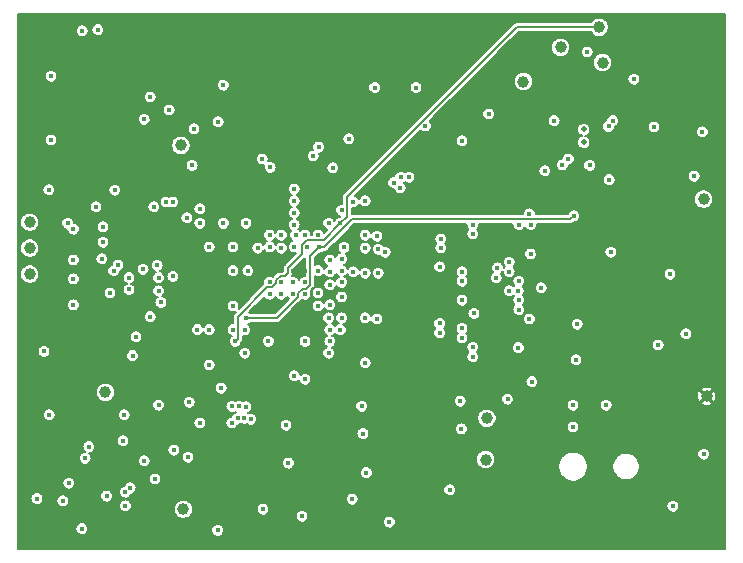
<source format=gbr>
%TF.GenerationSoftware,KiCad,Pcbnew,5.1.8-db9833491~88~ubuntu20.04.1*%
%TF.CreationDate,2021-01-09T17:29:30-05:00*%
%TF.ProjectId,julia_v2.1.0.0,6a756c69-615f-4763-922e-312e302e302e,rev?*%
%TF.SameCoordinates,Original*%
%TF.FileFunction,Copper,L3,Inr*%
%TF.FilePolarity,Positive*%
%FSLAX46Y46*%
G04 Gerber Fmt 4.6, Leading zero omitted, Abs format (unit mm)*
G04 Created by KiCad (PCBNEW 5.1.8-db9833491~88~ubuntu20.04.1) date 2021-01-09 17:29:30*
%MOMM*%
%LPD*%
G01*
G04 APERTURE LIST*
%TA.AperFunction,ComponentPad*%
%ADD10C,0.500000*%
%TD*%
%TA.AperFunction,ComponentPad*%
%ADD11C,1.000000*%
%TD*%
%TA.AperFunction,ViaPad*%
%ADD12C,0.450000*%
%TD*%
%TA.AperFunction,Conductor*%
%ADD13C,0.203200*%
%TD*%
%TA.AperFunction,Conductor*%
%ADD14C,0.127000*%
%TD*%
%TA.AperFunction,Conductor*%
%ADD15C,0.100000*%
%TD*%
G04 APERTURE END LIST*
D10*
%TO.N,GND*%
%TO.C,U7*%
X126600000Y-98050000D03*
X126600000Y-96950000D03*
%TD*%
D11*
%TO.N,/JuliaLCD/LED-*%
%TO.C,TP14*%
X124650000Y-90000000D03*
%TD*%
%TO.N,/JuliaLCD/LED+*%
%TO.C,TP13*%
X128200000Y-91300000D03*
%TD*%
%TO.N,Net-(D5-Pad2)*%
%TO.C,TP12*%
X121500000Y-92900000D03*
%TD*%
%TO.N,/JuliaConfig/CONF_DONE*%
%TO.C,TP11*%
X86100000Y-119200000D03*
%TD*%
%TO.N,/JuliaConfig/nSTATUS*%
%TO.C,TP10*%
X79700000Y-104800000D03*
%TD*%
%TO.N,/JuliaConfig/nCONFIG*%
%TO.C,TP9*%
X79700000Y-109200000D03*
%TD*%
%TO.N,/JuliaConfig/DATA0*%
%TO.C,TP8*%
X92700000Y-129100000D03*
%TD*%
%TO.N,Net-(R16-Pad1)*%
%TO.C,TP7*%
X79700000Y-107000000D03*
%TD*%
%TO.N,/JuliaFPGA/GCLK*%
%TO.C,TP6*%
X92500000Y-98300000D03*
%TD*%
%TO.N,GND*%
%TO.C,TP5*%
X118400000Y-121400000D03*
%TD*%
%TO.N,+1V2*%
%TO.C,TP4*%
X127900000Y-88300000D03*
%TD*%
%TO.N,+2V5*%
%TO.C,TP3*%
X136750000Y-102850000D03*
%TD*%
%TO.N,+3V3*%
%TO.C,TP2*%
X137000000Y-119550000D03*
%TD*%
%TO.N,+5V*%
%TO.C,TP1*%
X118300000Y-124900000D03*
%TD*%
D12*
%TO.N,GND*%
X94900000Y-106900000D03*
X96900000Y-106900000D03*
X96900000Y-108900000D03*
X96900000Y-111900000D03*
X96900000Y-113900000D03*
X97900000Y-113900000D03*
X94900000Y-113900000D03*
X93900000Y-113900000D03*
X94900000Y-116900000D03*
X97900000Y-115900000D03*
X99900000Y-114900000D03*
X100000000Y-109900000D03*
X100000000Y-110900000D03*
X101000000Y-109900000D03*
X101000000Y-110900000D03*
X102000000Y-109900000D03*
X102000000Y-110900000D03*
X103000000Y-109900000D03*
X103000000Y-110900000D03*
X108100000Y-109129801D03*
X109200000Y-109129801D03*
X108100000Y-105900000D03*
X109100000Y-106000000D03*
X105000000Y-104900000D03*
X98000000Y-104900000D03*
X100000000Y-105900000D03*
X103000000Y-114900000D03*
X105000000Y-115900000D03*
X106000000Y-113900000D03*
X109100000Y-113000000D03*
X108100000Y-112900000D03*
X103000000Y-105900000D03*
X96100000Y-93200000D03*
X108900000Y-93400000D03*
X112400000Y-93400000D03*
X133900000Y-109200000D03*
X117200000Y-105800000D03*
X117200000Y-105000000D03*
X117200000Y-115400000D03*
X117200000Y-116200000D03*
X114400000Y-113378201D03*
X114400000Y-114178201D03*
X114500000Y-106221799D03*
X114500000Y-106978201D03*
X122100000Y-107500000D03*
X106100000Y-111129801D03*
X94100000Y-103670199D03*
X114400000Y-108578201D03*
X121100000Y-105000000D03*
X122000000Y-113000000D03*
X121074627Y-115425373D03*
X117300000Y-112533000D03*
%TO.N,+3V3*%
X94000000Y-102900000D03*
X97000000Y-104900000D03*
X96000000Y-106900000D03*
X96000000Y-108900000D03*
X96000000Y-111900000D03*
X96000000Y-113900000D03*
X97000000Y-115900000D03*
X94000000Y-117900000D03*
X100000000Y-115900000D03*
X103000000Y-115900000D03*
X106000000Y-115900000D03*
X109000000Y-117900000D03*
X107100000Y-113000000D03*
X103000000Y-104900000D03*
X99000000Y-108900000D03*
X99000000Y-109900000D03*
X100000000Y-108900000D03*
X101000000Y-108900000D03*
X102000000Y-108900000D03*
X103000000Y-108900000D03*
X100000000Y-111900000D03*
X96400000Y-92700000D03*
X128900000Y-109300000D03*
X122000000Y-114600000D03*
X122000000Y-113800000D03*
X114500000Y-107733001D03*
X115500000Y-115400000D03*
X114500000Y-112578201D03*
X122000000Y-105800000D03*
X121896282Y-106596282D03*
X122142234Y-108506360D03*
X107100000Y-111100000D03*
X107100000Y-108200000D03*
X99870199Y-104900000D03*
X120276159Y-105082119D03*
X119300000Y-112533001D03*
X120300000Y-115400000D03*
X120200000Y-116300000D03*
%TO.N,+1V2*%
X97100000Y-114900000D03*
%TO.N,+2V5*%
X104200000Y-106900000D03*
X98000000Y-112900000D03*
%TO.N,/JuliaFPGA/RGB21*%
X101000000Y-105900000D03*
%TO.N,/JuliaFPGA/RGB23*%
X101000000Y-107000000D03*
%TO.N,/JuliaFPGA/RGB13*%
X99000000Y-107000000D03*
%TO.N,/JuliaFPGA/RGB15*%
X100000000Y-106900000D03*
%TO.N,/JuliaFPGA/DQ14*%
X105100000Y-114900000D03*
%TO.N,/JuliaFPGA/BA1*%
X120300000Y-110600000D03*
%TO.N,/JuliaFPGA/DQ9*%
X105100000Y-113900000D03*
%TO.N,/JuliaFPGA/DQM0*%
X105000000Y-112900000D03*
%TO.N,/JuliaFPGA/A9*%
X105100000Y-111800000D03*
%TO.N,/JuliaFPGA/A11*%
X104100000Y-111900000D03*
%TO.N,/JuliaFPGA/DQ9*%
X116300000Y-113800000D03*
%TO.N,/JuliaFPGA/DQ14*%
X116300000Y-114600000D03*
%TO.N,/JuliaFPGA/DQM0*%
X121100000Y-112200000D03*
%TO.N,/JuliaFPGA/A9*%
X116300000Y-111400000D03*
%TO.N,/JuliaFPGA/A6*%
X116300000Y-109800000D03*
%TO.N,/JuliaFPGA/RAS_N*%
X106100000Y-112900000D03*
%TO.N,/JuliaFPGA/A1*%
X105100000Y-110100000D03*
%TO.N,/JuliaFPGA/BA1*%
X104100000Y-110800000D03*
%TO.N,/JuliaFPGA/A1*%
X121100000Y-109800000D03*
%TO.N,/JuliaFPGA/A6*%
X104100000Y-108900000D03*
%TO.N,/JuliaFPGA/A3*%
X116300000Y-109000000D03*
%TO.N,/JuliaFPGA/A11*%
X121047403Y-110599999D03*
%TO.N,/JuliaFPGA/RAS_N*%
X121100000Y-111400000D03*
%TO.N,/JuliaFPGA/LIGHT*%
X96100000Y-104900000D03*
%TO.N,/JuliaFPGA/A2*%
X104100000Y-105900000D03*
%TO.N,/JuliaFPGA/A10*%
X103200000Y-106900000D03*
%TO.N,/JuliaFPGA/A0*%
X102100000Y-106900000D03*
%TO.N,/JuliaFPGA/DQM2*%
X102200000Y-105900000D03*
%TO.N,/JuliaFPGA/A0*%
X120300000Y-109000000D03*
%TO.N,GND*%
X108100000Y-103000000D03*
X106100000Y-109900000D03*
X105100000Y-108000000D03*
%TO.N,+3V3*%
X109000000Y-102900000D03*
%TO.N,Net-(R18-Pad2)*%
X105100000Y-109000000D03*
%TO.N,/JuliaFPGA/DQ19*%
X106100000Y-103800000D03*
%TO.N,/JuliaFPGA/DQ21*%
X107100000Y-103100000D03*
%TO.N,GND*%
X106100000Y-108900000D03*
X108100000Y-116700000D03*
X128500000Y-120300000D03*
X125700000Y-120300000D03*
X86900000Y-102100000D03*
X132900000Y-115200000D03*
X88100000Y-110500000D03*
X83400000Y-111800000D03*
X83400000Y-105400000D03*
X83400000Y-108000000D03*
X85450000Y-88500000D03*
X84150000Y-88600000D03*
X108200000Y-126000000D03*
X101600000Y-125200000D03*
X94100000Y-121800000D03*
X93100000Y-124700000D03*
X87600000Y-123300000D03*
X106307894Y-106941984D03*
X109800000Y-107350000D03*
X125950000Y-116450000D03*
X125700000Y-122150000D03*
X128900000Y-107350000D03*
X124800000Y-99950000D03*
X127100000Y-100000000D03*
X128750000Y-101200000D03*
X128700000Y-96700000D03*
X129050000Y-96200000D03*
X130850000Y-92700000D03*
X136650000Y-97150000D03*
X113200000Y-96650000D03*
X116300000Y-97900000D03*
X118550000Y-95650000D03*
X93200000Y-120050000D03*
X95900000Y-118850000D03*
X116150000Y-119950000D03*
X116250000Y-122300000D03*
X120150000Y-119800000D03*
X123000000Y-110350000D03*
X126050000Y-113450000D03*
X135250000Y-114250000D03*
X135950000Y-100900000D03*
X126900000Y-90400000D03*
X93450000Y-100000000D03*
X93600000Y-96900000D03*
X91500000Y-95300000D03*
X81300000Y-102050000D03*
X81500000Y-97850000D03*
X81500000Y-92450000D03*
X80900000Y-115750000D03*
X81350000Y-121100000D03*
X80300000Y-128200000D03*
X84100000Y-130750000D03*
X95600000Y-130900000D03*
X102750000Y-129700000D03*
X110150000Y-130200000D03*
X115250000Y-127450000D03*
X107000000Y-128250000D03*
X99450000Y-129100000D03*
X134150000Y-128850000D03*
X136750000Y-124450000D03*
%TO.N,+3V3*%
X107100000Y-106900000D03*
X105200000Y-103900000D03*
X83600000Y-94000000D03*
X83700000Y-94700000D03*
X129600000Y-115200000D03*
X130700000Y-115200000D03*
X131800000Y-115200000D03*
X88100000Y-105400000D03*
X88100000Y-106700000D03*
X88100000Y-108000000D03*
X83400000Y-110600000D03*
X88100000Y-111800000D03*
X87350000Y-88800000D03*
X112500000Y-121200000D03*
X103700000Y-121200000D03*
X102900000Y-124600000D03*
X113900000Y-121300000D03*
X83200000Y-113000000D03*
X83200000Y-114700000D03*
X95700000Y-123700000D03*
X83500000Y-126400000D03*
X128650000Y-121200000D03*
X132000000Y-121300000D03*
X131650000Y-93550000D03*
X116300000Y-105000000D03*
%TO.N,+5V*%
X122200000Y-118300000D03*
X123300000Y-100450000D03*
%TO.N,+1V2*%
X106000000Y-104900000D03*
X132550000Y-96750000D03*
%TO.N,+2V5*%
X125750000Y-104250000D03*
%TO.N,/JuliaFPGA/TDI*%
X98157475Y-108899999D03*
X91900000Y-124100000D03*
%TO.N,/JuliaFPGA/TMS*%
X89900000Y-112800000D03*
X89400000Y-125000000D03*
%TO.N,/JuliaFPGA/TDO*%
X90800000Y-111600000D03*
X90600000Y-120300000D03*
%TO.N,/JuliaFPGA/TCK*%
X88100000Y-109495010D03*
X84400000Y-124800000D03*
X84700000Y-123800000D03*
X87700000Y-121100000D03*
%TO.N,/JuliaLCD/LED-*%
X125300000Y-99450000D03*
X95650000Y-96300000D03*
%TO.N,/JuliaFPGA/RGB13*%
X99382563Y-99452762D03*
%TO.N,/JuliaFPGA/RGB15*%
X100066863Y-100166863D03*
%TO.N,/JuliaFPGA/RGB21*%
X104150977Y-98450977D03*
%TO.N,/JuliaFPGA/RGB23*%
X103700000Y-99205778D03*
%TO.N,/JuliaFPGA/LCDCLK*%
X106700000Y-97750000D03*
X105350000Y-100200000D03*
%TO.N,/JuliaFPGA/TOUCH_RSTN*%
X111800000Y-101000000D03*
X102100000Y-102000000D03*
%TO.N,/JuliaFPGA/TOUCH_INTN*%
X111100000Y-101000000D03*
X102100000Y-103000000D03*
%TO.N,/JuliaFPGA/SDA*%
X110500000Y-101450000D03*
X102100000Y-104000000D03*
%TO.N,/JuliaFPGA/SCL*%
X111064926Y-101909760D03*
X102100000Y-105000000D03*
%TO.N,/JuliaConfig/MCU_LED1*%
X88400000Y-116100000D03*
X87800000Y-127672003D03*
%TO.N,/JuliaConfig/MCU_LED2*%
X88700000Y-114500000D03*
X88203921Y-127294603D03*
%TO.N,/JuliaFPGA/FPGA_LED1*%
X91800000Y-103100000D03*
X89900000Y-94200000D03*
%TO.N,/JuliaFPGA/FPGA_LED2*%
X91228200Y-103100000D03*
X89400000Y-96100000D03*
%TO.N,/JuliaConfig/DCLK*%
X83400000Y-109600000D03*
X83000000Y-126900000D03*
%TO.N,Net-(R18-Pad2)*%
X85800000Y-107900000D03*
X89300000Y-108800000D03*
X86800000Y-108900000D03*
%TO.N,Net-(R20-Pad2)*%
X93000000Y-104424999D03*
X90200000Y-103500000D03*
%TO.N,Net-(R21-Pad2)*%
X94100000Y-104900000D03*
X85300000Y-103500000D03*
%TO.N,/JuliaConfig/nCONFIG*%
X86500000Y-110795010D03*
X86200000Y-128000000D03*
%TO.N,Net-(R24-Pad1)*%
X109200000Y-107100000D03*
X85900000Y-106500000D03*
%TO.N,Net-(R25-Pad1)*%
X108100000Y-107000000D03*
X85900000Y-105200000D03*
%TO.N,Net-(R26-Pad1)*%
X90600000Y-109495010D03*
X90600000Y-110600000D03*
%TO.N,/JuliaConfig/nSTATUS*%
X82900000Y-104900000D03*
X82500000Y-128400000D03*
%TO.N,/JuliaConfig/CONF_DONE*%
X107100000Y-109000000D03*
X90500000Y-108466989D03*
X87164014Y-108422600D03*
X87800011Y-128804204D03*
%TO.N,/JuliaConfig/DATA0*%
X91800000Y-109400000D03*
X90300000Y-126539801D03*
%TO.N,/JuliaFPGA/DQ21*%
X122000000Y-104100000D03*
%TO.N,/JuliaFPGA/DQ19*%
X122100000Y-105000000D03*
%TO.N,/JuliaFPGA/DQM2*%
X120300000Y-108200000D03*
%TO.N,/JuliaFPGA/A2*%
X119300000Y-108666999D03*
%TO.N,/JuliaFPGA/A10*%
X119200000Y-109500000D03*
%TO.N,/JuliaFPGA/A3*%
X106100000Y-107900000D03*
%TO.N,/JuliaConfig/UART1_RX*%
X101400000Y-122000000D03*
X103000000Y-118100000D03*
%TO.N,/JuliaConfig/UART1_TX*%
X102100000Y-117800000D03*
X98400000Y-121500000D03*
%TO.N,/JuliaFPGA/LIGHT*%
X124100000Y-96200000D03*
%TO.N,/JuliaConfig/SPI_SCK*%
X96800000Y-120400000D03*
X96800000Y-121800000D03*
%TO.N,/JuliaConfig/SPI_MOSI*%
X98000000Y-120422600D03*
X97859109Y-121391822D03*
%TO.N,/JuliaConfig/SPI_MISO*%
X107800000Y-120400000D03*
X107900000Y-122700000D03*
X97400000Y-120400000D03*
X97300000Y-121400000D03*
%TD*%
D13*
%TO.N,+1V2*%
X106528201Y-104371799D02*
X106000000Y-104900000D01*
X106528201Y-102688061D02*
X106528201Y-104371799D01*
X120916262Y-88300000D02*
X106528201Y-102688061D01*
X127900000Y-88300000D02*
X120916262Y-88300000D01*
X104571799Y-106328201D02*
X106000000Y-104900000D01*
X102771799Y-106694463D02*
X103138061Y-106328201D01*
X102771799Y-107494463D02*
X102771799Y-106694463D01*
X101571799Y-108694463D02*
X102771799Y-107494463D01*
X103138061Y-106328201D02*
X104571799Y-106328201D01*
X101349135Y-109328201D02*
X101571799Y-109105537D01*
X100938061Y-109328201D02*
X101349135Y-109328201D01*
X100571799Y-109694463D02*
X100938061Y-109328201D01*
X100571799Y-109961939D02*
X100571799Y-109694463D01*
X100205537Y-110328201D02*
X100571799Y-109961939D01*
X99794463Y-110328201D02*
X100205537Y-110328201D01*
X97328201Y-112794463D02*
X99794463Y-110328201D01*
X97328201Y-114671799D02*
X97328201Y-112794463D01*
X101571799Y-109105537D02*
X101571799Y-108694463D01*
X97100000Y-114900000D02*
X97328201Y-114671799D01*
%TO.N,+2V5*%
X104633738Y-106900000D02*
X104200000Y-106900000D01*
X107005537Y-104528201D02*
X104633738Y-106900000D01*
X125471799Y-104528201D02*
X107005537Y-104528201D01*
X125750000Y-104250000D02*
X125471799Y-104528201D01*
X102428201Y-111105537D02*
X100633738Y-112900000D01*
X102428201Y-110838061D02*
X102428201Y-111105537D01*
X100633738Y-112900000D02*
X98000000Y-112900000D01*
X102794463Y-110471799D02*
X102428201Y-110838061D01*
X103061939Y-110471799D02*
X102794463Y-110471799D01*
X103428201Y-110105537D02*
X103061939Y-110471799D01*
X103428201Y-107671799D02*
X103428201Y-110105537D01*
X104200000Y-106900000D02*
X103428201Y-107671799D01*
%TD*%
D14*
%TO.N,+3V3*%
X138557501Y-132457500D02*
X78742500Y-132457500D01*
X78742500Y-130696568D01*
X83557500Y-130696568D01*
X83557500Y-130803432D01*
X83578348Y-130908241D01*
X83619243Y-131006970D01*
X83678613Y-131095824D01*
X83754176Y-131171387D01*
X83843030Y-131230757D01*
X83941759Y-131271652D01*
X84046568Y-131292500D01*
X84153432Y-131292500D01*
X84258241Y-131271652D01*
X84356970Y-131230757D01*
X84445824Y-131171387D01*
X84521387Y-131095824D01*
X84580757Y-131006970D01*
X84621652Y-130908241D01*
X84633919Y-130846568D01*
X95057500Y-130846568D01*
X95057500Y-130953432D01*
X95078348Y-131058241D01*
X95119243Y-131156970D01*
X95178613Y-131245824D01*
X95254176Y-131321387D01*
X95343030Y-131380757D01*
X95441759Y-131421652D01*
X95546568Y-131442500D01*
X95653432Y-131442500D01*
X95758241Y-131421652D01*
X95856970Y-131380757D01*
X95945824Y-131321387D01*
X96021387Y-131245824D01*
X96080757Y-131156970D01*
X96121652Y-131058241D01*
X96142500Y-130953432D01*
X96142500Y-130846568D01*
X96121652Y-130741759D01*
X96080757Y-130643030D01*
X96021387Y-130554176D01*
X95945824Y-130478613D01*
X95856970Y-130419243D01*
X95758241Y-130378348D01*
X95653432Y-130357500D01*
X95546568Y-130357500D01*
X95441759Y-130378348D01*
X95343030Y-130419243D01*
X95254176Y-130478613D01*
X95178613Y-130554176D01*
X95119243Y-130643030D01*
X95078348Y-130741759D01*
X95057500Y-130846568D01*
X84633919Y-130846568D01*
X84642500Y-130803432D01*
X84642500Y-130696568D01*
X84621652Y-130591759D01*
X84580757Y-130493030D01*
X84521387Y-130404176D01*
X84445824Y-130328613D01*
X84356970Y-130269243D01*
X84258241Y-130228348D01*
X84153432Y-130207500D01*
X84046568Y-130207500D01*
X83941759Y-130228348D01*
X83843030Y-130269243D01*
X83754176Y-130328613D01*
X83678613Y-130404176D01*
X83619243Y-130493030D01*
X83578348Y-130591759D01*
X83557500Y-130696568D01*
X78742500Y-130696568D01*
X78742500Y-128146568D01*
X79757500Y-128146568D01*
X79757500Y-128253432D01*
X79778348Y-128358241D01*
X79819243Y-128456970D01*
X79878613Y-128545824D01*
X79954176Y-128621387D01*
X80043030Y-128680757D01*
X80141759Y-128721652D01*
X80246568Y-128742500D01*
X80353432Y-128742500D01*
X80458241Y-128721652D01*
X80556970Y-128680757D01*
X80645824Y-128621387D01*
X80721387Y-128545824D01*
X80780757Y-128456970D01*
X80821652Y-128358241D01*
X80823973Y-128346568D01*
X81957500Y-128346568D01*
X81957500Y-128453432D01*
X81978348Y-128558241D01*
X82019243Y-128656970D01*
X82078613Y-128745824D01*
X82154176Y-128821387D01*
X82243030Y-128880757D01*
X82341759Y-128921652D01*
X82446568Y-128942500D01*
X82553432Y-128942500D01*
X82658241Y-128921652D01*
X82756970Y-128880757D01*
X82845824Y-128821387D01*
X82916439Y-128750772D01*
X87257511Y-128750772D01*
X87257511Y-128857636D01*
X87278359Y-128962445D01*
X87319254Y-129061174D01*
X87378624Y-129150028D01*
X87454187Y-129225591D01*
X87543041Y-129284961D01*
X87641770Y-129325856D01*
X87746579Y-129346704D01*
X87853443Y-129346704D01*
X87958252Y-129325856D01*
X88056981Y-129284961D01*
X88145835Y-129225591D01*
X88221398Y-129150028D01*
X88280768Y-129061174D01*
X88298037Y-129019483D01*
X91882500Y-129019483D01*
X91882500Y-129180517D01*
X91913916Y-129338456D01*
X91975540Y-129487232D01*
X92065006Y-129621126D01*
X92178874Y-129734994D01*
X92312768Y-129824460D01*
X92461544Y-129886084D01*
X92619483Y-129917500D01*
X92780517Y-129917500D01*
X92938456Y-129886084D01*
X93087232Y-129824460D01*
X93221126Y-129734994D01*
X93309552Y-129646568D01*
X102207500Y-129646568D01*
X102207500Y-129753432D01*
X102228348Y-129858241D01*
X102269243Y-129956970D01*
X102328613Y-130045824D01*
X102404176Y-130121387D01*
X102493030Y-130180757D01*
X102591759Y-130221652D01*
X102696568Y-130242500D01*
X102803432Y-130242500D01*
X102908241Y-130221652D01*
X103006970Y-130180757D01*
X103058137Y-130146568D01*
X109607500Y-130146568D01*
X109607500Y-130253432D01*
X109628348Y-130358241D01*
X109669243Y-130456970D01*
X109728613Y-130545824D01*
X109804176Y-130621387D01*
X109893030Y-130680757D01*
X109991759Y-130721652D01*
X110096568Y-130742500D01*
X110203432Y-130742500D01*
X110308241Y-130721652D01*
X110406970Y-130680757D01*
X110495824Y-130621387D01*
X110571387Y-130545824D01*
X110630757Y-130456970D01*
X110671652Y-130358241D01*
X110692500Y-130253432D01*
X110692500Y-130146568D01*
X110671652Y-130041759D01*
X110630757Y-129943030D01*
X110571387Y-129854176D01*
X110495824Y-129778613D01*
X110406970Y-129719243D01*
X110308241Y-129678348D01*
X110203432Y-129657500D01*
X110096568Y-129657500D01*
X109991759Y-129678348D01*
X109893030Y-129719243D01*
X109804176Y-129778613D01*
X109728613Y-129854176D01*
X109669243Y-129943030D01*
X109628348Y-130041759D01*
X109607500Y-130146568D01*
X103058137Y-130146568D01*
X103095824Y-130121387D01*
X103171387Y-130045824D01*
X103230757Y-129956970D01*
X103271652Y-129858241D01*
X103292500Y-129753432D01*
X103292500Y-129646568D01*
X103271652Y-129541759D01*
X103230757Y-129443030D01*
X103171387Y-129354176D01*
X103095824Y-129278613D01*
X103006970Y-129219243D01*
X102908241Y-129178348D01*
X102803432Y-129157500D01*
X102696568Y-129157500D01*
X102591759Y-129178348D01*
X102493030Y-129219243D01*
X102404176Y-129278613D01*
X102328613Y-129354176D01*
X102269243Y-129443030D01*
X102228348Y-129541759D01*
X102207500Y-129646568D01*
X93309552Y-129646568D01*
X93334994Y-129621126D01*
X93424460Y-129487232D01*
X93486084Y-129338456D01*
X93517500Y-129180517D01*
X93517500Y-129046568D01*
X98907500Y-129046568D01*
X98907500Y-129153432D01*
X98928348Y-129258241D01*
X98969243Y-129356970D01*
X99028613Y-129445824D01*
X99104176Y-129521387D01*
X99193030Y-129580757D01*
X99291759Y-129621652D01*
X99396568Y-129642500D01*
X99503432Y-129642500D01*
X99608241Y-129621652D01*
X99706970Y-129580757D01*
X99795824Y-129521387D01*
X99871387Y-129445824D01*
X99930757Y-129356970D01*
X99971652Y-129258241D01*
X99992500Y-129153432D01*
X99992500Y-129046568D01*
X99971652Y-128941759D01*
X99930757Y-128843030D01*
X99899713Y-128796568D01*
X133607500Y-128796568D01*
X133607500Y-128903432D01*
X133628348Y-129008241D01*
X133669243Y-129106970D01*
X133728613Y-129195824D01*
X133804176Y-129271387D01*
X133893030Y-129330757D01*
X133991759Y-129371652D01*
X134096568Y-129392500D01*
X134203432Y-129392500D01*
X134308241Y-129371652D01*
X134406970Y-129330757D01*
X134495824Y-129271387D01*
X134571387Y-129195824D01*
X134630757Y-129106970D01*
X134671652Y-129008241D01*
X134692500Y-128903432D01*
X134692500Y-128796568D01*
X134671652Y-128691759D01*
X134630757Y-128593030D01*
X134571387Y-128504176D01*
X134495824Y-128428613D01*
X134406970Y-128369243D01*
X134308241Y-128328348D01*
X134203432Y-128307500D01*
X134096568Y-128307500D01*
X133991759Y-128328348D01*
X133893030Y-128369243D01*
X133804176Y-128428613D01*
X133728613Y-128504176D01*
X133669243Y-128593030D01*
X133628348Y-128691759D01*
X133607500Y-128796568D01*
X99899713Y-128796568D01*
X99871387Y-128754176D01*
X99795824Y-128678613D01*
X99706970Y-128619243D01*
X99608241Y-128578348D01*
X99503432Y-128557500D01*
X99396568Y-128557500D01*
X99291759Y-128578348D01*
X99193030Y-128619243D01*
X99104176Y-128678613D01*
X99028613Y-128754176D01*
X98969243Y-128843030D01*
X98928348Y-128941759D01*
X98907500Y-129046568D01*
X93517500Y-129046568D01*
X93517500Y-129019483D01*
X93486084Y-128861544D01*
X93424460Y-128712768D01*
X93334994Y-128578874D01*
X93221126Y-128465006D01*
X93087232Y-128375540D01*
X92938456Y-128313916D01*
X92780517Y-128282500D01*
X92619483Y-128282500D01*
X92461544Y-128313916D01*
X92312768Y-128375540D01*
X92178874Y-128465006D01*
X92065006Y-128578874D01*
X91975540Y-128712768D01*
X91913916Y-128861544D01*
X91882500Y-129019483D01*
X88298037Y-129019483D01*
X88321663Y-128962445D01*
X88342511Y-128857636D01*
X88342511Y-128750772D01*
X88321663Y-128645963D01*
X88280768Y-128547234D01*
X88221398Y-128458380D01*
X88145835Y-128382817D01*
X88056981Y-128323447D01*
X87958252Y-128282552D01*
X87853443Y-128261704D01*
X87746579Y-128261704D01*
X87641770Y-128282552D01*
X87543041Y-128323447D01*
X87454187Y-128382817D01*
X87378624Y-128458380D01*
X87319254Y-128547234D01*
X87278359Y-128645963D01*
X87257511Y-128750772D01*
X82916439Y-128750772D01*
X82921387Y-128745824D01*
X82980757Y-128656970D01*
X83021652Y-128558241D01*
X83042500Y-128453432D01*
X83042500Y-128346568D01*
X83021652Y-128241759D01*
X82980757Y-128143030D01*
X82921387Y-128054176D01*
X82845824Y-127978613D01*
X82797865Y-127946568D01*
X85657500Y-127946568D01*
X85657500Y-128053432D01*
X85678348Y-128158241D01*
X85719243Y-128256970D01*
X85778613Y-128345824D01*
X85854176Y-128421387D01*
X85943030Y-128480757D01*
X86041759Y-128521652D01*
X86146568Y-128542500D01*
X86253432Y-128542500D01*
X86358241Y-128521652D01*
X86456970Y-128480757D01*
X86545824Y-128421387D01*
X86621387Y-128345824D01*
X86680757Y-128256970D01*
X86721652Y-128158241D01*
X86742500Y-128053432D01*
X86742500Y-127946568D01*
X86721652Y-127841759D01*
X86680757Y-127743030D01*
X86621387Y-127654176D01*
X86585782Y-127618571D01*
X87257500Y-127618571D01*
X87257500Y-127725435D01*
X87278348Y-127830244D01*
X87319243Y-127928973D01*
X87378613Y-128017827D01*
X87454176Y-128093390D01*
X87543030Y-128152760D01*
X87641759Y-128193655D01*
X87746568Y-128214503D01*
X87853432Y-128214503D01*
X87943596Y-128196568D01*
X106457500Y-128196568D01*
X106457500Y-128303432D01*
X106478348Y-128408241D01*
X106519243Y-128506970D01*
X106578613Y-128595824D01*
X106654176Y-128671387D01*
X106743030Y-128730757D01*
X106841759Y-128771652D01*
X106946568Y-128792500D01*
X107053432Y-128792500D01*
X107158241Y-128771652D01*
X107256970Y-128730757D01*
X107345824Y-128671387D01*
X107421387Y-128595824D01*
X107480757Y-128506970D01*
X107521652Y-128408241D01*
X107542500Y-128303432D01*
X107542500Y-128196568D01*
X107521652Y-128091759D01*
X107480757Y-127993030D01*
X107421387Y-127904176D01*
X107345824Y-127828613D01*
X107256970Y-127769243D01*
X107158241Y-127728348D01*
X107053432Y-127707500D01*
X106946568Y-127707500D01*
X106841759Y-127728348D01*
X106743030Y-127769243D01*
X106654176Y-127828613D01*
X106578613Y-127904176D01*
X106519243Y-127993030D01*
X106478348Y-128091759D01*
X106457500Y-128196568D01*
X87943596Y-128196568D01*
X87958241Y-128193655D01*
X88056970Y-128152760D01*
X88145824Y-128093390D01*
X88221387Y-128017827D01*
X88280757Y-127928973D01*
X88321652Y-127830244D01*
X88322880Y-127824069D01*
X88362162Y-127816255D01*
X88460891Y-127775360D01*
X88549745Y-127715990D01*
X88625308Y-127640427D01*
X88684678Y-127551573D01*
X88725573Y-127452844D01*
X88736767Y-127396568D01*
X114707500Y-127396568D01*
X114707500Y-127503432D01*
X114728348Y-127608241D01*
X114769243Y-127706970D01*
X114828613Y-127795824D01*
X114904176Y-127871387D01*
X114993030Y-127930757D01*
X115091759Y-127971652D01*
X115196568Y-127992500D01*
X115303432Y-127992500D01*
X115408241Y-127971652D01*
X115506970Y-127930757D01*
X115595824Y-127871387D01*
X115671387Y-127795824D01*
X115730757Y-127706970D01*
X115771652Y-127608241D01*
X115792500Y-127503432D01*
X115792500Y-127396568D01*
X115771652Y-127291759D01*
X115730757Y-127193030D01*
X115671387Y-127104176D01*
X115595824Y-127028613D01*
X115506970Y-126969243D01*
X115408241Y-126928348D01*
X115303432Y-126907500D01*
X115196568Y-126907500D01*
X115091759Y-126928348D01*
X114993030Y-126969243D01*
X114904176Y-127028613D01*
X114828613Y-127104176D01*
X114769243Y-127193030D01*
X114728348Y-127291759D01*
X114707500Y-127396568D01*
X88736767Y-127396568D01*
X88746421Y-127348035D01*
X88746421Y-127241171D01*
X88725573Y-127136362D01*
X88684678Y-127037633D01*
X88625308Y-126948779D01*
X88549745Y-126873216D01*
X88460891Y-126813846D01*
X88362162Y-126772951D01*
X88257353Y-126752103D01*
X88150489Y-126752103D01*
X88045680Y-126772951D01*
X87946951Y-126813846D01*
X87858097Y-126873216D01*
X87782534Y-126948779D01*
X87723164Y-127037633D01*
X87682269Y-127136362D01*
X87681041Y-127142537D01*
X87641759Y-127150351D01*
X87543030Y-127191246D01*
X87454176Y-127250616D01*
X87378613Y-127326179D01*
X87319243Y-127415033D01*
X87278348Y-127513762D01*
X87257500Y-127618571D01*
X86585782Y-127618571D01*
X86545824Y-127578613D01*
X86456970Y-127519243D01*
X86358241Y-127478348D01*
X86253432Y-127457500D01*
X86146568Y-127457500D01*
X86041759Y-127478348D01*
X85943030Y-127519243D01*
X85854176Y-127578613D01*
X85778613Y-127654176D01*
X85719243Y-127743030D01*
X85678348Y-127841759D01*
X85657500Y-127946568D01*
X82797865Y-127946568D01*
X82756970Y-127919243D01*
X82658241Y-127878348D01*
X82553432Y-127857500D01*
X82446568Y-127857500D01*
X82341759Y-127878348D01*
X82243030Y-127919243D01*
X82154176Y-127978613D01*
X82078613Y-128054176D01*
X82019243Y-128143030D01*
X81978348Y-128241759D01*
X81957500Y-128346568D01*
X80823973Y-128346568D01*
X80842500Y-128253432D01*
X80842500Y-128146568D01*
X80821652Y-128041759D01*
X80780757Y-127943030D01*
X80721387Y-127854176D01*
X80645824Y-127778613D01*
X80556970Y-127719243D01*
X80458241Y-127678348D01*
X80353432Y-127657500D01*
X80246568Y-127657500D01*
X80141759Y-127678348D01*
X80043030Y-127719243D01*
X79954176Y-127778613D01*
X79878613Y-127854176D01*
X79819243Y-127943030D01*
X79778348Y-128041759D01*
X79757500Y-128146568D01*
X78742500Y-128146568D01*
X78742500Y-126846568D01*
X82457500Y-126846568D01*
X82457500Y-126953432D01*
X82478348Y-127058241D01*
X82519243Y-127156970D01*
X82578613Y-127245824D01*
X82654176Y-127321387D01*
X82743030Y-127380757D01*
X82841759Y-127421652D01*
X82946568Y-127442500D01*
X83053432Y-127442500D01*
X83158241Y-127421652D01*
X83256970Y-127380757D01*
X83345824Y-127321387D01*
X83421387Y-127245824D01*
X83480757Y-127156970D01*
X83521652Y-127058241D01*
X83542500Y-126953432D01*
X83542500Y-126846568D01*
X83521652Y-126741759D01*
X83480757Y-126643030D01*
X83421387Y-126554176D01*
X83353580Y-126486369D01*
X89757500Y-126486369D01*
X89757500Y-126593233D01*
X89778348Y-126698042D01*
X89819243Y-126796771D01*
X89878613Y-126885625D01*
X89954176Y-126961188D01*
X90043030Y-127020558D01*
X90141759Y-127061453D01*
X90246568Y-127082301D01*
X90353432Y-127082301D01*
X90458241Y-127061453D01*
X90556970Y-127020558D01*
X90645824Y-126961188D01*
X90721387Y-126885625D01*
X90780757Y-126796771D01*
X90821652Y-126698042D01*
X90842500Y-126593233D01*
X90842500Y-126486369D01*
X90821652Y-126381560D01*
X90780757Y-126282831D01*
X90721387Y-126193977D01*
X90645824Y-126118414D01*
X90556970Y-126059044D01*
X90458241Y-126018149D01*
X90353432Y-125997301D01*
X90246568Y-125997301D01*
X90141759Y-126018149D01*
X90043030Y-126059044D01*
X89954176Y-126118414D01*
X89878613Y-126193977D01*
X89819243Y-126282831D01*
X89778348Y-126381560D01*
X89757500Y-126486369D01*
X83353580Y-126486369D01*
X83345824Y-126478613D01*
X83256970Y-126419243D01*
X83158241Y-126378348D01*
X83053432Y-126357500D01*
X82946568Y-126357500D01*
X82841759Y-126378348D01*
X82743030Y-126419243D01*
X82654176Y-126478613D01*
X82578613Y-126554176D01*
X82519243Y-126643030D01*
X82478348Y-126741759D01*
X82457500Y-126846568D01*
X78742500Y-126846568D01*
X78742500Y-125946568D01*
X107657500Y-125946568D01*
X107657500Y-126053432D01*
X107678348Y-126158241D01*
X107719243Y-126256970D01*
X107778613Y-126345824D01*
X107854176Y-126421387D01*
X107943030Y-126480757D01*
X108041759Y-126521652D01*
X108146568Y-126542500D01*
X108253432Y-126542500D01*
X108358241Y-126521652D01*
X108456970Y-126480757D01*
X108545824Y-126421387D01*
X108621387Y-126345824D01*
X108680757Y-126256970D01*
X108721652Y-126158241D01*
X108742500Y-126053432D01*
X108742500Y-125946568D01*
X108721652Y-125841759D01*
X108680757Y-125743030D01*
X108621387Y-125654176D01*
X108545824Y-125578613D01*
X108456970Y-125519243D01*
X108358241Y-125478348D01*
X108253432Y-125457500D01*
X108146568Y-125457500D01*
X108041759Y-125478348D01*
X107943030Y-125519243D01*
X107854176Y-125578613D01*
X107778613Y-125654176D01*
X107719243Y-125743030D01*
X107678348Y-125841759D01*
X107657500Y-125946568D01*
X78742500Y-125946568D01*
X78742500Y-124746568D01*
X83857500Y-124746568D01*
X83857500Y-124853432D01*
X83878348Y-124958241D01*
X83919243Y-125056970D01*
X83978613Y-125145824D01*
X84054176Y-125221387D01*
X84143030Y-125280757D01*
X84241759Y-125321652D01*
X84346568Y-125342500D01*
X84453432Y-125342500D01*
X84558241Y-125321652D01*
X84656970Y-125280757D01*
X84745824Y-125221387D01*
X84821387Y-125145824D01*
X84880757Y-125056970D01*
X84921652Y-124958241D01*
X84923973Y-124946568D01*
X88857500Y-124946568D01*
X88857500Y-125053432D01*
X88878348Y-125158241D01*
X88919243Y-125256970D01*
X88978613Y-125345824D01*
X89054176Y-125421387D01*
X89143030Y-125480757D01*
X89241759Y-125521652D01*
X89346568Y-125542500D01*
X89453432Y-125542500D01*
X89558241Y-125521652D01*
X89656970Y-125480757D01*
X89745824Y-125421387D01*
X89821387Y-125345824D01*
X89880757Y-125256970D01*
X89921652Y-125158241D01*
X89942500Y-125053432D01*
X89942500Y-124946568D01*
X89921652Y-124841759D01*
X89880757Y-124743030D01*
X89821387Y-124654176D01*
X89813779Y-124646568D01*
X92557500Y-124646568D01*
X92557500Y-124753432D01*
X92578348Y-124858241D01*
X92619243Y-124956970D01*
X92678613Y-125045824D01*
X92754176Y-125121387D01*
X92843030Y-125180757D01*
X92941759Y-125221652D01*
X93046568Y-125242500D01*
X93153432Y-125242500D01*
X93258241Y-125221652D01*
X93356970Y-125180757D01*
X93408137Y-125146568D01*
X101057500Y-125146568D01*
X101057500Y-125253432D01*
X101078348Y-125358241D01*
X101119243Y-125456970D01*
X101178613Y-125545824D01*
X101254176Y-125621387D01*
X101343030Y-125680757D01*
X101441759Y-125721652D01*
X101546568Y-125742500D01*
X101653432Y-125742500D01*
X101758241Y-125721652D01*
X101856970Y-125680757D01*
X101945824Y-125621387D01*
X102021387Y-125545824D01*
X102080757Y-125456970D01*
X102121652Y-125358241D01*
X102142500Y-125253432D01*
X102142500Y-125146568D01*
X102121652Y-125041759D01*
X102080757Y-124943030D01*
X102021387Y-124854176D01*
X101986694Y-124819483D01*
X117482500Y-124819483D01*
X117482500Y-124980517D01*
X117513916Y-125138456D01*
X117575540Y-125287232D01*
X117665006Y-125421126D01*
X117778874Y-125534994D01*
X117912768Y-125624460D01*
X118061544Y-125686084D01*
X118219483Y-125717500D01*
X118380517Y-125717500D01*
X118538456Y-125686084D01*
X118687232Y-125624460D01*
X118821126Y-125534994D01*
X118934994Y-125421126D01*
X118965706Y-125375162D01*
X124432500Y-125375162D01*
X124432500Y-125624838D01*
X124481209Y-125869716D01*
X124576756Y-126100386D01*
X124715468Y-126307984D01*
X124892016Y-126484532D01*
X125099614Y-126623244D01*
X125330284Y-126718791D01*
X125575162Y-126767500D01*
X125824838Y-126767500D01*
X126069716Y-126718791D01*
X126300386Y-126623244D01*
X126507984Y-126484532D01*
X126684532Y-126307984D01*
X126823244Y-126100386D01*
X126918791Y-125869716D01*
X126967500Y-125624838D01*
X126967500Y-125385011D01*
X129032500Y-125385011D01*
X129032500Y-125614989D01*
X129077366Y-125840547D01*
X129165375Y-126053019D01*
X129293144Y-126244238D01*
X129455762Y-126406856D01*
X129646981Y-126534625D01*
X129859453Y-126622634D01*
X130085011Y-126667500D01*
X130314989Y-126667500D01*
X130540547Y-126622634D01*
X130753019Y-126534625D01*
X130944238Y-126406856D01*
X131106856Y-126244238D01*
X131234625Y-126053019D01*
X131322634Y-125840547D01*
X131367500Y-125614989D01*
X131367500Y-125385011D01*
X131322634Y-125159453D01*
X131234625Y-124946981D01*
X131106856Y-124755762D01*
X130944238Y-124593144D01*
X130753019Y-124465375D01*
X130586905Y-124396568D01*
X136207500Y-124396568D01*
X136207500Y-124503432D01*
X136228348Y-124608241D01*
X136269243Y-124706970D01*
X136328613Y-124795824D01*
X136404176Y-124871387D01*
X136493030Y-124930757D01*
X136591759Y-124971652D01*
X136696568Y-124992500D01*
X136803432Y-124992500D01*
X136908241Y-124971652D01*
X137006970Y-124930757D01*
X137095824Y-124871387D01*
X137171387Y-124795824D01*
X137230757Y-124706970D01*
X137271652Y-124608241D01*
X137292500Y-124503432D01*
X137292500Y-124396568D01*
X137271652Y-124291759D01*
X137230757Y-124193030D01*
X137171387Y-124104176D01*
X137095824Y-124028613D01*
X137006970Y-123969243D01*
X136908241Y-123928348D01*
X136803432Y-123907500D01*
X136696568Y-123907500D01*
X136591759Y-123928348D01*
X136493030Y-123969243D01*
X136404176Y-124028613D01*
X136328613Y-124104176D01*
X136269243Y-124193030D01*
X136228348Y-124291759D01*
X136207500Y-124396568D01*
X130586905Y-124396568D01*
X130540547Y-124377366D01*
X130314989Y-124332500D01*
X130085011Y-124332500D01*
X129859453Y-124377366D01*
X129646981Y-124465375D01*
X129455762Y-124593144D01*
X129293144Y-124755762D01*
X129165375Y-124946981D01*
X129077366Y-125159453D01*
X129032500Y-125385011D01*
X126967500Y-125385011D01*
X126967500Y-125375162D01*
X126918791Y-125130284D01*
X126823244Y-124899614D01*
X126684532Y-124692016D01*
X126507984Y-124515468D01*
X126300386Y-124376756D01*
X126069716Y-124281209D01*
X125824838Y-124232500D01*
X125575162Y-124232500D01*
X125330284Y-124281209D01*
X125099614Y-124376756D01*
X124892016Y-124515468D01*
X124715468Y-124692016D01*
X124576756Y-124899614D01*
X124481209Y-125130284D01*
X124432500Y-125375162D01*
X118965706Y-125375162D01*
X119024460Y-125287232D01*
X119086084Y-125138456D01*
X119117500Y-124980517D01*
X119117500Y-124819483D01*
X119086084Y-124661544D01*
X119024460Y-124512768D01*
X118934994Y-124378874D01*
X118821126Y-124265006D01*
X118687232Y-124175540D01*
X118538456Y-124113916D01*
X118380517Y-124082500D01*
X118219483Y-124082500D01*
X118061544Y-124113916D01*
X117912768Y-124175540D01*
X117778874Y-124265006D01*
X117665006Y-124378874D01*
X117575540Y-124512768D01*
X117513916Y-124661544D01*
X117482500Y-124819483D01*
X101986694Y-124819483D01*
X101945824Y-124778613D01*
X101856970Y-124719243D01*
X101758241Y-124678348D01*
X101653432Y-124657500D01*
X101546568Y-124657500D01*
X101441759Y-124678348D01*
X101343030Y-124719243D01*
X101254176Y-124778613D01*
X101178613Y-124854176D01*
X101119243Y-124943030D01*
X101078348Y-125041759D01*
X101057500Y-125146568D01*
X93408137Y-125146568D01*
X93445824Y-125121387D01*
X93521387Y-125045824D01*
X93580757Y-124956970D01*
X93621652Y-124858241D01*
X93642500Y-124753432D01*
X93642500Y-124646568D01*
X93621652Y-124541759D01*
X93580757Y-124443030D01*
X93521387Y-124354176D01*
X93445824Y-124278613D01*
X93356970Y-124219243D01*
X93258241Y-124178348D01*
X93153432Y-124157500D01*
X93046568Y-124157500D01*
X92941759Y-124178348D01*
X92843030Y-124219243D01*
X92754176Y-124278613D01*
X92678613Y-124354176D01*
X92619243Y-124443030D01*
X92578348Y-124541759D01*
X92557500Y-124646568D01*
X89813779Y-124646568D01*
X89745824Y-124578613D01*
X89656970Y-124519243D01*
X89558241Y-124478348D01*
X89453432Y-124457500D01*
X89346568Y-124457500D01*
X89241759Y-124478348D01*
X89143030Y-124519243D01*
X89054176Y-124578613D01*
X88978613Y-124654176D01*
X88919243Y-124743030D01*
X88878348Y-124841759D01*
X88857500Y-124946568D01*
X84923973Y-124946568D01*
X84942500Y-124853432D01*
X84942500Y-124746568D01*
X84921652Y-124641759D01*
X84880757Y-124543030D01*
X84821387Y-124454176D01*
X84745824Y-124378613D01*
X84691777Y-124342500D01*
X84753432Y-124342500D01*
X84858241Y-124321652D01*
X84956970Y-124280757D01*
X85045824Y-124221387D01*
X85121387Y-124145824D01*
X85180757Y-124056970D01*
X85185065Y-124046568D01*
X91357500Y-124046568D01*
X91357500Y-124153432D01*
X91378348Y-124258241D01*
X91419243Y-124356970D01*
X91478613Y-124445824D01*
X91554176Y-124521387D01*
X91643030Y-124580757D01*
X91741759Y-124621652D01*
X91846568Y-124642500D01*
X91953432Y-124642500D01*
X92058241Y-124621652D01*
X92156970Y-124580757D01*
X92245824Y-124521387D01*
X92321387Y-124445824D01*
X92380757Y-124356970D01*
X92421652Y-124258241D01*
X92442500Y-124153432D01*
X92442500Y-124046568D01*
X92421652Y-123941759D01*
X92380757Y-123843030D01*
X92321387Y-123754176D01*
X92245824Y-123678613D01*
X92156970Y-123619243D01*
X92058241Y-123578348D01*
X91953432Y-123557500D01*
X91846568Y-123557500D01*
X91741759Y-123578348D01*
X91643030Y-123619243D01*
X91554176Y-123678613D01*
X91478613Y-123754176D01*
X91419243Y-123843030D01*
X91378348Y-123941759D01*
X91357500Y-124046568D01*
X85185065Y-124046568D01*
X85221652Y-123958241D01*
X85242500Y-123853432D01*
X85242500Y-123746568D01*
X85221652Y-123641759D01*
X85180757Y-123543030D01*
X85121387Y-123454176D01*
X85045824Y-123378613D01*
X84956970Y-123319243D01*
X84858241Y-123278348D01*
X84753432Y-123257500D01*
X84646568Y-123257500D01*
X84541759Y-123278348D01*
X84443030Y-123319243D01*
X84354176Y-123378613D01*
X84278613Y-123454176D01*
X84219243Y-123543030D01*
X84178348Y-123641759D01*
X84157500Y-123746568D01*
X84157500Y-123853432D01*
X84178348Y-123958241D01*
X84219243Y-124056970D01*
X84278613Y-124145824D01*
X84354176Y-124221387D01*
X84408223Y-124257500D01*
X84346568Y-124257500D01*
X84241759Y-124278348D01*
X84143030Y-124319243D01*
X84054176Y-124378613D01*
X83978613Y-124454176D01*
X83919243Y-124543030D01*
X83878348Y-124641759D01*
X83857500Y-124746568D01*
X78742500Y-124746568D01*
X78742500Y-123246568D01*
X87057500Y-123246568D01*
X87057500Y-123353432D01*
X87078348Y-123458241D01*
X87119243Y-123556970D01*
X87178613Y-123645824D01*
X87254176Y-123721387D01*
X87343030Y-123780757D01*
X87441759Y-123821652D01*
X87546568Y-123842500D01*
X87653432Y-123842500D01*
X87758241Y-123821652D01*
X87856970Y-123780757D01*
X87945824Y-123721387D01*
X88021387Y-123645824D01*
X88080757Y-123556970D01*
X88121652Y-123458241D01*
X88142500Y-123353432D01*
X88142500Y-123246568D01*
X88121652Y-123141759D01*
X88080757Y-123043030D01*
X88021387Y-122954176D01*
X87945824Y-122878613D01*
X87856970Y-122819243D01*
X87758241Y-122778348D01*
X87653432Y-122757500D01*
X87546568Y-122757500D01*
X87441759Y-122778348D01*
X87343030Y-122819243D01*
X87254176Y-122878613D01*
X87178613Y-122954176D01*
X87119243Y-123043030D01*
X87078348Y-123141759D01*
X87057500Y-123246568D01*
X78742500Y-123246568D01*
X78742500Y-122646568D01*
X107357500Y-122646568D01*
X107357500Y-122753432D01*
X107378348Y-122858241D01*
X107419243Y-122956970D01*
X107478613Y-123045824D01*
X107554176Y-123121387D01*
X107643030Y-123180757D01*
X107741759Y-123221652D01*
X107846568Y-123242500D01*
X107953432Y-123242500D01*
X108058241Y-123221652D01*
X108156970Y-123180757D01*
X108245824Y-123121387D01*
X108321387Y-123045824D01*
X108380757Y-122956970D01*
X108421652Y-122858241D01*
X108442500Y-122753432D01*
X108442500Y-122646568D01*
X108421652Y-122541759D01*
X108380757Y-122443030D01*
X108321387Y-122354176D01*
X108245824Y-122278613D01*
X108197865Y-122246568D01*
X115707500Y-122246568D01*
X115707500Y-122353432D01*
X115728348Y-122458241D01*
X115769243Y-122556970D01*
X115828613Y-122645824D01*
X115904176Y-122721387D01*
X115993030Y-122780757D01*
X116091759Y-122821652D01*
X116196568Y-122842500D01*
X116303432Y-122842500D01*
X116408241Y-122821652D01*
X116506970Y-122780757D01*
X116595824Y-122721387D01*
X116671387Y-122645824D01*
X116730757Y-122556970D01*
X116771652Y-122458241D01*
X116792500Y-122353432D01*
X116792500Y-122246568D01*
X116771652Y-122141759D01*
X116730757Y-122043030D01*
X116671387Y-121954176D01*
X116595824Y-121878613D01*
X116506970Y-121819243D01*
X116408241Y-121778348D01*
X116303432Y-121757500D01*
X116196568Y-121757500D01*
X116091759Y-121778348D01*
X115993030Y-121819243D01*
X115904176Y-121878613D01*
X115828613Y-121954176D01*
X115769243Y-122043030D01*
X115728348Y-122141759D01*
X115707500Y-122246568D01*
X108197865Y-122246568D01*
X108156970Y-122219243D01*
X108058241Y-122178348D01*
X107953432Y-122157500D01*
X107846568Y-122157500D01*
X107741759Y-122178348D01*
X107643030Y-122219243D01*
X107554176Y-122278613D01*
X107478613Y-122354176D01*
X107419243Y-122443030D01*
X107378348Y-122541759D01*
X107357500Y-122646568D01*
X78742500Y-122646568D01*
X78742500Y-121746568D01*
X93557500Y-121746568D01*
X93557500Y-121853432D01*
X93578348Y-121958241D01*
X93619243Y-122056970D01*
X93678613Y-122145824D01*
X93754176Y-122221387D01*
X93843030Y-122280757D01*
X93941759Y-122321652D01*
X94046568Y-122342500D01*
X94153432Y-122342500D01*
X94258241Y-122321652D01*
X94356970Y-122280757D01*
X94445824Y-122221387D01*
X94521387Y-122145824D01*
X94580757Y-122056970D01*
X94621652Y-121958241D01*
X94642500Y-121853432D01*
X94642500Y-121746568D01*
X94621652Y-121641759D01*
X94580757Y-121543030D01*
X94521387Y-121454176D01*
X94445824Y-121378613D01*
X94356970Y-121319243D01*
X94258241Y-121278348D01*
X94153432Y-121257500D01*
X94046568Y-121257500D01*
X93941759Y-121278348D01*
X93843030Y-121319243D01*
X93754176Y-121378613D01*
X93678613Y-121454176D01*
X93619243Y-121543030D01*
X93578348Y-121641759D01*
X93557500Y-121746568D01*
X78742500Y-121746568D01*
X78742500Y-121046568D01*
X80807500Y-121046568D01*
X80807500Y-121153432D01*
X80828348Y-121258241D01*
X80869243Y-121356970D01*
X80928613Y-121445824D01*
X81004176Y-121521387D01*
X81093030Y-121580757D01*
X81191759Y-121621652D01*
X81296568Y-121642500D01*
X81403432Y-121642500D01*
X81508241Y-121621652D01*
X81606970Y-121580757D01*
X81695824Y-121521387D01*
X81771387Y-121445824D01*
X81830757Y-121356970D01*
X81871652Y-121258241D01*
X81892500Y-121153432D01*
X81892500Y-121046568D01*
X87157500Y-121046568D01*
X87157500Y-121153432D01*
X87178348Y-121258241D01*
X87219243Y-121356970D01*
X87278613Y-121445824D01*
X87354176Y-121521387D01*
X87443030Y-121580757D01*
X87541759Y-121621652D01*
X87646568Y-121642500D01*
X87753432Y-121642500D01*
X87858241Y-121621652D01*
X87956970Y-121580757D01*
X88045824Y-121521387D01*
X88121387Y-121445824D01*
X88180757Y-121356970D01*
X88221652Y-121258241D01*
X88242500Y-121153432D01*
X88242500Y-121046568D01*
X88221652Y-120941759D01*
X88180757Y-120843030D01*
X88121387Y-120754176D01*
X88045824Y-120678613D01*
X87956970Y-120619243D01*
X87858241Y-120578348D01*
X87753432Y-120557500D01*
X87646568Y-120557500D01*
X87541759Y-120578348D01*
X87443030Y-120619243D01*
X87354176Y-120678613D01*
X87278613Y-120754176D01*
X87219243Y-120843030D01*
X87178348Y-120941759D01*
X87157500Y-121046568D01*
X81892500Y-121046568D01*
X81871652Y-120941759D01*
X81830757Y-120843030D01*
X81771387Y-120754176D01*
X81695824Y-120678613D01*
X81606970Y-120619243D01*
X81508241Y-120578348D01*
X81403432Y-120557500D01*
X81296568Y-120557500D01*
X81191759Y-120578348D01*
X81093030Y-120619243D01*
X81004176Y-120678613D01*
X80928613Y-120754176D01*
X80869243Y-120843030D01*
X80828348Y-120941759D01*
X80807500Y-121046568D01*
X78742500Y-121046568D01*
X78742500Y-120246568D01*
X90057500Y-120246568D01*
X90057500Y-120353432D01*
X90078348Y-120458241D01*
X90119243Y-120556970D01*
X90178613Y-120645824D01*
X90254176Y-120721387D01*
X90343030Y-120780757D01*
X90441759Y-120821652D01*
X90546568Y-120842500D01*
X90653432Y-120842500D01*
X90758241Y-120821652D01*
X90856970Y-120780757D01*
X90945824Y-120721387D01*
X91021387Y-120645824D01*
X91080757Y-120556970D01*
X91121652Y-120458241D01*
X91142500Y-120353432D01*
X91142500Y-120246568D01*
X91121652Y-120141759D01*
X91080757Y-120043030D01*
X91049713Y-119996568D01*
X92657500Y-119996568D01*
X92657500Y-120103432D01*
X92678348Y-120208241D01*
X92719243Y-120306970D01*
X92778613Y-120395824D01*
X92854176Y-120471387D01*
X92943030Y-120530757D01*
X93041759Y-120571652D01*
X93146568Y-120592500D01*
X93253432Y-120592500D01*
X93358241Y-120571652D01*
X93456970Y-120530757D01*
X93545824Y-120471387D01*
X93621387Y-120395824D01*
X93654298Y-120346568D01*
X96257500Y-120346568D01*
X96257500Y-120453432D01*
X96278348Y-120558241D01*
X96319243Y-120656970D01*
X96378613Y-120745824D01*
X96454176Y-120821387D01*
X96543030Y-120880757D01*
X96641759Y-120921652D01*
X96746568Y-120942500D01*
X96853432Y-120942500D01*
X96958241Y-120921652D01*
X97056970Y-120880757D01*
X97100000Y-120852005D01*
X97140318Y-120878945D01*
X97043030Y-120919243D01*
X96954176Y-120978613D01*
X96878613Y-121054176D01*
X96819243Y-121143030D01*
X96778348Y-121241759D01*
X96775217Y-121257500D01*
X96746568Y-121257500D01*
X96641759Y-121278348D01*
X96543030Y-121319243D01*
X96454176Y-121378613D01*
X96378613Y-121454176D01*
X96319243Y-121543030D01*
X96278348Y-121641759D01*
X96257500Y-121746568D01*
X96257500Y-121853432D01*
X96278348Y-121958241D01*
X96319243Y-122056970D01*
X96378613Y-122145824D01*
X96454176Y-122221387D01*
X96543030Y-122280757D01*
X96641759Y-122321652D01*
X96746568Y-122342500D01*
X96853432Y-122342500D01*
X96958241Y-122321652D01*
X97056970Y-122280757D01*
X97145824Y-122221387D01*
X97221387Y-122145824D01*
X97280757Y-122056970D01*
X97321652Y-121958241D01*
X97324783Y-121942500D01*
X97353432Y-121942500D01*
X97458241Y-121921652D01*
X97556970Y-121880757D01*
X97585674Y-121861578D01*
X97602139Y-121872579D01*
X97700868Y-121913474D01*
X97805677Y-121934322D01*
X97912541Y-121934322D01*
X98017350Y-121913474D01*
X98037795Y-121905006D01*
X98054176Y-121921387D01*
X98143030Y-121980757D01*
X98241759Y-122021652D01*
X98346568Y-122042500D01*
X98453432Y-122042500D01*
X98558241Y-122021652D01*
X98656970Y-121980757D01*
X98708137Y-121946568D01*
X100857500Y-121946568D01*
X100857500Y-122053432D01*
X100878348Y-122158241D01*
X100919243Y-122256970D01*
X100978613Y-122345824D01*
X101054176Y-122421387D01*
X101143030Y-122480757D01*
X101241759Y-122521652D01*
X101346568Y-122542500D01*
X101453432Y-122542500D01*
X101558241Y-122521652D01*
X101656970Y-122480757D01*
X101745824Y-122421387D01*
X101821387Y-122345824D01*
X101880757Y-122256970D01*
X101921652Y-122158241D01*
X101942500Y-122053432D01*
X101942500Y-121946568D01*
X101921652Y-121841759D01*
X101880757Y-121743030D01*
X101821387Y-121654176D01*
X101745824Y-121578613D01*
X101656970Y-121519243D01*
X101558241Y-121478348D01*
X101453432Y-121457500D01*
X101346568Y-121457500D01*
X101241759Y-121478348D01*
X101143030Y-121519243D01*
X101054176Y-121578613D01*
X100978613Y-121654176D01*
X100919243Y-121743030D01*
X100878348Y-121841759D01*
X100857500Y-121946568D01*
X98708137Y-121946568D01*
X98745824Y-121921387D01*
X98821387Y-121845824D01*
X98880757Y-121756970D01*
X98921652Y-121658241D01*
X98942500Y-121553432D01*
X98942500Y-121446568D01*
X98921652Y-121341759D01*
X98912425Y-121319483D01*
X117582500Y-121319483D01*
X117582500Y-121480517D01*
X117613916Y-121638456D01*
X117675540Y-121787232D01*
X117765006Y-121921126D01*
X117878874Y-122034994D01*
X118012768Y-122124460D01*
X118161544Y-122186084D01*
X118319483Y-122217500D01*
X118480517Y-122217500D01*
X118638456Y-122186084D01*
X118787232Y-122124460D01*
X118828974Y-122096568D01*
X125157500Y-122096568D01*
X125157500Y-122203432D01*
X125178348Y-122308241D01*
X125219243Y-122406970D01*
X125278613Y-122495824D01*
X125354176Y-122571387D01*
X125443030Y-122630757D01*
X125541759Y-122671652D01*
X125646568Y-122692500D01*
X125753432Y-122692500D01*
X125858241Y-122671652D01*
X125956970Y-122630757D01*
X126045824Y-122571387D01*
X126121387Y-122495824D01*
X126180757Y-122406970D01*
X126221652Y-122308241D01*
X126242500Y-122203432D01*
X126242500Y-122096568D01*
X126221652Y-121991759D01*
X126180757Y-121893030D01*
X126121387Y-121804176D01*
X126045824Y-121728613D01*
X125956970Y-121669243D01*
X125858241Y-121628348D01*
X125753432Y-121607500D01*
X125646568Y-121607500D01*
X125541759Y-121628348D01*
X125443030Y-121669243D01*
X125354176Y-121728613D01*
X125278613Y-121804176D01*
X125219243Y-121893030D01*
X125178348Y-121991759D01*
X125157500Y-122096568D01*
X118828974Y-122096568D01*
X118921126Y-122034994D01*
X119034994Y-121921126D01*
X119124460Y-121787232D01*
X119186084Y-121638456D01*
X119217500Y-121480517D01*
X119217500Y-121319483D01*
X119186084Y-121161544D01*
X119124460Y-121012768D01*
X119034994Y-120878874D01*
X118921126Y-120765006D01*
X118787232Y-120675540D01*
X118638456Y-120613916D01*
X118480517Y-120582500D01*
X118319483Y-120582500D01*
X118161544Y-120613916D01*
X118012768Y-120675540D01*
X117878874Y-120765006D01*
X117765006Y-120878874D01*
X117675540Y-121012768D01*
X117613916Y-121161544D01*
X117582500Y-121319483D01*
X98912425Y-121319483D01*
X98880757Y-121243030D01*
X98821387Y-121154176D01*
X98745824Y-121078613D01*
X98656970Y-121019243D01*
X98558241Y-120978348D01*
X98453432Y-120957500D01*
X98346568Y-120957500D01*
X98241759Y-120978348D01*
X98221314Y-120986816D01*
X98204933Y-120970435D01*
X98162875Y-120942333D01*
X98256970Y-120903357D01*
X98345824Y-120843987D01*
X98421387Y-120768424D01*
X98480757Y-120679570D01*
X98521652Y-120580841D01*
X98542500Y-120476032D01*
X98542500Y-120369168D01*
X98538005Y-120346568D01*
X107257500Y-120346568D01*
X107257500Y-120453432D01*
X107278348Y-120558241D01*
X107319243Y-120656970D01*
X107378613Y-120745824D01*
X107454176Y-120821387D01*
X107543030Y-120880757D01*
X107641759Y-120921652D01*
X107746568Y-120942500D01*
X107853432Y-120942500D01*
X107958241Y-120921652D01*
X108056970Y-120880757D01*
X108145824Y-120821387D01*
X108221387Y-120745824D01*
X108280757Y-120656970D01*
X108321652Y-120558241D01*
X108342500Y-120453432D01*
X108342500Y-120346568D01*
X108321652Y-120241759D01*
X108280757Y-120143030D01*
X108221387Y-120054176D01*
X108145824Y-119978613D01*
X108056970Y-119919243D01*
X108002228Y-119896568D01*
X115607500Y-119896568D01*
X115607500Y-120003432D01*
X115628348Y-120108241D01*
X115669243Y-120206970D01*
X115728613Y-120295824D01*
X115804176Y-120371387D01*
X115893030Y-120430757D01*
X115991759Y-120471652D01*
X116096568Y-120492500D01*
X116203432Y-120492500D01*
X116308241Y-120471652D01*
X116406970Y-120430757D01*
X116495824Y-120371387D01*
X116571387Y-120295824D01*
X116630757Y-120206970D01*
X116671652Y-120108241D01*
X116692500Y-120003432D01*
X116692500Y-119896568D01*
X116671652Y-119791759D01*
X116652934Y-119746568D01*
X119607500Y-119746568D01*
X119607500Y-119853432D01*
X119628348Y-119958241D01*
X119669243Y-120056970D01*
X119728613Y-120145824D01*
X119804176Y-120221387D01*
X119893030Y-120280757D01*
X119991759Y-120321652D01*
X120096568Y-120342500D01*
X120203432Y-120342500D01*
X120308241Y-120321652D01*
X120406970Y-120280757D01*
X120458137Y-120246568D01*
X125157500Y-120246568D01*
X125157500Y-120353432D01*
X125178348Y-120458241D01*
X125219243Y-120556970D01*
X125278613Y-120645824D01*
X125354176Y-120721387D01*
X125443030Y-120780757D01*
X125541759Y-120821652D01*
X125646568Y-120842500D01*
X125753432Y-120842500D01*
X125858241Y-120821652D01*
X125956970Y-120780757D01*
X126045824Y-120721387D01*
X126121387Y-120645824D01*
X126180757Y-120556970D01*
X126221652Y-120458241D01*
X126242500Y-120353432D01*
X126242500Y-120246568D01*
X127957500Y-120246568D01*
X127957500Y-120353432D01*
X127978348Y-120458241D01*
X128019243Y-120556970D01*
X128078613Y-120645824D01*
X128154176Y-120721387D01*
X128243030Y-120780757D01*
X128341759Y-120821652D01*
X128446568Y-120842500D01*
X128553432Y-120842500D01*
X128658241Y-120821652D01*
X128756970Y-120780757D01*
X128845824Y-120721387D01*
X128921387Y-120645824D01*
X128980757Y-120556970D01*
X129021652Y-120458241D01*
X129042500Y-120353432D01*
X129042500Y-120246568D01*
X129021652Y-120141759D01*
X129011690Y-120117707D01*
X136522096Y-120117707D01*
X136569978Y-120249908D01*
X136714786Y-120320353D01*
X136870556Y-120361193D01*
X137031299Y-120370860D01*
X137190840Y-120348981D01*
X137343046Y-120296398D01*
X137430022Y-120249908D01*
X137477904Y-120117707D01*
X137000000Y-119639803D01*
X136522096Y-120117707D01*
X129011690Y-120117707D01*
X128980757Y-120043030D01*
X128921387Y-119954176D01*
X128845824Y-119878613D01*
X128756970Y-119819243D01*
X128658241Y-119778348D01*
X128553432Y-119757500D01*
X128446568Y-119757500D01*
X128341759Y-119778348D01*
X128243030Y-119819243D01*
X128154176Y-119878613D01*
X128078613Y-119954176D01*
X128019243Y-120043030D01*
X127978348Y-120141759D01*
X127957500Y-120246568D01*
X126242500Y-120246568D01*
X126221652Y-120141759D01*
X126180757Y-120043030D01*
X126121387Y-119954176D01*
X126045824Y-119878613D01*
X125956970Y-119819243D01*
X125858241Y-119778348D01*
X125753432Y-119757500D01*
X125646568Y-119757500D01*
X125541759Y-119778348D01*
X125443030Y-119819243D01*
X125354176Y-119878613D01*
X125278613Y-119954176D01*
X125219243Y-120043030D01*
X125178348Y-120141759D01*
X125157500Y-120246568D01*
X120458137Y-120246568D01*
X120495824Y-120221387D01*
X120571387Y-120145824D01*
X120630757Y-120056970D01*
X120671652Y-119958241D01*
X120692500Y-119853432D01*
X120692500Y-119746568D01*
X120671652Y-119641759D01*
X120646609Y-119581299D01*
X136179140Y-119581299D01*
X136201019Y-119740840D01*
X136253602Y-119893046D01*
X136300092Y-119980022D01*
X136432293Y-120027904D01*
X136910197Y-119550000D01*
X137089803Y-119550000D01*
X137567707Y-120027904D01*
X137699908Y-119980022D01*
X137770353Y-119835214D01*
X137811193Y-119679444D01*
X137820860Y-119518701D01*
X137798981Y-119359160D01*
X137746398Y-119206954D01*
X137699908Y-119119978D01*
X137567707Y-119072096D01*
X137089803Y-119550000D01*
X136910197Y-119550000D01*
X136432293Y-119072096D01*
X136300092Y-119119978D01*
X136229647Y-119264786D01*
X136188807Y-119420556D01*
X136179140Y-119581299D01*
X120646609Y-119581299D01*
X120630757Y-119543030D01*
X120571387Y-119454176D01*
X120495824Y-119378613D01*
X120406970Y-119319243D01*
X120308241Y-119278348D01*
X120203432Y-119257500D01*
X120096568Y-119257500D01*
X119991759Y-119278348D01*
X119893030Y-119319243D01*
X119804176Y-119378613D01*
X119728613Y-119454176D01*
X119669243Y-119543030D01*
X119628348Y-119641759D01*
X119607500Y-119746568D01*
X116652934Y-119746568D01*
X116630757Y-119693030D01*
X116571387Y-119604176D01*
X116495824Y-119528613D01*
X116406970Y-119469243D01*
X116308241Y-119428348D01*
X116203432Y-119407500D01*
X116096568Y-119407500D01*
X115991759Y-119428348D01*
X115893030Y-119469243D01*
X115804176Y-119528613D01*
X115728613Y-119604176D01*
X115669243Y-119693030D01*
X115628348Y-119791759D01*
X115607500Y-119896568D01*
X108002228Y-119896568D01*
X107958241Y-119878348D01*
X107853432Y-119857500D01*
X107746568Y-119857500D01*
X107641759Y-119878348D01*
X107543030Y-119919243D01*
X107454176Y-119978613D01*
X107378613Y-120054176D01*
X107319243Y-120143030D01*
X107278348Y-120241759D01*
X107257500Y-120346568D01*
X98538005Y-120346568D01*
X98521652Y-120264359D01*
X98480757Y-120165630D01*
X98421387Y-120076776D01*
X98345824Y-120001213D01*
X98256970Y-119941843D01*
X98158241Y-119900948D01*
X98053432Y-119880100D01*
X97946568Y-119880100D01*
X97841759Y-119900948D01*
X97743030Y-119941843D01*
X97716912Y-119959295D01*
X97656970Y-119919243D01*
X97558241Y-119878348D01*
X97453432Y-119857500D01*
X97346568Y-119857500D01*
X97241759Y-119878348D01*
X97143030Y-119919243D01*
X97100000Y-119947995D01*
X97056970Y-119919243D01*
X96958241Y-119878348D01*
X96853432Y-119857500D01*
X96746568Y-119857500D01*
X96641759Y-119878348D01*
X96543030Y-119919243D01*
X96454176Y-119978613D01*
X96378613Y-120054176D01*
X96319243Y-120143030D01*
X96278348Y-120241759D01*
X96257500Y-120346568D01*
X93654298Y-120346568D01*
X93680757Y-120306970D01*
X93721652Y-120208241D01*
X93742500Y-120103432D01*
X93742500Y-119996568D01*
X93721652Y-119891759D01*
X93680757Y-119793030D01*
X93621387Y-119704176D01*
X93545824Y-119628613D01*
X93456970Y-119569243D01*
X93358241Y-119528348D01*
X93253432Y-119507500D01*
X93146568Y-119507500D01*
X93041759Y-119528348D01*
X92943030Y-119569243D01*
X92854176Y-119628613D01*
X92778613Y-119704176D01*
X92719243Y-119793030D01*
X92678348Y-119891759D01*
X92657500Y-119996568D01*
X91049713Y-119996568D01*
X91021387Y-119954176D01*
X90945824Y-119878613D01*
X90856970Y-119819243D01*
X90758241Y-119778348D01*
X90653432Y-119757500D01*
X90546568Y-119757500D01*
X90441759Y-119778348D01*
X90343030Y-119819243D01*
X90254176Y-119878613D01*
X90178613Y-119954176D01*
X90119243Y-120043030D01*
X90078348Y-120141759D01*
X90057500Y-120246568D01*
X78742500Y-120246568D01*
X78742500Y-119119483D01*
X85282500Y-119119483D01*
X85282500Y-119280517D01*
X85313916Y-119438456D01*
X85375540Y-119587232D01*
X85465006Y-119721126D01*
X85578874Y-119834994D01*
X85712768Y-119924460D01*
X85861544Y-119986084D01*
X86019483Y-120017500D01*
X86180517Y-120017500D01*
X86338456Y-119986084D01*
X86487232Y-119924460D01*
X86621126Y-119834994D01*
X86734994Y-119721126D01*
X86824460Y-119587232D01*
X86886084Y-119438456D01*
X86917500Y-119280517D01*
X86917500Y-119119483D01*
X86886084Y-118961544D01*
X86824460Y-118812768D01*
X86813636Y-118796568D01*
X95357500Y-118796568D01*
X95357500Y-118903432D01*
X95378348Y-119008241D01*
X95419243Y-119106970D01*
X95478613Y-119195824D01*
X95554176Y-119271387D01*
X95643030Y-119330757D01*
X95741759Y-119371652D01*
X95846568Y-119392500D01*
X95953432Y-119392500D01*
X96058241Y-119371652D01*
X96156970Y-119330757D01*
X96245824Y-119271387D01*
X96321387Y-119195824D01*
X96380757Y-119106970D01*
X96421652Y-119008241D01*
X96426813Y-118982293D01*
X136522096Y-118982293D01*
X137000000Y-119460197D01*
X137477904Y-118982293D01*
X137430022Y-118850092D01*
X137285214Y-118779647D01*
X137129444Y-118738807D01*
X136968701Y-118729140D01*
X136809160Y-118751019D01*
X136656954Y-118803602D01*
X136569978Y-118850092D01*
X136522096Y-118982293D01*
X96426813Y-118982293D01*
X96442500Y-118903432D01*
X96442500Y-118796568D01*
X96421652Y-118691759D01*
X96380757Y-118593030D01*
X96321387Y-118504176D01*
X96245824Y-118428613D01*
X96156970Y-118369243D01*
X96058241Y-118328348D01*
X95953432Y-118307500D01*
X95846568Y-118307500D01*
X95741759Y-118328348D01*
X95643030Y-118369243D01*
X95554176Y-118428613D01*
X95478613Y-118504176D01*
X95419243Y-118593030D01*
X95378348Y-118691759D01*
X95357500Y-118796568D01*
X86813636Y-118796568D01*
X86734994Y-118678874D01*
X86621126Y-118565006D01*
X86487232Y-118475540D01*
X86338456Y-118413916D01*
X86180517Y-118382500D01*
X86019483Y-118382500D01*
X85861544Y-118413916D01*
X85712768Y-118475540D01*
X85578874Y-118565006D01*
X85465006Y-118678874D01*
X85375540Y-118812768D01*
X85313916Y-118961544D01*
X85282500Y-119119483D01*
X78742500Y-119119483D01*
X78742500Y-117746568D01*
X101557500Y-117746568D01*
X101557500Y-117853432D01*
X101578348Y-117958241D01*
X101619243Y-118056970D01*
X101678613Y-118145824D01*
X101754176Y-118221387D01*
X101843030Y-118280757D01*
X101941759Y-118321652D01*
X102046568Y-118342500D01*
X102153432Y-118342500D01*
X102258241Y-118321652D01*
X102356970Y-118280757D01*
X102445824Y-118221387D01*
X102466837Y-118200374D01*
X102478348Y-118258241D01*
X102519243Y-118356970D01*
X102578613Y-118445824D01*
X102654176Y-118521387D01*
X102743030Y-118580757D01*
X102841759Y-118621652D01*
X102946568Y-118642500D01*
X103053432Y-118642500D01*
X103158241Y-118621652D01*
X103256970Y-118580757D01*
X103345824Y-118521387D01*
X103421387Y-118445824D01*
X103480757Y-118356970D01*
X103521652Y-118258241D01*
X103523973Y-118246568D01*
X121657500Y-118246568D01*
X121657500Y-118353432D01*
X121678348Y-118458241D01*
X121719243Y-118556970D01*
X121778613Y-118645824D01*
X121854176Y-118721387D01*
X121943030Y-118780757D01*
X122041759Y-118821652D01*
X122146568Y-118842500D01*
X122253432Y-118842500D01*
X122358241Y-118821652D01*
X122456970Y-118780757D01*
X122545824Y-118721387D01*
X122621387Y-118645824D01*
X122680757Y-118556970D01*
X122721652Y-118458241D01*
X122742500Y-118353432D01*
X122742500Y-118246568D01*
X122721652Y-118141759D01*
X122680757Y-118043030D01*
X122621387Y-117954176D01*
X122545824Y-117878613D01*
X122456970Y-117819243D01*
X122358241Y-117778348D01*
X122253432Y-117757500D01*
X122146568Y-117757500D01*
X122041759Y-117778348D01*
X121943030Y-117819243D01*
X121854176Y-117878613D01*
X121778613Y-117954176D01*
X121719243Y-118043030D01*
X121678348Y-118141759D01*
X121657500Y-118246568D01*
X103523973Y-118246568D01*
X103542500Y-118153432D01*
X103542500Y-118046568D01*
X103521652Y-117941759D01*
X103480757Y-117843030D01*
X103421387Y-117754176D01*
X103345824Y-117678613D01*
X103256970Y-117619243D01*
X103158241Y-117578348D01*
X103053432Y-117557500D01*
X102946568Y-117557500D01*
X102841759Y-117578348D01*
X102743030Y-117619243D01*
X102654176Y-117678613D01*
X102633163Y-117699626D01*
X102621652Y-117641759D01*
X102580757Y-117543030D01*
X102521387Y-117454176D01*
X102445824Y-117378613D01*
X102356970Y-117319243D01*
X102258241Y-117278348D01*
X102153432Y-117257500D01*
X102046568Y-117257500D01*
X101941759Y-117278348D01*
X101843030Y-117319243D01*
X101754176Y-117378613D01*
X101678613Y-117454176D01*
X101619243Y-117543030D01*
X101578348Y-117641759D01*
X101557500Y-117746568D01*
X78742500Y-117746568D01*
X78742500Y-116846568D01*
X94357500Y-116846568D01*
X94357500Y-116953432D01*
X94378348Y-117058241D01*
X94419243Y-117156970D01*
X94478613Y-117245824D01*
X94554176Y-117321387D01*
X94643030Y-117380757D01*
X94741759Y-117421652D01*
X94846568Y-117442500D01*
X94953432Y-117442500D01*
X95058241Y-117421652D01*
X95156970Y-117380757D01*
X95245824Y-117321387D01*
X95321387Y-117245824D01*
X95380757Y-117156970D01*
X95421652Y-117058241D01*
X95442500Y-116953432D01*
X95442500Y-116846568D01*
X95421652Y-116741759D01*
X95382223Y-116646568D01*
X107557500Y-116646568D01*
X107557500Y-116753432D01*
X107578348Y-116858241D01*
X107619243Y-116956970D01*
X107678613Y-117045824D01*
X107754176Y-117121387D01*
X107843030Y-117180757D01*
X107941759Y-117221652D01*
X108046568Y-117242500D01*
X108153432Y-117242500D01*
X108258241Y-117221652D01*
X108356970Y-117180757D01*
X108445824Y-117121387D01*
X108521387Y-117045824D01*
X108580757Y-116956970D01*
X108621652Y-116858241D01*
X108642500Y-116753432D01*
X108642500Y-116646568D01*
X108621652Y-116541759D01*
X108580757Y-116443030D01*
X108521387Y-116354176D01*
X108445824Y-116278613D01*
X108356970Y-116219243D01*
X108258241Y-116178348D01*
X108153432Y-116157500D01*
X108046568Y-116157500D01*
X107941759Y-116178348D01*
X107843030Y-116219243D01*
X107754176Y-116278613D01*
X107678613Y-116354176D01*
X107619243Y-116443030D01*
X107578348Y-116541759D01*
X107557500Y-116646568D01*
X95382223Y-116646568D01*
X95380757Y-116643030D01*
X95321387Y-116554176D01*
X95245824Y-116478613D01*
X95156970Y-116419243D01*
X95058241Y-116378348D01*
X94953432Y-116357500D01*
X94846568Y-116357500D01*
X94741759Y-116378348D01*
X94643030Y-116419243D01*
X94554176Y-116478613D01*
X94478613Y-116554176D01*
X94419243Y-116643030D01*
X94378348Y-116741759D01*
X94357500Y-116846568D01*
X78742500Y-116846568D01*
X78742500Y-115696568D01*
X80357500Y-115696568D01*
X80357500Y-115803432D01*
X80378348Y-115908241D01*
X80419243Y-116006970D01*
X80478613Y-116095824D01*
X80554176Y-116171387D01*
X80643030Y-116230757D01*
X80741759Y-116271652D01*
X80846568Y-116292500D01*
X80953432Y-116292500D01*
X81058241Y-116271652D01*
X81156970Y-116230757D01*
X81245824Y-116171387D01*
X81321387Y-116095824D01*
X81354298Y-116046568D01*
X87857500Y-116046568D01*
X87857500Y-116153432D01*
X87878348Y-116258241D01*
X87919243Y-116356970D01*
X87978613Y-116445824D01*
X88054176Y-116521387D01*
X88143030Y-116580757D01*
X88241759Y-116621652D01*
X88346568Y-116642500D01*
X88453432Y-116642500D01*
X88558241Y-116621652D01*
X88656970Y-116580757D01*
X88745824Y-116521387D01*
X88821387Y-116445824D01*
X88880757Y-116356970D01*
X88921652Y-116258241D01*
X88942500Y-116153432D01*
X88942500Y-116046568D01*
X88921652Y-115941759D01*
X88882223Y-115846568D01*
X97357500Y-115846568D01*
X97357500Y-115953432D01*
X97378348Y-116058241D01*
X97419243Y-116156970D01*
X97478613Y-116245824D01*
X97554176Y-116321387D01*
X97643030Y-116380757D01*
X97741759Y-116421652D01*
X97846568Y-116442500D01*
X97953432Y-116442500D01*
X98058241Y-116421652D01*
X98156970Y-116380757D01*
X98245824Y-116321387D01*
X98321387Y-116245824D01*
X98380757Y-116156970D01*
X98421652Y-116058241D01*
X98442500Y-115953432D01*
X98442500Y-115846568D01*
X98421652Y-115741759D01*
X98380757Y-115643030D01*
X98321387Y-115554176D01*
X98245824Y-115478613D01*
X98156970Y-115419243D01*
X98058241Y-115378348D01*
X97953432Y-115357500D01*
X97846568Y-115357500D01*
X97741759Y-115378348D01*
X97643030Y-115419243D01*
X97554176Y-115478613D01*
X97478613Y-115554176D01*
X97419243Y-115643030D01*
X97378348Y-115741759D01*
X97357500Y-115846568D01*
X88882223Y-115846568D01*
X88880757Y-115843030D01*
X88821387Y-115754176D01*
X88745824Y-115678613D01*
X88656970Y-115619243D01*
X88558241Y-115578348D01*
X88453432Y-115557500D01*
X88346568Y-115557500D01*
X88241759Y-115578348D01*
X88143030Y-115619243D01*
X88054176Y-115678613D01*
X87978613Y-115754176D01*
X87919243Y-115843030D01*
X87878348Y-115941759D01*
X87857500Y-116046568D01*
X81354298Y-116046568D01*
X81380757Y-116006970D01*
X81421652Y-115908241D01*
X81442500Y-115803432D01*
X81442500Y-115696568D01*
X81421652Y-115591759D01*
X81380757Y-115493030D01*
X81321387Y-115404176D01*
X81245824Y-115328613D01*
X81156970Y-115269243D01*
X81058241Y-115228348D01*
X80953432Y-115207500D01*
X80846568Y-115207500D01*
X80741759Y-115228348D01*
X80643030Y-115269243D01*
X80554176Y-115328613D01*
X80478613Y-115404176D01*
X80419243Y-115493030D01*
X80378348Y-115591759D01*
X80357500Y-115696568D01*
X78742500Y-115696568D01*
X78742500Y-114446568D01*
X88157500Y-114446568D01*
X88157500Y-114553432D01*
X88178348Y-114658241D01*
X88219243Y-114756970D01*
X88278613Y-114845824D01*
X88354176Y-114921387D01*
X88443030Y-114980757D01*
X88541759Y-115021652D01*
X88646568Y-115042500D01*
X88753432Y-115042500D01*
X88858241Y-115021652D01*
X88956970Y-114980757D01*
X89045824Y-114921387D01*
X89121387Y-114845824D01*
X89180757Y-114756970D01*
X89221652Y-114658241D01*
X89242500Y-114553432D01*
X89242500Y-114446568D01*
X89221652Y-114341759D01*
X89180757Y-114243030D01*
X89121387Y-114154176D01*
X89045824Y-114078613D01*
X88956970Y-114019243D01*
X88858241Y-113978348D01*
X88753432Y-113957500D01*
X88646568Y-113957500D01*
X88541759Y-113978348D01*
X88443030Y-114019243D01*
X88354176Y-114078613D01*
X88278613Y-114154176D01*
X88219243Y-114243030D01*
X88178348Y-114341759D01*
X88157500Y-114446568D01*
X78742500Y-114446568D01*
X78742500Y-113846568D01*
X93357500Y-113846568D01*
X93357500Y-113953432D01*
X93378348Y-114058241D01*
X93419243Y-114156970D01*
X93478613Y-114245824D01*
X93554176Y-114321387D01*
X93643030Y-114380757D01*
X93741759Y-114421652D01*
X93846568Y-114442500D01*
X93953432Y-114442500D01*
X94058241Y-114421652D01*
X94156970Y-114380757D01*
X94245824Y-114321387D01*
X94321387Y-114245824D01*
X94380757Y-114156970D01*
X94400000Y-114110513D01*
X94419243Y-114156970D01*
X94478613Y-114245824D01*
X94554176Y-114321387D01*
X94643030Y-114380757D01*
X94741759Y-114421652D01*
X94846568Y-114442500D01*
X94953432Y-114442500D01*
X95058241Y-114421652D01*
X95156970Y-114380757D01*
X95245824Y-114321387D01*
X95321387Y-114245824D01*
X95380757Y-114156970D01*
X95421652Y-114058241D01*
X95442500Y-113953432D01*
X95442500Y-113846568D01*
X95421652Y-113741759D01*
X95380757Y-113643030D01*
X95321387Y-113554176D01*
X95245824Y-113478613D01*
X95156970Y-113419243D01*
X95058241Y-113378348D01*
X94953432Y-113357500D01*
X94846568Y-113357500D01*
X94741759Y-113378348D01*
X94643030Y-113419243D01*
X94554176Y-113478613D01*
X94478613Y-113554176D01*
X94419243Y-113643030D01*
X94400000Y-113689487D01*
X94380757Y-113643030D01*
X94321387Y-113554176D01*
X94245824Y-113478613D01*
X94156970Y-113419243D01*
X94058241Y-113378348D01*
X93953432Y-113357500D01*
X93846568Y-113357500D01*
X93741759Y-113378348D01*
X93643030Y-113419243D01*
X93554176Y-113478613D01*
X93478613Y-113554176D01*
X93419243Y-113643030D01*
X93378348Y-113741759D01*
X93357500Y-113846568D01*
X78742500Y-113846568D01*
X78742500Y-112746568D01*
X89357500Y-112746568D01*
X89357500Y-112853432D01*
X89378348Y-112958241D01*
X89419243Y-113056970D01*
X89478613Y-113145824D01*
X89554176Y-113221387D01*
X89643030Y-113280757D01*
X89741759Y-113321652D01*
X89846568Y-113342500D01*
X89953432Y-113342500D01*
X90058241Y-113321652D01*
X90156970Y-113280757D01*
X90245824Y-113221387D01*
X90321387Y-113145824D01*
X90380757Y-113056970D01*
X90421652Y-112958241D01*
X90442500Y-112853432D01*
X90442500Y-112746568D01*
X90421652Y-112641759D01*
X90380757Y-112543030D01*
X90321387Y-112454176D01*
X90245824Y-112378613D01*
X90156970Y-112319243D01*
X90058241Y-112278348D01*
X89953432Y-112257500D01*
X89846568Y-112257500D01*
X89741759Y-112278348D01*
X89643030Y-112319243D01*
X89554176Y-112378613D01*
X89478613Y-112454176D01*
X89419243Y-112543030D01*
X89378348Y-112641759D01*
X89357500Y-112746568D01*
X78742500Y-112746568D01*
X78742500Y-111746568D01*
X82857500Y-111746568D01*
X82857500Y-111853432D01*
X82878348Y-111958241D01*
X82919243Y-112056970D01*
X82978613Y-112145824D01*
X83054176Y-112221387D01*
X83143030Y-112280757D01*
X83241759Y-112321652D01*
X83346568Y-112342500D01*
X83453432Y-112342500D01*
X83558241Y-112321652D01*
X83656970Y-112280757D01*
X83745824Y-112221387D01*
X83821387Y-112145824D01*
X83880757Y-112056970D01*
X83921652Y-111958241D01*
X83942500Y-111853432D01*
X83942500Y-111746568D01*
X83921652Y-111641759D01*
X83880757Y-111543030D01*
X83821387Y-111454176D01*
X83745824Y-111378613D01*
X83656970Y-111319243D01*
X83558241Y-111278348D01*
X83453432Y-111257500D01*
X83346568Y-111257500D01*
X83241759Y-111278348D01*
X83143030Y-111319243D01*
X83054176Y-111378613D01*
X82978613Y-111454176D01*
X82919243Y-111543030D01*
X82878348Y-111641759D01*
X82857500Y-111746568D01*
X78742500Y-111746568D01*
X78742500Y-110741578D01*
X85957500Y-110741578D01*
X85957500Y-110848442D01*
X85978348Y-110953251D01*
X86019243Y-111051980D01*
X86078613Y-111140834D01*
X86154176Y-111216397D01*
X86243030Y-111275767D01*
X86341759Y-111316662D01*
X86446568Y-111337510D01*
X86553432Y-111337510D01*
X86658241Y-111316662D01*
X86756970Y-111275767D01*
X86845824Y-111216397D01*
X86921387Y-111140834D01*
X86980757Y-111051980D01*
X87021652Y-110953251D01*
X87042500Y-110848442D01*
X87042500Y-110741578D01*
X87021652Y-110636769D01*
X86980757Y-110538040D01*
X86921387Y-110449186D01*
X86845824Y-110373623D01*
X86756970Y-110314253D01*
X86658241Y-110273358D01*
X86553432Y-110252510D01*
X86446568Y-110252510D01*
X86341759Y-110273358D01*
X86243030Y-110314253D01*
X86154176Y-110373623D01*
X86078613Y-110449186D01*
X86019243Y-110538040D01*
X85978348Y-110636769D01*
X85957500Y-110741578D01*
X78742500Y-110741578D01*
X78742500Y-109119483D01*
X78882500Y-109119483D01*
X78882500Y-109280517D01*
X78913916Y-109438456D01*
X78975540Y-109587232D01*
X79065006Y-109721126D01*
X79178874Y-109834994D01*
X79312768Y-109924460D01*
X79461544Y-109986084D01*
X79619483Y-110017500D01*
X79780517Y-110017500D01*
X79938456Y-109986084D01*
X80087232Y-109924460D01*
X80221126Y-109834994D01*
X80334994Y-109721126D01*
X80424460Y-109587232D01*
X80441303Y-109546568D01*
X82857500Y-109546568D01*
X82857500Y-109653432D01*
X82878348Y-109758241D01*
X82919243Y-109856970D01*
X82978613Y-109945824D01*
X83054176Y-110021387D01*
X83143030Y-110080757D01*
X83241759Y-110121652D01*
X83346568Y-110142500D01*
X83453432Y-110142500D01*
X83558241Y-110121652D01*
X83656970Y-110080757D01*
X83745824Y-110021387D01*
X83821387Y-109945824D01*
X83880757Y-109856970D01*
X83921652Y-109758241D01*
X83942500Y-109653432D01*
X83942500Y-109546568D01*
X83921652Y-109441759D01*
X83880757Y-109343030D01*
X83821387Y-109254176D01*
X83745824Y-109178613D01*
X83656970Y-109119243D01*
X83558241Y-109078348D01*
X83453432Y-109057500D01*
X83346568Y-109057500D01*
X83241759Y-109078348D01*
X83143030Y-109119243D01*
X83054176Y-109178613D01*
X82978613Y-109254176D01*
X82919243Y-109343030D01*
X82878348Y-109441759D01*
X82857500Y-109546568D01*
X80441303Y-109546568D01*
X80486084Y-109438456D01*
X80517500Y-109280517D01*
X80517500Y-109119483D01*
X80486084Y-108961544D01*
X80438461Y-108846568D01*
X86257500Y-108846568D01*
X86257500Y-108953432D01*
X86278348Y-109058241D01*
X86319243Y-109156970D01*
X86378613Y-109245824D01*
X86454176Y-109321387D01*
X86543030Y-109380757D01*
X86641759Y-109421652D01*
X86746568Y-109442500D01*
X86853432Y-109442500D01*
X86858067Y-109441578D01*
X87557500Y-109441578D01*
X87557500Y-109548442D01*
X87578348Y-109653251D01*
X87619243Y-109751980D01*
X87678613Y-109840834D01*
X87754176Y-109916397D01*
X87843030Y-109975767D01*
X87895510Y-109997505D01*
X87843030Y-110019243D01*
X87754176Y-110078613D01*
X87678613Y-110154176D01*
X87619243Y-110243030D01*
X87578348Y-110341759D01*
X87557500Y-110446568D01*
X87557500Y-110553432D01*
X87578348Y-110658241D01*
X87619243Y-110756970D01*
X87678613Y-110845824D01*
X87754176Y-110921387D01*
X87843030Y-110980757D01*
X87941759Y-111021652D01*
X88046568Y-111042500D01*
X88153432Y-111042500D01*
X88258241Y-111021652D01*
X88356970Y-110980757D01*
X88445824Y-110921387D01*
X88521387Y-110845824D01*
X88580757Y-110756970D01*
X88621652Y-110658241D01*
X88642500Y-110553432D01*
X88642500Y-110546568D01*
X90057500Y-110546568D01*
X90057500Y-110653432D01*
X90078348Y-110758241D01*
X90119243Y-110856970D01*
X90178613Y-110945824D01*
X90254176Y-111021387D01*
X90343030Y-111080757D01*
X90441759Y-111121652D01*
X90517020Y-111136622D01*
X90454176Y-111178613D01*
X90378613Y-111254176D01*
X90319243Y-111343030D01*
X90278348Y-111441759D01*
X90257500Y-111546568D01*
X90257500Y-111653432D01*
X90278348Y-111758241D01*
X90319243Y-111856970D01*
X90378613Y-111945824D01*
X90454176Y-112021387D01*
X90543030Y-112080757D01*
X90641759Y-112121652D01*
X90746568Y-112142500D01*
X90853432Y-112142500D01*
X90958241Y-112121652D01*
X91056970Y-112080757D01*
X91145824Y-112021387D01*
X91221387Y-111945824D01*
X91280757Y-111856970D01*
X91285065Y-111846568D01*
X96357500Y-111846568D01*
X96357500Y-111953432D01*
X96378348Y-112058241D01*
X96419243Y-112156970D01*
X96478613Y-112245824D01*
X96554176Y-112321387D01*
X96643030Y-112380757D01*
X96741759Y-112421652D01*
X96846568Y-112442500D01*
X96953432Y-112442500D01*
X97058241Y-112421652D01*
X97143724Y-112386244D01*
X97046407Y-112483561D01*
X97030420Y-112496681D01*
X97017301Y-112512667D01*
X96978047Y-112560498D01*
X96939131Y-112633305D01*
X96915166Y-112712306D01*
X96907074Y-112794463D01*
X96909102Y-112815053D01*
X96909102Y-113357500D01*
X96846568Y-113357500D01*
X96741759Y-113378348D01*
X96643030Y-113419243D01*
X96554176Y-113478613D01*
X96478613Y-113554176D01*
X96419243Y-113643030D01*
X96378348Y-113741759D01*
X96357500Y-113846568D01*
X96357500Y-113953432D01*
X96378348Y-114058241D01*
X96419243Y-114156970D01*
X96478613Y-114245824D01*
X96554176Y-114321387D01*
X96643030Y-114380757D01*
X96741759Y-114421652D01*
X96817020Y-114436622D01*
X96754176Y-114478613D01*
X96678613Y-114554176D01*
X96619243Y-114643030D01*
X96578348Y-114741759D01*
X96557500Y-114846568D01*
X96557500Y-114953432D01*
X96578348Y-115058241D01*
X96619243Y-115156970D01*
X96678613Y-115245824D01*
X96754176Y-115321387D01*
X96843030Y-115380757D01*
X96941759Y-115421652D01*
X97046568Y-115442500D01*
X97153432Y-115442500D01*
X97258241Y-115421652D01*
X97356970Y-115380757D01*
X97445824Y-115321387D01*
X97521387Y-115245824D01*
X97580757Y-115156970D01*
X97621652Y-115058241D01*
X97642500Y-114953432D01*
X97642500Y-114949455D01*
X97678355Y-114905765D01*
X97709996Y-114846568D01*
X99357500Y-114846568D01*
X99357500Y-114953432D01*
X99378348Y-115058241D01*
X99419243Y-115156970D01*
X99478613Y-115245824D01*
X99554176Y-115321387D01*
X99643030Y-115380757D01*
X99741759Y-115421652D01*
X99846568Y-115442500D01*
X99953432Y-115442500D01*
X100058241Y-115421652D01*
X100156970Y-115380757D01*
X100245824Y-115321387D01*
X100321387Y-115245824D01*
X100380757Y-115156970D01*
X100421652Y-115058241D01*
X100442500Y-114953432D01*
X100442500Y-114846568D01*
X102457500Y-114846568D01*
X102457500Y-114953432D01*
X102478348Y-115058241D01*
X102519243Y-115156970D01*
X102578613Y-115245824D01*
X102654176Y-115321387D01*
X102743030Y-115380757D01*
X102841759Y-115421652D01*
X102946568Y-115442500D01*
X103053432Y-115442500D01*
X103158241Y-115421652D01*
X103256970Y-115380757D01*
X103345824Y-115321387D01*
X103421387Y-115245824D01*
X103480757Y-115156970D01*
X103521652Y-115058241D01*
X103542500Y-114953432D01*
X103542500Y-114846568D01*
X103521652Y-114741759D01*
X103480757Y-114643030D01*
X103421387Y-114554176D01*
X103345824Y-114478613D01*
X103256970Y-114419243D01*
X103158241Y-114378348D01*
X103053432Y-114357500D01*
X102946568Y-114357500D01*
X102841759Y-114378348D01*
X102743030Y-114419243D01*
X102654176Y-114478613D01*
X102578613Y-114554176D01*
X102519243Y-114643030D01*
X102478348Y-114741759D01*
X102457500Y-114846568D01*
X100442500Y-114846568D01*
X100421652Y-114741759D01*
X100380757Y-114643030D01*
X100321387Y-114554176D01*
X100245824Y-114478613D01*
X100156970Y-114419243D01*
X100058241Y-114378348D01*
X99953432Y-114357500D01*
X99846568Y-114357500D01*
X99741759Y-114378348D01*
X99643030Y-114419243D01*
X99554176Y-114478613D01*
X99478613Y-114554176D01*
X99419243Y-114643030D01*
X99378348Y-114741759D01*
X99357500Y-114846568D01*
X97709996Y-114846568D01*
X97717272Y-114832957D01*
X97741236Y-114753957D01*
X97747301Y-114692379D01*
X97747301Y-114692378D01*
X97749328Y-114671799D01*
X97747301Y-114651219D01*
X97747301Y-114422754D01*
X97846568Y-114442500D01*
X97953432Y-114442500D01*
X98058241Y-114421652D01*
X98156970Y-114380757D01*
X98245824Y-114321387D01*
X98321387Y-114245824D01*
X98380757Y-114156970D01*
X98421652Y-114058241D01*
X98442500Y-113953432D01*
X98442500Y-113846568D01*
X98421652Y-113741759D01*
X98380757Y-113643030D01*
X98321387Y-113554176D01*
X98245824Y-113478613D01*
X98159682Y-113421055D01*
X98256970Y-113380757D01*
X98345824Y-113321387D01*
X98348111Y-113319100D01*
X100613158Y-113319100D01*
X100633738Y-113321127D01*
X100654318Y-113319100D01*
X100715896Y-113313035D01*
X100794896Y-113289071D01*
X100867704Y-113250154D01*
X100931520Y-113197782D01*
X100944645Y-113181789D01*
X101279866Y-112846568D01*
X104457500Y-112846568D01*
X104457500Y-112953432D01*
X104478348Y-113058241D01*
X104519243Y-113156970D01*
X104578613Y-113245824D01*
X104654176Y-113321387D01*
X104743030Y-113380757D01*
X104840318Y-113421055D01*
X104754176Y-113478613D01*
X104678613Y-113554176D01*
X104619243Y-113643030D01*
X104578348Y-113741759D01*
X104557500Y-113846568D01*
X104557500Y-113953432D01*
X104578348Y-114058241D01*
X104619243Y-114156970D01*
X104678613Y-114245824D01*
X104754176Y-114321387D01*
X104843030Y-114380757D01*
X104889487Y-114400000D01*
X104843030Y-114419243D01*
X104754176Y-114478613D01*
X104678613Y-114554176D01*
X104619243Y-114643030D01*
X104578348Y-114741759D01*
X104557500Y-114846568D01*
X104557500Y-114953432D01*
X104578348Y-115058241D01*
X104619243Y-115156970D01*
X104678613Y-115245824D01*
X104754176Y-115321387D01*
X104840318Y-115378945D01*
X104743030Y-115419243D01*
X104654176Y-115478613D01*
X104578613Y-115554176D01*
X104519243Y-115643030D01*
X104478348Y-115741759D01*
X104457500Y-115846568D01*
X104457500Y-115953432D01*
X104478348Y-116058241D01*
X104519243Y-116156970D01*
X104578613Y-116245824D01*
X104654176Y-116321387D01*
X104743030Y-116380757D01*
X104841759Y-116421652D01*
X104946568Y-116442500D01*
X105053432Y-116442500D01*
X105158241Y-116421652D01*
X105256970Y-116380757D01*
X105345824Y-116321387D01*
X105421387Y-116245824D01*
X105480757Y-116156970D01*
X105521652Y-116058241D01*
X105542500Y-115953432D01*
X105542500Y-115846568D01*
X105521652Y-115741759D01*
X105480757Y-115643030D01*
X105421387Y-115554176D01*
X105345824Y-115478613D01*
X105259682Y-115421055D01*
X105356970Y-115380757D01*
X105408137Y-115346568D01*
X116657500Y-115346568D01*
X116657500Y-115453432D01*
X116678348Y-115558241D01*
X116719243Y-115656970D01*
X116778613Y-115745824D01*
X116832789Y-115800000D01*
X116778613Y-115854176D01*
X116719243Y-115943030D01*
X116678348Y-116041759D01*
X116657500Y-116146568D01*
X116657500Y-116253432D01*
X116678348Y-116358241D01*
X116719243Y-116456970D01*
X116778613Y-116545824D01*
X116854176Y-116621387D01*
X116943030Y-116680757D01*
X117041759Y-116721652D01*
X117146568Y-116742500D01*
X117253432Y-116742500D01*
X117358241Y-116721652D01*
X117456970Y-116680757D01*
X117545824Y-116621387D01*
X117621387Y-116545824D01*
X117680757Y-116456970D01*
X117705776Y-116396568D01*
X125407500Y-116396568D01*
X125407500Y-116503432D01*
X125428348Y-116608241D01*
X125469243Y-116706970D01*
X125528613Y-116795824D01*
X125604176Y-116871387D01*
X125693030Y-116930757D01*
X125791759Y-116971652D01*
X125896568Y-116992500D01*
X126003432Y-116992500D01*
X126108241Y-116971652D01*
X126206970Y-116930757D01*
X126295824Y-116871387D01*
X126371387Y-116795824D01*
X126430757Y-116706970D01*
X126471652Y-116608241D01*
X126492500Y-116503432D01*
X126492500Y-116396568D01*
X126471652Y-116291759D01*
X126430757Y-116193030D01*
X126371387Y-116104176D01*
X126295824Y-116028613D01*
X126206970Y-115969243D01*
X126108241Y-115928348D01*
X126003432Y-115907500D01*
X125896568Y-115907500D01*
X125791759Y-115928348D01*
X125693030Y-115969243D01*
X125604176Y-116028613D01*
X125528613Y-116104176D01*
X125469243Y-116193030D01*
X125428348Y-116291759D01*
X125407500Y-116396568D01*
X117705776Y-116396568D01*
X117721652Y-116358241D01*
X117742500Y-116253432D01*
X117742500Y-116146568D01*
X117721652Y-116041759D01*
X117680757Y-115943030D01*
X117621387Y-115854176D01*
X117567211Y-115800000D01*
X117621387Y-115745824D01*
X117680757Y-115656970D01*
X117721652Y-115558241D01*
X117742500Y-115453432D01*
X117742500Y-115371941D01*
X120532127Y-115371941D01*
X120532127Y-115478805D01*
X120552975Y-115583614D01*
X120593870Y-115682343D01*
X120653240Y-115771197D01*
X120728803Y-115846760D01*
X120817657Y-115906130D01*
X120916386Y-115947025D01*
X121021195Y-115967873D01*
X121128059Y-115967873D01*
X121232868Y-115947025D01*
X121331597Y-115906130D01*
X121420451Y-115846760D01*
X121496014Y-115771197D01*
X121555384Y-115682343D01*
X121596279Y-115583614D01*
X121617127Y-115478805D01*
X121617127Y-115371941D01*
X121596279Y-115267132D01*
X121555384Y-115168403D01*
X121540795Y-115146568D01*
X132357500Y-115146568D01*
X132357500Y-115253432D01*
X132378348Y-115358241D01*
X132419243Y-115456970D01*
X132478613Y-115545824D01*
X132554176Y-115621387D01*
X132643030Y-115680757D01*
X132741759Y-115721652D01*
X132846568Y-115742500D01*
X132953432Y-115742500D01*
X133058241Y-115721652D01*
X133156970Y-115680757D01*
X133245824Y-115621387D01*
X133321387Y-115545824D01*
X133380757Y-115456970D01*
X133421652Y-115358241D01*
X133442500Y-115253432D01*
X133442500Y-115146568D01*
X133421652Y-115041759D01*
X133380757Y-114943030D01*
X133321387Y-114854176D01*
X133245824Y-114778613D01*
X133156970Y-114719243D01*
X133058241Y-114678348D01*
X132953432Y-114657500D01*
X132846568Y-114657500D01*
X132741759Y-114678348D01*
X132643030Y-114719243D01*
X132554176Y-114778613D01*
X132478613Y-114854176D01*
X132419243Y-114943030D01*
X132378348Y-115041759D01*
X132357500Y-115146568D01*
X121540795Y-115146568D01*
X121496014Y-115079549D01*
X121420451Y-115003986D01*
X121331597Y-114944616D01*
X121232868Y-114903721D01*
X121128059Y-114882873D01*
X121021195Y-114882873D01*
X120916386Y-114903721D01*
X120817657Y-114944616D01*
X120728803Y-115003986D01*
X120653240Y-115079549D01*
X120593870Y-115168403D01*
X120552975Y-115267132D01*
X120532127Y-115371941D01*
X117742500Y-115371941D01*
X117742500Y-115346568D01*
X117721652Y-115241759D01*
X117680757Y-115143030D01*
X117621387Y-115054176D01*
X117545824Y-114978613D01*
X117456970Y-114919243D01*
X117358241Y-114878348D01*
X117253432Y-114857500D01*
X117146568Y-114857500D01*
X117041759Y-114878348D01*
X116943030Y-114919243D01*
X116854176Y-114978613D01*
X116778613Y-115054176D01*
X116719243Y-115143030D01*
X116678348Y-115241759D01*
X116657500Y-115346568D01*
X105408137Y-115346568D01*
X105445824Y-115321387D01*
X105521387Y-115245824D01*
X105580757Y-115156970D01*
X105621652Y-115058241D01*
X105642500Y-114953432D01*
X105642500Y-114846568D01*
X105621652Y-114741759D01*
X105580757Y-114643030D01*
X105521387Y-114554176D01*
X105445824Y-114478613D01*
X105356970Y-114419243D01*
X105310513Y-114400000D01*
X105356970Y-114380757D01*
X105445824Y-114321387D01*
X105521387Y-114245824D01*
X105550000Y-114203001D01*
X105578613Y-114245824D01*
X105654176Y-114321387D01*
X105743030Y-114380757D01*
X105841759Y-114421652D01*
X105946568Y-114442500D01*
X106053432Y-114442500D01*
X106158241Y-114421652D01*
X106256970Y-114380757D01*
X106345824Y-114321387D01*
X106421387Y-114245824D01*
X106480757Y-114156970D01*
X106521652Y-114058241D01*
X106542500Y-113953432D01*
X106542500Y-113846568D01*
X106521652Y-113741759D01*
X106480757Y-113643030D01*
X106421387Y-113554176D01*
X106345824Y-113478613D01*
X106259682Y-113421055D01*
X106356970Y-113380757D01*
X106445824Y-113321387D01*
X106521387Y-113245824D01*
X106580757Y-113156970D01*
X106621652Y-113058241D01*
X106642500Y-112953432D01*
X106642500Y-112846568D01*
X107557500Y-112846568D01*
X107557500Y-112953432D01*
X107578348Y-113058241D01*
X107619243Y-113156970D01*
X107678613Y-113245824D01*
X107754176Y-113321387D01*
X107843030Y-113380757D01*
X107941759Y-113421652D01*
X108046568Y-113442500D01*
X108153432Y-113442500D01*
X108258241Y-113421652D01*
X108356970Y-113380757D01*
X108445824Y-113321387D01*
X108521387Y-113245824D01*
X108578945Y-113159682D01*
X108619243Y-113256970D01*
X108678613Y-113345824D01*
X108754176Y-113421387D01*
X108843030Y-113480757D01*
X108941759Y-113521652D01*
X109046568Y-113542500D01*
X109153432Y-113542500D01*
X109258241Y-113521652D01*
X109356970Y-113480757D01*
X109445824Y-113421387D01*
X109521387Y-113345824D01*
X109535455Y-113324769D01*
X113857500Y-113324769D01*
X113857500Y-113431633D01*
X113878348Y-113536442D01*
X113919243Y-113635171D01*
X113978613Y-113724025D01*
X114032789Y-113778201D01*
X113978613Y-113832377D01*
X113919243Y-113921231D01*
X113878348Y-114019960D01*
X113857500Y-114124769D01*
X113857500Y-114231633D01*
X113878348Y-114336442D01*
X113919243Y-114435171D01*
X113978613Y-114524025D01*
X114054176Y-114599588D01*
X114143030Y-114658958D01*
X114241759Y-114699853D01*
X114346568Y-114720701D01*
X114453432Y-114720701D01*
X114558241Y-114699853D01*
X114656970Y-114658958D01*
X114745824Y-114599588D01*
X114821387Y-114524025D01*
X114880757Y-114435171D01*
X114921652Y-114336442D01*
X114942500Y-114231633D01*
X114942500Y-114124769D01*
X114921652Y-114019960D01*
X114880757Y-113921231D01*
X114821387Y-113832377D01*
X114767211Y-113778201D01*
X114798844Y-113746568D01*
X115757500Y-113746568D01*
X115757500Y-113853432D01*
X115778348Y-113958241D01*
X115819243Y-114056970D01*
X115878613Y-114145824D01*
X115932789Y-114200000D01*
X115878613Y-114254176D01*
X115819243Y-114343030D01*
X115778348Y-114441759D01*
X115757500Y-114546568D01*
X115757500Y-114653432D01*
X115778348Y-114758241D01*
X115819243Y-114856970D01*
X115878613Y-114945824D01*
X115954176Y-115021387D01*
X116043030Y-115080757D01*
X116141759Y-115121652D01*
X116246568Y-115142500D01*
X116353432Y-115142500D01*
X116458241Y-115121652D01*
X116556970Y-115080757D01*
X116645824Y-115021387D01*
X116721387Y-114945824D01*
X116780757Y-114856970D01*
X116821652Y-114758241D01*
X116842500Y-114653432D01*
X116842500Y-114546568D01*
X116821652Y-114441759D01*
X116780757Y-114343030D01*
X116721387Y-114254176D01*
X116667211Y-114200000D01*
X116670643Y-114196568D01*
X134707500Y-114196568D01*
X134707500Y-114303432D01*
X134728348Y-114408241D01*
X134769243Y-114506970D01*
X134828613Y-114595824D01*
X134904176Y-114671387D01*
X134993030Y-114730757D01*
X135091759Y-114771652D01*
X135196568Y-114792500D01*
X135303432Y-114792500D01*
X135408241Y-114771652D01*
X135506970Y-114730757D01*
X135595824Y-114671387D01*
X135671387Y-114595824D01*
X135730757Y-114506970D01*
X135771652Y-114408241D01*
X135792500Y-114303432D01*
X135792500Y-114196568D01*
X135771652Y-114091759D01*
X135730757Y-113993030D01*
X135671387Y-113904176D01*
X135595824Y-113828613D01*
X135506970Y-113769243D01*
X135408241Y-113728348D01*
X135303432Y-113707500D01*
X135196568Y-113707500D01*
X135091759Y-113728348D01*
X134993030Y-113769243D01*
X134904176Y-113828613D01*
X134828613Y-113904176D01*
X134769243Y-113993030D01*
X134728348Y-114091759D01*
X134707500Y-114196568D01*
X116670643Y-114196568D01*
X116721387Y-114145824D01*
X116780757Y-114056970D01*
X116821652Y-113958241D01*
X116842500Y-113853432D01*
X116842500Y-113746568D01*
X116821652Y-113641759D01*
X116780757Y-113543030D01*
X116721387Y-113454176D01*
X116645824Y-113378613D01*
X116556970Y-113319243D01*
X116458241Y-113278348D01*
X116353432Y-113257500D01*
X116246568Y-113257500D01*
X116141759Y-113278348D01*
X116043030Y-113319243D01*
X115954176Y-113378613D01*
X115878613Y-113454176D01*
X115819243Y-113543030D01*
X115778348Y-113641759D01*
X115757500Y-113746568D01*
X114798844Y-113746568D01*
X114821387Y-113724025D01*
X114880757Y-113635171D01*
X114921652Y-113536442D01*
X114942500Y-113431633D01*
X114942500Y-113324769D01*
X114921652Y-113219960D01*
X114880757Y-113121231D01*
X114821387Y-113032377D01*
X114745824Y-112956814D01*
X114656970Y-112897444D01*
X114558241Y-112856549D01*
X114453432Y-112835701D01*
X114346568Y-112835701D01*
X114241759Y-112856549D01*
X114143030Y-112897444D01*
X114054176Y-112956814D01*
X113978613Y-113032377D01*
X113919243Y-113121231D01*
X113878348Y-113219960D01*
X113857500Y-113324769D01*
X109535455Y-113324769D01*
X109580757Y-113256970D01*
X109621652Y-113158241D01*
X109642500Y-113053432D01*
X109642500Y-112946568D01*
X109621652Y-112841759D01*
X109580757Y-112743030D01*
X109521387Y-112654176D01*
X109445824Y-112578613D01*
X109356970Y-112519243D01*
X109261187Y-112479568D01*
X116757500Y-112479568D01*
X116757500Y-112586432D01*
X116778348Y-112691241D01*
X116819243Y-112789970D01*
X116878613Y-112878824D01*
X116954176Y-112954387D01*
X117043030Y-113013757D01*
X117141759Y-113054652D01*
X117246568Y-113075500D01*
X117353432Y-113075500D01*
X117458241Y-113054652D01*
X117556970Y-113013757D01*
X117645824Y-112954387D01*
X117653643Y-112946568D01*
X121457500Y-112946568D01*
X121457500Y-113053432D01*
X121478348Y-113158241D01*
X121519243Y-113256970D01*
X121578613Y-113345824D01*
X121654176Y-113421387D01*
X121743030Y-113480757D01*
X121841759Y-113521652D01*
X121946568Y-113542500D01*
X122053432Y-113542500D01*
X122158241Y-113521652D01*
X122256970Y-113480757D01*
X122345824Y-113421387D01*
X122370643Y-113396568D01*
X125507500Y-113396568D01*
X125507500Y-113503432D01*
X125528348Y-113608241D01*
X125569243Y-113706970D01*
X125628613Y-113795824D01*
X125704176Y-113871387D01*
X125793030Y-113930757D01*
X125891759Y-113971652D01*
X125996568Y-113992500D01*
X126103432Y-113992500D01*
X126208241Y-113971652D01*
X126306970Y-113930757D01*
X126395824Y-113871387D01*
X126471387Y-113795824D01*
X126530757Y-113706970D01*
X126571652Y-113608241D01*
X126592500Y-113503432D01*
X126592500Y-113396568D01*
X126571652Y-113291759D01*
X126530757Y-113193030D01*
X126471387Y-113104176D01*
X126395824Y-113028613D01*
X126306970Y-112969243D01*
X126208241Y-112928348D01*
X126103432Y-112907500D01*
X125996568Y-112907500D01*
X125891759Y-112928348D01*
X125793030Y-112969243D01*
X125704176Y-113028613D01*
X125628613Y-113104176D01*
X125569243Y-113193030D01*
X125528348Y-113291759D01*
X125507500Y-113396568D01*
X122370643Y-113396568D01*
X122421387Y-113345824D01*
X122480757Y-113256970D01*
X122521652Y-113158241D01*
X122542500Y-113053432D01*
X122542500Y-112946568D01*
X122521652Y-112841759D01*
X122480757Y-112743030D01*
X122421387Y-112654176D01*
X122345824Y-112578613D01*
X122256970Y-112519243D01*
X122158241Y-112478348D01*
X122053432Y-112457500D01*
X121946568Y-112457500D01*
X121841759Y-112478348D01*
X121743030Y-112519243D01*
X121654176Y-112578613D01*
X121578613Y-112654176D01*
X121519243Y-112743030D01*
X121478348Y-112841759D01*
X121457500Y-112946568D01*
X117653643Y-112946568D01*
X117721387Y-112878824D01*
X117780757Y-112789970D01*
X117821652Y-112691241D01*
X117842500Y-112586432D01*
X117842500Y-112479568D01*
X117821652Y-112374759D01*
X117780757Y-112276030D01*
X117721387Y-112187176D01*
X117645824Y-112111613D01*
X117556970Y-112052243D01*
X117458241Y-112011348D01*
X117353432Y-111990500D01*
X117246568Y-111990500D01*
X117141759Y-112011348D01*
X117043030Y-112052243D01*
X116954176Y-112111613D01*
X116878613Y-112187176D01*
X116819243Y-112276030D01*
X116778348Y-112374759D01*
X116757500Y-112479568D01*
X109261187Y-112479568D01*
X109258241Y-112478348D01*
X109153432Y-112457500D01*
X109046568Y-112457500D01*
X108941759Y-112478348D01*
X108843030Y-112519243D01*
X108754176Y-112578613D01*
X108678613Y-112654176D01*
X108621055Y-112740318D01*
X108580757Y-112643030D01*
X108521387Y-112554176D01*
X108445824Y-112478613D01*
X108356970Y-112419243D01*
X108258241Y-112378348D01*
X108153432Y-112357500D01*
X108046568Y-112357500D01*
X107941759Y-112378348D01*
X107843030Y-112419243D01*
X107754176Y-112478613D01*
X107678613Y-112554176D01*
X107619243Y-112643030D01*
X107578348Y-112741759D01*
X107557500Y-112846568D01*
X106642500Y-112846568D01*
X106621652Y-112741759D01*
X106580757Y-112643030D01*
X106521387Y-112554176D01*
X106445824Y-112478613D01*
X106356970Y-112419243D01*
X106258241Y-112378348D01*
X106153432Y-112357500D01*
X106046568Y-112357500D01*
X105941759Y-112378348D01*
X105843030Y-112419243D01*
X105754176Y-112478613D01*
X105678613Y-112554176D01*
X105619243Y-112643030D01*
X105578348Y-112741759D01*
X105557500Y-112846568D01*
X105557500Y-112953432D01*
X105578348Y-113058241D01*
X105619243Y-113156970D01*
X105678613Y-113245824D01*
X105754176Y-113321387D01*
X105840318Y-113378945D01*
X105743030Y-113419243D01*
X105654176Y-113478613D01*
X105578613Y-113554176D01*
X105550000Y-113596999D01*
X105521387Y-113554176D01*
X105445824Y-113478613D01*
X105356970Y-113419243D01*
X105259682Y-113378945D01*
X105345824Y-113321387D01*
X105421387Y-113245824D01*
X105480757Y-113156970D01*
X105521652Y-113058241D01*
X105542500Y-112953432D01*
X105542500Y-112846568D01*
X105521652Y-112741759D01*
X105480757Y-112643030D01*
X105421387Y-112554176D01*
X105345824Y-112478613D01*
X105256970Y-112419243D01*
X105158241Y-112378348D01*
X105053432Y-112357500D01*
X104946568Y-112357500D01*
X104841759Y-112378348D01*
X104743030Y-112419243D01*
X104654176Y-112478613D01*
X104578613Y-112554176D01*
X104519243Y-112643030D01*
X104478348Y-112741759D01*
X104457500Y-112846568D01*
X101279866Y-112846568D01*
X102279866Y-111846568D01*
X103557500Y-111846568D01*
X103557500Y-111953432D01*
X103578348Y-112058241D01*
X103619243Y-112156970D01*
X103678613Y-112245824D01*
X103754176Y-112321387D01*
X103843030Y-112380757D01*
X103941759Y-112421652D01*
X104046568Y-112442500D01*
X104153432Y-112442500D01*
X104258241Y-112421652D01*
X104356970Y-112380757D01*
X104445824Y-112321387D01*
X104521387Y-112245824D01*
X104580757Y-112156970D01*
X104621055Y-112059682D01*
X104678613Y-112145824D01*
X104754176Y-112221387D01*
X104843030Y-112280757D01*
X104941759Y-112321652D01*
X105046568Y-112342500D01*
X105153432Y-112342500D01*
X105258241Y-112321652D01*
X105356970Y-112280757D01*
X105445824Y-112221387D01*
X105521387Y-112145824D01*
X105580757Y-112056970D01*
X105621652Y-111958241D01*
X105642500Y-111853432D01*
X105642500Y-111746568D01*
X105621652Y-111641759D01*
X105580757Y-111543030D01*
X105521387Y-111454176D01*
X105445824Y-111378613D01*
X105356970Y-111319243D01*
X105258241Y-111278348D01*
X105153432Y-111257500D01*
X105046568Y-111257500D01*
X104941759Y-111278348D01*
X104843030Y-111319243D01*
X104754176Y-111378613D01*
X104678613Y-111454176D01*
X104619243Y-111543030D01*
X104578945Y-111640318D01*
X104521387Y-111554176D01*
X104445824Y-111478613D01*
X104356970Y-111419243D01*
X104258241Y-111378348D01*
X104153432Y-111357500D01*
X104046568Y-111357500D01*
X103941759Y-111378348D01*
X103843030Y-111419243D01*
X103754176Y-111478613D01*
X103678613Y-111554176D01*
X103619243Y-111643030D01*
X103578348Y-111741759D01*
X103557500Y-111846568D01*
X102279866Y-111846568D01*
X102709995Y-111416440D01*
X102725983Y-111403319D01*
X102744126Y-111381211D01*
X102841759Y-111421652D01*
X102946568Y-111442500D01*
X103053432Y-111442500D01*
X103158241Y-111421652D01*
X103256970Y-111380757D01*
X103345824Y-111321387D01*
X103421387Y-111245824D01*
X103480757Y-111156970D01*
X103521652Y-111058241D01*
X103542500Y-110953432D01*
X103542500Y-110846568D01*
X103522609Y-110746568D01*
X103557500Y-110746568D01*
X103557500Y-110853432D01*
X103578348Y-110958241D01*
X103619243Y-111056970D01*
X103678613Y-111145824D01*
X103754176Y-111221387D01*
X103843030Y-111280757D01*
X103941759Y-111321652D01*
X104046568Y-111342500D01*
X104153432Y-111342500D01*
X104258241Y-111321652D01*
X104356970Y-111280757D01*
X104445824Y-111221387D01*
X104521387Y-111145824D01*
X104567795Y-111076369D01*
X105557500Y-111076369D01*
X105557500Y-111183233D01*
X105578348Y-111288042D01*
X105619243Y-111386771D01*
X105678613Y-111475625D01*
X105754176Y-111551188D01*
X105843030Y-111610558D01*
X105941759Y-111651453D01*
X106046568Y-111672301D01*
X106153432Y-111672301D01*
X106258241Y-111651453D01*
X106356970Y-111610558D01*
X106445824Y-111551188D01*
X106521387Y-111475625D01*
X106580757Y-111386771D01*
X106597409Y-111346568D01*
X115757500Y-111346568D01*
X115757500Y-111453432D01*
X115778348Y-111558241D01*
X115819243Y-111656970D01*
X115878613Y-111745824D01*
X115954176Y-111821387D01*
X116043030Y-111880757D01*
X116141759Y-111921652D01*
X116246568Y-111942500D01*
X116353432Y-111942500D01*
X116458241Y-111921652D01*
X116556970Y-111880757D01*
X116645824Y-111821387D01*
X116721387Y-111745824D01*
X116780757Y-111656970D01*
X116821652Y-111558241D01*
X116842500Y-111453432D01*
X116842500Y-111346568D01*
X116821652Y-111241759D01*
X116780757Y-111143030D01*
X116721387Y-111054176D01*
X116645824Y-110978613D01*
X116556970Y-110919243D01*
X116458241Y-110878348D01*
X116353432Y-110857500D01*
X116246568Y-110857500D01*
X116141759Y-110878348D01*
X116043030Y-110919243D01*
X115954176Y-110978613D01*
X115878613Y-111054176D01*
X115819243Y-111143030D01*
X115778348Y-111241759D01*
X115757500Y-111346568D01*
X106597409Y-111346568D01*
X106621652Y-111288042D01*
X106642500Y-111183233D01*
X106642500Y-111076369D01*
X106621652Y-110971560D01*
X106580757Y-110872831D01*
X106521387Y-110783977D01*
X106445824Y-110708414D01*
X106356970Y-110649044D01*
X106258241Y-110608149D01*
X106153432Y-110587301D01*
X106046568Y-110587301D01*
X105941759Y-110608149D01*
X105843030Y-110649044D01*
X105754176Y-110708414D01*
X105678613Y-110783977D01*
X105619243Y-110872831D01*
X105578348Y-110971560D01*
X105557500Y-111076369D01*
X104567795Y-111076369D01*
X104580757Y-111056970D01*
X104621652Y-110958241D01*
X104642500Y-110853432D01*
X104642500Y-110746568D01*
X104621652Y-110641759D01*
X104580757Y-110543030D01*
X104521387Y-110454176D01*
X104445824Y-110378613D01*
X104356970Y-110319243D01*
X104258241Y-110278348D01*
X104153432Y-110257500D01*
X104046568Y-110257500D01*
X103941759Y-110278348D01*
X103843030Y-110319243D01*
X103754176Y-110378613D01*
X103678613Y-110454176D01*
X103619243Y-110543030D01*
X103578348Y-110641759D01*
X103557500Y-110746568D01*
X103522609Y-110746568D01*
X103521652Y-110741759D01*
X103481532Y-110644902D01*
X103709990Y-110416444D01*
X103725983Y-110403319D01*
X103778355Y-110339503D01*
X103817272Y-110266695D01*
X103841236Y-110187695D01*
X103847301Y-110126117D01*
X103849328Y-110105537D01*
X103847301Y-110084957D01*
X103847301Y-109382526D01*
X103941759Y-109421652D01*
X104046568Y-109442500D01*
X104153432Y-109442500D01*
X104258241Y-109421652D01*
X104356970Y-109380757D01*
X104445824Y-109321387D01*
X104521387Y-109245824D01*
X104578945Y-109159682D01*
X104619243Y-109256970D01*
X104678613Y-109345824D01*
X104754176Y-109421387D01*
X104843030Y-109480757D01*
X104941759Y-109521652D01*
X105046568Y-109542500D01*
X105153432Y-109542500D01*
X105258241Y-109521652D01*
X105356970Y-109480757D01*
X105445824Y-109421387D01*
X105521387Y-109345824D01*
X105580757Y-109256970D01*
X105621055Y-109159682D01*
X105678613Y-109245824D01*
X105754176Y-109321387D01*
X105843030Y-109380757D01*
X105889487Y-109400000D01*
X105843030Y-109419243D01*
X105754176Y-109478613D01*
X105678613Y-109554176D01*
X105619243Y-109643030D01*
X105578348Y-109741759D01*
X105563378Y-109817020D01*
X105521387Y-109754176D01*
X105445824Y-109678613D01*
X105356970Y-109619243D01*
X105258241Y-109578348D01*
X105153432Y-109557500D01*
X105046568Y-109557500D01*
X104941759Y-109578348D01*
X104843030Y-109619243D01*
X104754176Y-109678613D01*
X104678613Y-109754176D01*
X104619243Y-109843030D01*
X104578348Y-109941759D01*
X104557500Y-110046568D01*
X104557500Y-110153432D01*
X104578348Y-110258241D01*
X104619243Y-110356970D01*
X104678613Y-110445824D01*
X104754176Y-110521387D01*
X104843030Y-110580757D01*
X104941759Y-110621652D01*
X105046568Y-110642500D01*
X105153432Y-110642500D01*
X105258241Y-110621652D01*
X105356970Y-110580757D01*
X105408137Y-110546568D01*
X119757500Y-110546568D01*
X119757500Y-110653432D01*
X119778348Y-110758241D01*
X119819243Y-110856970D01*
X119878613Y-110945824D01*
X119954176Y-111021387D01*
X120043030Y-111080757D01*
X120141759Y-111121652D01*
X120246568Y-111142500D01*
X120353432Y-111142500D01*
X120458241Y-111121652D01*
X120556970Y-111080757D01*
X120645824Y-111021387D01*
X120673702Y-110993509D01*
X120701579Y-111021386D01*
X120707468Y-111025321D01*
X120678613Y-111054176D01*
X120619243Y-111143030D01*
X120578348Y-111241759D01*
X120557500Y-111346568D01*
X120557500Y-111453432D01*
X120578348Y-111558241D01*
X120619243Y-111656970D01*
X120678613Y-111745824D01*
X120732789Y-111800000D01*
X120678613Y-111854176D01*
X120619243Y-111943030D01*
X120578348Y-112041759D01*
X120557500Y-112146568D01*
X120557500Y-112253432D01*
X120578348Y-112358241D01*
X120619243Y-112456970D01*
X120678613Y-112545824D01*
X120754176Y-112621387D01*
X120843030Y-112680757D01*
X120941759Y-112721652D01*
X121046568Y-112742500D01*
X121153432Y-112742500D01*
X121258241Y-112721652D01*
X121356970Y-112680757D01*
X121445824Y-112621387D01*
X121521387Y-112545824D01*
X121580757Y-112456970D01*
X121621652Y-112358241D01*
X121642500Y-112253432D01*
X121642500Y-112146568D01*
X121621652Y-112041759D01*
X121580757Y-111943030D01*
X121521387Y-111854176D01*
X121467211Y-111800000D01*
X121521387Y-111745824D01*
X121580757Y-111656970D01*
X121621652Y-111558241D01*
X121642500Y-111453432D01*
X121642500Y-111346568D01*
X121621652Y-111241759D01*
X121580757Y-111143030D01*
X121521387Y-111054176D01*
X121445824Y-110978613D01*
X121439935Y-110974678D01*
X121468790Y-110945823D01*
X121528160Y-110856969D01*
X121569055Y-110758240D01*
X121589903Y-110653431D01*
X121589903Y-110546567D01*
X121569055Y-110441758D01*
X121528160Y-110343029D01*
X121497116Y-110296568D01*
X122457500Y-110296568D01*
X122457500Y-110403432D01*
X122478348Y-110508241D01*
X122519243Y-110606970D01*
X122578613Y-110695824D01*
X122654176Y-110771387D01*
X122743030Y-110830757D01*
X122841759Y-110871652D01*
X122946568Y-110892500D01*
X123053432Y-110892500D01*
X123158241Y-110871652D01*
X123256970Y-110830757D01*
X123345824Y-110771387D01*
X123421387Y-110695824D01*
X123480757Y-110606970D01*
X123521652Y-110508241D01*
X123542500Y-110403432D01*
X123542500Y-110296568D01*
X123521652Y-110191759D01*
X123480757Y-110093030D01*
X123421387Y-110004176D01*
X123345824Y-109928613D01*
X123256970Y-109869243D01*
X123158241Y-109828348D01*
X123053432Y-109807500D01*
X122946568Y-109807500D01*
X122841759Y-109828348D01*
X122743030Y-109869243D01*
X122654176Y-109928613D01*
X122578613Y-110004176D01*
X122519243Y-110093030D01*
X122478348Y-110191759D01*
X122457500Y-110296568D01*
X121497116Y-110296568D01*
X121468790Y-110254175D01*
X121439936Y-110225321D01*
X121445824Y-110221387D01*
X121521387Y-110145824D01*
X121580757Y-110056970D01*
X121621652Y-109958241D01*
X121642500Y-109853432D01*
X121642500Y-109746568D01*
X121621652Y-109641759D01*
X121580757Y-109543030D01*
X121521387Y-109454176D01*
X121445824Y-109378613D01*
X121356970Y-109319243D01*
X121258241Y-109278348D01*
X121153432Y-109257500D01*
X121046568Y-109257500D01*
X120941759Y-109278348D01*
X120843030Y-109319243D01*
X120754176Y-109378613D01*
X120678613Y-109454176D01*
X120619243Y-109543030D01*
X120578348Y-109641759D01*
X120557500Y-109746568D01*
X120557500Y-109853432D01*
X120578348Y-109958241D01*
X120619243Y-110056970D01*
X120678613Y-110145824D01*
X120707467Y-110174678D01*
X120701579Y-110178612D01*
X120673701Y-110206490D01*
X120645824Y-110178613D01*
X120556970Y-110119243D01*
X120458241Y-110078348D01*
X120353432Y-110057500D01*
X120246568Y-110057500D01*
X120141759Y-110078348D01*
X120043030Y-110119243D01*
X119954176Y-110178613D01*
X119878613Y-110254176D01*
X119819243Y-110343030D01*
X119778348Y-110441759D01*
X119757500Y-110546568D01*
X105408137Y-110546568D01*
X105445824Y-110521387D01*
X105521387Y-110445824D01*
X105580757Y-110356970D01*
X105621652Y-110258241D01*
X105636622Y-110182980D01*
X105678613Y-110245824D01*
X105754176Y-110321387D01*
X105843030Y-110380757D01*
X105941759Y-110421652D01*
X106046568Y-110442500D01*
X106153432Y-110442500D01*
X106258241Y-110421652D01*
X106356970Y-110380757D01*
X106445824Y-110321387D01*
X106521387Y-110245824D01*
X106580757Y-110156970D01*
X106621652Y-110058241D01*
X106642500Y-109953432D01*
X106642500Y-109846568D01*
X106621652Y-109741759D01*
X106580757Y-109643030D01*
X106521387Y-109554176D01*
X106445824Y-109478613D01*
X106356970Y-109419243D01*
X106310513Y-109400000D01*
X106356970Y-109380757D01*
X106445824Y-109321387D01*
X106521387Y-109245824D01*
X106578945Y-109159682D01*
X106619243Y-109256970D01*
X106678613Y-109345824D01*
X106754176Y-109421387D01*
X106843030Y-109480757D01*
X106941759Y-109521652D01*
X107046568Y-109542500D01*
X107153432Y-109542500D01*
X107258241Y-109521652D01*
X107356970Y-109480757D01*
X107445824Y-109421387D01*
X107521387Y-109345824D01*
X107574138Y-109266876D01*
X107578348Y-109288042D01*
X107619243Y-109386771D01*
X107678613Y-109475625D01*
X107754176Y-109551188D01*
X107843030Y-109610558D01*
X107941759Y-109651453D01*
X108046568Y-109672301D01*
X108153432Y-109672301D01*
X108258241Y-109651453D01*
X108356970Y-109610558D01*
X108445824Y-109551188D01*
X108521387Y-109475625D01*
X108580757Y-109386771D01*
X108621652Y-109288042D01*
X108642500Y-109183233D01*
X108642500Y-109076369D01*
X108657500Y-109076369D01*
X108657500Y-109183233D01*
X108678348Y-109288042D01*
X108719243Y-109386771D01*
X108778613Y-109475625D01*
X108854176Y-109551188D01*
X108943030Y-109610558D01*
X109041759Y-109651453D01*
X109146568Y-109672301D01*
X109253432Y-109672301D01*
X109358241Y-109651453D01*
X109456970Y-109610558D01*
X109545824Y-109551188D01*
X109621387Y-109475625D01*
X109680757Y-109386771D01*
X109721652Y-109288042D01*
X109742500Y-109183233D01*
X109742500Y-109076369D01*
X109721652Y-108971560D01*
X109680757Y-108872831D01*
X109621387Y-108783977D01*
X109545824Y-108708414D01*
X109456970Y-108649044D01*
X109358241Y-108608149D01*
X109253432Y-108587301D01*
X109146568Y-108587301D01*
X109041759Y-108608149D01*
X108943030Y-108649044D01*
X108854176Y-108708414D01*
X108778613Y-108783977D01*
X108719243Y-108872831D01*
X108678348Y-108971560D01*
X108657500Y-109076369D01*
X108642500Y-109076369D01*
X108621652Y-108971560D01*
X108580757Y-108872831D01*
X108521387Y-108783977D01*
X108445824Y-108708414D01*
X108356970Y-108649044D01*
X108258241Y-108608149D01*
X108153432Y-108587301D01*
X108046568Y-108587301D01*
X107941759Y-108608149D01*
X107843030Y-108649044D01*
X107754176Y-108708414D01*
X107678613Y-108783977D01*
X107625862Y-108862925D01*
X107621652Y-108841759D01*
X107580757Y-108743030D01*
X107521387Y-108654176D01*
X107445824Y-108578613D01*
X107365241Y-108524769D01*
X113857500Y-108524769D01*
X113857500Y-108631633D01*
X113878348Y-108736442D01*
X113919243Y-108835171D01*
X113978613Y-108924025D01*
X114054176Y-108999588D01*
X114143030Y-109058958D01*
X114241759Y-109099853D01*
X114346568Y-109120701D01*
X114453432Y-109120701D01*
X114558241Y-109099853D01*
X114656970Y-109058958D01*
X114745824Y-108999588D01*
X114798844Y-108946568D01*
X115757500Y-108946568D01*
X115757500Y-109053432D01*
X115778348Y-109158241D01*
X115819243Y-109256970D01*
X115878613Y-109345824D01*
X115932789Y-109400000D01*
X115878613Y-109454176D01*
X115819243Y-109543030D01*
X115778348Y-109641759D01*
X115757500Y-109746568D01*
X115757500Y-109853432D01*
X115778348Y-109958241D01*
X115819243Y-110056970D01*
X115878613Y-110145824D01*
X115954176Y-110221387D01*
X116043030Y-110280757D01*
X116141759Y-110321652D01*
X116246568Y-110342500D01*
X116353432Y-110342500D01*
X116458241Y-110321652D01*
X116556970Y-110280757D01*
X116645824Y-110221387D01*
X116721387Y-110145824D01*
X116780757Y-110056970D01*
X116821652Y-109958241D01*
X116842500Y-109853432D01*
X116842500Y-109746568D01*
X116821652Y-109641759D01*
X116780757Y-109543030D01*
X116721387Y-109454176D01*
X116713779Y-109446568D01*
X118657500Y-109446568D01*
X118657500Y-109553432D01*
X118678348Y-109658241D01*
X118719243Y-109756970D01*
X118778613Y-109845824D01*
X118854176Y-109921387D01*
X118943030Y-109980757D01*
X119041759Y-110021652D01*
X119146568Y-110042500D01*
X119253432Y-110042500D01*
X119358241Y-110021652D01*
X119456970Y-109980757D01*
X119545824Y-109921387D01*
X119621387Y-109845824D01*
X119680757Y-109756970D01*
X119721652Y-109658241D01*
X119742500Y-109553432D01*
X119742500Y-109446568D01*
X119721652Y-109341759D01*
X119680757Y-109243030D01*
X119621387Y-109154176D01*
X119591737Y-109124526D01*
X119645824Y-109088386D01*
X119721387Y-109012823D01*
X119757500Y-108958776D01*
X119757500Y-109053432D01*
X119778348Y-109158241D01*
X119819243Y-109256970D01*
X119878613Y-109345824D01*
X119954176Y-109421387D01*
X120043030Y-109480757D01*
X120141759Y-109521652D01*
X120246568Y-109542500D01*
X120353432Y-109542500D01*
X120458241Y-109521652D01*
X120556970Y-109480757D01*
X120645824Y-109421387D01*
X120721387Y-109345824D01*
X120780757Y-109256970D01*
X120821652Y-109158241D01*
X120823973Y-109146568D01*
X133357500Y-109146568D01*
X133357500Y-109253432D01*
X133378348Y-109358241D01*
X133419243Y-109456970D01*
X133478613Y-109545824D01*
X133554176Y-109621387D01*
X133643030Y-109680757D01*
X133741759Y-109721652D01*
X133846568Y-109742500D01*
X133953432Y-109742500D01*
X134058241Y-109721652D01*
X134156970Y-109680757D01*
X134245824Y-109621387D01*
X134321387Y-109545824D01*
X134380757Y-109456970D01*
X134421652Y-109358241D01*
X134442500Y-109253432D01*
X134442500Y-109146568D01*
X134421652Y-109041759D01*
X134380757Y-108943030D01*
X134321387Y-108854176D01*
X134245824Y-108778613D01*
X134156970Y-108719243D01*
X134058241Y-108678348D01*
X133953432Y-108657500D01*
X133846568Y-108657500D01*
X133741759Y-108678348D01*
X133643030Y-108719243D01*
X133554176Y-108778613D01*
X133478613Y-108854176D01*
X133419243Y-108943030D01*
X133378348Y-109041759D01*
X133357500Y-109146568D01*
X120823973Y-109146568D01*
X120842500Y-109053432D01*
X120842500Y-108946568D01*
X120821652Y-108841759D01*
X120780757Y-108743030D01*
X120721387Y-108654176D01*
X120667211Y-108600000D01*
X120721387Y-108545824D01*
X120780757Y-108456970D01*
X120821652Y-108358241D01*
X120842500Y-108253432D01*
X120842500Y-108146568D01*
X120821652Y-108041759D01*
X120780757Y-107943030D01*
X120721387Y-107854176D01*
X120645824Y-107778613D01*
X120556970Y-107719243D01*
X120458241Y-107678348D01*
X120353432Y-107657500D01*
X120246568Y-107657500D01*
X120141759Y-107678348D01*
X120043030Y-107719243D01*
X119954176Y-107778613D01*
X119878613Y-107854176D01*
X119819243Y-107943030D01*
X119778348Y-108041759D01*
X119757500Y-108146568D01*
X119757500Y-108253432D01*
X119778348Y-108358241D01*
X119819243Y-108456970D01*
X119878613Y-108545824D01*
X119932789Y-108600000D01*
X119878613Y-108654176D01*
X119842500Y-108708223D01*
X119842500Y-108613567D01*
X119821652Y-108508758D01*
X119780757Y-108410029D01*
X119721387Y-108321175D01*
X119645824Y-108245612D01*
X119556970Y-108186242D01*
X119458241Y-108145347D01*
X119353432Y-108124499D01*
X119246568Y-108124499D01*
X119141759Y-108145347D01*
X119043030Y-108186242D01*
X118954176Y-108245612D01*
X118878613Y-108321175D01*
X118819243Y-108410029D01*
X118778348Y-108508758D01*
X118757500Y-108613567D01*
X118757500Y-108720431D01*
X118778348Y-108825240D01*
X118819243Y-108923969D01*
X118878613Y-109012823D01*
X118908263Y-109042473D01*
X118854176Y-109078613D01*
X118778613Y-109154176D01*
X118719243Y-109243030D01*
X118678348Y-109341759D01*
X118657500Y-109446568D01*
X116713779Y-109446568D01*
X116667211Y-109400000D01*
X116721387Y-109345824D01*
X116780757Y-109256970D01*
X116821652Y-109158241D01*
X116842500Y-109053432D01*
X116842500Y-108946568D01*
X116821652Y-108841759D01*
X116780757Y-108743030D01*
X116721387Y-108654176D01*
X116645824Y-108578613D01*
X116556970Y-108519243D01*
X116458241Y-108478348D01*
X116353432Y-108457500D01*
X116246568Y-108457500D01*
X116141759Y-108478348D01*
X116043030Y-108519243D01*
X115954176Y-108578613D01*
X115878613Y-108654176D01*
X115819243Y-108743030D01*
X115778348Y-108841759D01*
X115757500Y-108946568D01*
X114798844Y-108946568D01*
X114821387Y-108924025D01*
X114880757Y-108835171D01*
X114921652Y-108736442D01*
X114942500Y-108631633D01*
X114942500Y-108524769D01*
X114921652Y-108419960D01*
X114880757Y-108321231D01*
X114821387Y-108232377D01*
X114745824Y-108156814D01*
X114656970Y-108097444D01*
X114558241Y-108056549D01*
X114453432Y-108035701D01*
X114346568Y-108035701D01*
X114241759Y-108056549D01*
X114143030Y-108097444D01*
X114054176Y-108156814D01*
X113978613Y-108232377D01*
X113919243Y-108321231D01*
X113878348Y-108419960D01*
X113857500Y-108524769D01*
X107365241Y-108524769D01*
X107356970Y-108519243D01*
X107258241Y-108478348D01*
X107153432Y-108457500D01*
X107046568Y-108457500D01*
X106941759Y-108478348D01*
X106843030Y-108519243D01*
X106754176Y-108578613D01*
X106678613Y-108654176D01*
X106621055Y-108740318D01*
X106580757Y-108643030D01*
X106521387Y-108554176D01*
X106445824Y-108478613D01*
X106356970Y-108419243D01*
X106310513Y-108400000D01*
X106356970Y-108380757D01*
X106445824Y-108321387D01*
X106521387Y-108245824D01*
X106580757Y-108156970D01*
X106621652Y-108058241D01*
X106642500Y-107953432D01*
X106642500Y-107846568D01*
X106621652Y-107741759D01*
X106580757Y-107643030D01*
X106521387Y-107554176D01*
X106445824Y-107478613D01*
X106433211Y-107470185D01*
X106466135Y-107463636D01*
X106564864Y-107422741D01*
X106653718Y-107363371D01*
X106729281Y-107287808D01*
X106788651Y-107198954D01*
X106829546Y-107100225D01*
X106850394Y-106995416D01*
X106850394Y-106946568D01*
X107557500Y-106946568D01*
X107557500Y-107053432D01*
X107578348Y-107158241D01*
X107619243Y-107256970D01*
X107678613Y-107345824D01*
X107754176Y-107421387D01*
X107843030Y-107480757D01*
X107941759Y-107521652D01*
X108046568Y-107542500D01*
X108153432Y-107542500D01*
X108258241Y-107521652D01*
X108356970Y-107480757D01*
X108445824Y-107421387D01*
X108521387Y-107345824D01*
X108580757Y-107256970D01*
X108621652Y-107158241D01*
X108642500Y-107053432D01*
X108642500Y-107046568D01*
X108657500Y-107046568D01*
X108657500Y-107153432D01*
X108678348Y-107258241D01*
X108719243Y-107356970D01*
X108778613Y-107445824D01*
X108854176Y-107521387D01*
X108943030Y-107580757D01*
X109041759Y-107621652D01*
X109146568Y-107642500D01*
X109253432Y-107642500D01*
X109332477Y-107626777D01*
X109378613Y-107695824D01*
X109454176Y-107771387D01*
X109543030Y-107830757D01*
X109641759Y-107871652D01*
X109746568Y-107892500D01*
X109853432Y-107892500D01*
X109958241Y-107871652D01*
X110056970Y-107830757D01*
X110145824Y-107771387D01*
X110221387Y-107695824D01*
X110280757Y-107606970D01*
X110321652Y-107508241D01*
X110342500Y-107403432D01*
X110342500Y-107296568D01*
X110321652Y-107191759D01*
X110280757Y-107093030D01*
X110221387Y-107004176D01*
X110145824Y-106928613D01*
X110056970Y-106869243D01*
X109958241Y-106828348D01*
X109853432Y-106807500D01*
X109746568Y-106807500D01*
X109667523Y-106823223D01*
X109621387Y-106754176D01*
X109545824Y-106678613D01*
X109456970Y-106619243D01*
X109358241Y-106578348D01*
X109253432Y-106557500D01*
X109146568Y-106557500D01*
X109041759Y-106578348D01*
X108943030Y-106619243D01*
X108854176Y-106678613D01*
X108778613Y-106754176D01*
X108719243Y-106843030D01*
X108678348Y-106941759D01*
X108657500Y-107046568D01*
X108642500Y-107046568D01*
X108642500Y-106946568D01*
X108621652Y-106841759D01*
X108580757Y-106743030D01*
X108521387Y-106654176D01*
X108445824Y-106578613D01*
X108356970Y-106519243D01*
X108258241Y-106478348D01*
X108153432Y-106457500D01*
X108046568Y-106457500D01*
X107941759Y-106478348D01*
X107843030Y-106519243D01*
X107754176Y-106578613D01*
X107678613Y-106654176D01*
X107619243Y-106743030D01*
X107578348Y-106841759D01*
X107557500Y-106946568D01*
X106850394Y-106946568D01*
X106850394Y-106888552D01*
X106829546Y-106783743D01*
X106788651Y-106685014D01*
X106729281Y-106596160D01*
X106653718Y-106520597D01*
X106564864Y-106461227D01*
X106466135Y-106420332D01*
X106361326Y-106399484D01*
X106254462Y-106399484D01*
X106149653Y-106420332D01*
X106050924Y-106461227D01*
X105962070Y-106520597D01*
X105886507Y-106596160D01*
X105827137Y-106685014D01*
X105786242Y-106783743D01*
X105765394Y-106888552D01*
X105765394Y-106995416D01*
X105786242Y-107100225D01*
X105827137Y-107198954D01*
X105886507Y-107287808D01*
X105962070Y-107363371D01*
X105974683Y-107371799D01*
X105941759Y-107378348D01*
X105843030Y-107419243D01*
X105754176Y-107478613D01*
X105678613Y-107554176D01*
X105619243Y-107643030D01*
X105578945Y-107740318D01*
X105521387Y-107654176D01*
X105445824Y-107578613D01*
X105356970Y-107519243D01*
X105258241Y-107478348D01*
X105153432Y-107457500D01*
X105046568Y-107457500D01*
X104941759Y-107478348D01*
X104843030Y-107519243D01*
X104754176Y-107578613D01*
X104678613Y-107654176D01*
X104619243Y-107743030D01*
X104578348Y-107841759D01*
X104557500Y-107946568D01*
X104557500Y-108053432D01*
X104578348Y-108158241D01*
X104619243Y-108256970D01*
X104678613Y-108345824D01*
X104754176Y-108421387D01*
X104843030Y-108480757D01*
X104889487Y-108500000D01*
X104843030Y-108519243D01*
X104754176Y-108578613D01*
X104678613Y-108654176D01*
X104621055Y-108740318D01*
X104580757Y-108643030D01*
X104521387Y-108554176D01*
X104445824Y-108478613D01*
X104356970Y-108419243D01*
X104258241Y-108378348D01*
X104153432Y-108357500D01*
X104046568Y-108357500D01*
X103941759Y-108378348D01*
X103847301Y-108417474D01*
X103847301Y-107845395D01*
X104250196Y-107442500D01*
X104253432Y-107442500D01*
X104358241Y-107421652D01*
X104456970Y-107380757D01*
X104545824Y-107321387D01*
X104548111Y-107319100D01*
X104613158Y-107319100D01*
X104633738Y-107321127D01*
X104654318Y-107319100D01*
X104715896Y-107313035D01*
X104794896Y-107289071D01*
X104867704Y-107250154D01*
X104931520Y-107197782D01*
X104944645Y-107181789D01*
X106279866Y-105846568D01*
X107557500Y-105846568D01*
X107557500Y-105953432D01*
X107578348Y-106058241D01*
X107619243Y-106156970D01*
X107678613Y-106245824D01*
X107754176Y-106321387D01*
X107843030Y-106380757D01*
X107941759Y-106421652D01*
X108046568Y-106442500D01*
X108153432Y-106442500D01*
X108258241Y-106421652D01*
X108356970Y-106380757D01*
X108445824Y-106321387D01*
X108521387Y-106245824D01*
X108578945Y-106159682D01*
X108619243Y-106256970D01*
X108678613Y-106345824D01*
X108754176Y-106421387D01*
X108843030Y-106480757D01*
X108941759Y-106521652D01*
X109046568Y-106542500D01*
X109153432Y-106542500D01*
X109258241Y-106521652D01*
X109356970Y-106480757D01*
X109445824Y-106421387D01*
X109521387Y-106345824D01*
X109580757Y-106256970D01*
X109617457Y-106168367D01*
X113957500Y-106168367D01*
X113957500Y-106275231D01*
X113978348Y-106380040D01*
X114019243Y-106478769D01*
X114078613Y-106567623D01*
X114110990Y-106600000D01*
X114078613Y-106632377D01*
X114019243Y-106721231D01*
X113978348Y-106819960D01*
X113957500Y-106924769D01*
X113957500Y-107031633D01*
X113978348Y-107136442D01*
X114019243Y-107235171D01*
X114078613Y-107324025D01*
X114154176Y-107399588D01*
X114243030Y-107458958D01*
X114341759Y-107499853D01*
X114446568Y-107520701D01*
X114553432Y-107520701D01*
X114658241Y-107499853D01*
X114756970Y-107458958D01*
X114775513Y-107446568D01*
X121557500Y-107446568D01*
X121557500Y-107553432D01*
X121578348Y-107658241D01*
X121619243Y-107756970D01*
X121678613Y-107845824D01*
X121754176Y-107921387D01*
X121843030Y-107980757D01*
X121941759Y-108021652D01*
X122046568Y-108042500D01*
X122153432Y-108042500D01*
X122258241Y-108021652D01*
X122356970Y-107980757D01*
X122445824Y-107921387D01*
X122521387Y-107845824D01*
X122580757Y-107756970D01*
X122621652Y-107658241D01*
X122642500Y-107553432D01*
X122642500Y-107446568D01*
X122621652Y-107341759D01*
X122602934Y-107296568D01*
X128357500Y-107296568D01*
X128357500Y-107403432D01*
X128378348Y-107508241D01*
X128419243Y-107606970D01*
X128478613Y-107695824D01*
X128554176Y-107771387D01*
X128643030Y-107830757D01*
X128741759Y-107871652D01*
X128846568Y-107892500D01*
X128953432Y-107892500D01*
X129058241Y-107871652D01*
X129156970Y-107830757D01*
X129245824Y-107771387D01*
X129321387Y-107695824D01*
X129380757Y-107606970D01*
X129421652Y-107508241D01*
X129442500Y-107403432D01*
X129442500Y-107296568D01*
X129421652Y-107191759D01*
X129380757Y-107093030D01*
X129321387Y-107004176D01*
X129245824Y-106928613D01*
X129156970Y-106869243D01*
X129058241Y-106828348D01*
X128953432Y-106807500D01*
X128846568Y-106807500D01*
X128741759Y-106828348D01*
X128643030Y-106869243D01*
X128554176Y-106928613D01*
X128478613Y-107004176D01*
X128419243Y-107093030D01*
X128378348Y-107191759D01*
X128357500Y-107296568D01*
X122602934Y-107296568D01*
X122580757Y-107243030D01*
X122521387Y-107154176D01*
X122445824Y-107078613D01*
X122356970Y-107019243D01*
X122258241Y-106978348D01*
X122153432Y-106957500D01*
X122046568Y-106957500D01*
X121941759Y-106978348D01*
X121843030Y-107019243D01*
X121754176Y-107078613D01*
X121678613Y-107154176D01*
X121619243Y-107243030D01*
X121578348Y-107341759D01*
X121557500Y-107446568D01*
X114775513Y-107446568D01*
X114845824Y-107399588D01*
X114921387Y-107324025D01*
X114980757Y-107235171D01*
X115021652Y-107136442D01*
X115042500Y-107031633D01*
X115042500Y-106924769D01*
X115021652Y-106819960D01*
X114980757Y-106721231D01*
X114921387Y-106632377D01*
X114889010Y-106600000D01*
X114921387Y-106567623D01*
X114980757Y-106478769D01*
X115021652Y-106380040D01*
X115042500Y-106275231D01*
X115042500Y-106168367D01*
X115021652Y-106063558D01*
X114980757Y-105964829D01*
X114921387Y-105875975D01*
X114845824Y-105800412D01*
X114756970Y-105741042D01*
X114658241Y-105700147D01*
X114553432Y-105679299D01*
X114446568Y-105679299D01*
X114341759Y-105700147D01*
X114243030Y-105741042D01*
X114154176Y-105800412D01*
X114078613Y-105875975D01*
X114019243Y-105964829D01*
X113978348Y-106063558D01*
X113957500Y-106168367D01*
X109617457Y-106168367D01*
X109621652Y-106158241D01*
X109642500Y-106053432D01*
X109642500Y-105946568D01*
X109621652Y-105841759D01*
X109580757Y-105743030D01*
X109521387Y-105654176D01*
X109445824Y-105578613D01*
X109356970Y-105519243D01*
X109258241Y-105478348D01*
X109153432Y-105457500D01*
X109046568Y-105457500D01*
X108941759Y-105478348D01*
X108843030Y-105519243D01*
X108754176Y-105578613D01*
X108678613Y-105654176D01*
X108621055Y-105740318D01*
X108580757Y-105643030D01*
X108521387Y-105554176D01*
X108445824Y-105478613D01*
X108356970Y-105419243D01*
X108258241Y-105378348D01*
X108153432Y-105357500D01*
X108046568Y-105357500D01*
X107941759Y-105378348D01*
X107843030Y-105419243D01*
X107754176Y-105478613D01*
X107678613Y-105554176D01*
X107619243Y-105643030D01*
X107578348Y-105741759D01*
X107557500Y-105846568D01*
X106279866Y-105846568D01*
X107179134Y-104947301D01*
X116657500Y-104947301D01*
X116657500Y-105053432D01*
X116678348Y-105158241D01*
X116719243Y-105256970D01*
X116778613Y-105345824D01*
X116832789Y-105400000D01*
X116778613Y-105454176D01*
X116719243Y-105543030D01*
X116678348Y-105641759D01*
X116657500Y-105746568D01*
X116657500Y-105853432D01*
X116678348Y-105958241D01*
X116719243Y-106056970D01*
X116778613Y-106145824D01*
X116854176Y-106221387D01*
X116943030Y-106280757D01*
X117041759Y-106321652D01*
X117146568Y-106342500D01*
X117253432Y-106342500D01*
X117358241Y-106321652D01*
X117456970Y-106280757D01*
X117545824Y-106221387D01*
X117621387Y-106145824D01*
X117680757Y-106056970D01*
X117721652Y-105958241D01*
X117742500Y-105853432D01*
X117742500Y-105746568D01*
X117721652Y-105641759D01*
X117680757Y-105543030D01*
X117621387Y-105454176D01*
X117567211Y-105400000D01*
X117621387Y-105345824D01*
X117680757Y-105256970D01*
X117721652Y-105158241D01*
X117742500Y-105053432D01*
X117742500Y-104947301D01*
X120557500Y-104947301D01*
X120557500Y-105053432D01*
X120578348Y-105158241D01*
X120619243Y-105256970D01*
X120678613Y-105345824D01*
X120754176Y-105421387D01*
X120843030Y-105480757D01*
X120941759Y-105521652D01*
X121046568Y-105542500D01*
X121153432Y-105542500D01*
X121258241Y-105521652D01*
X121356970Y-105480757D01*
X121445824Y-105421387D01*
X121521387Y-105345824D01*
X121580757Y-105256970D01*
X121600000Y-105210513D01*
X121619243Y-105256970D01*
X121678613Y-105345824D01*
X121754176Y-105421387D01*
X121843030Y-105480757D01*
X121941759Y-105521652D01*
X122046568Y-105542500D01*
X122153432Y-105542500D01*
X122258241Y-105521652D01*
X122356970Y-105480757D01*
X122445824Y-105421387D01*
X122521387Y-105345824D01*
X122580757Y-105256970D01*
X122621652Y-105158241D01*
X122642500Y-105053432D01*
X122642500Y-104947301D01*
X125451219Y-104947301D01*
X125471799Y-104949328D01*
X125492379Y-104947301D01*
X125553957Y-104941236D01*
X125632957Y-104917272D01*
X125705765Y-104878355D01*
X125769581Y-104825983D01*
X125782706Y-104809989D01*
X125800196Y-104792500D01*
X125803432Y-104792500D01*
X125908241Y-104771652D01*
X126006970Y-104730757D01*
X126095824Y-104671387D01*
X126171387Y-104595824D01*
X126230757Y-104506970D01*
X126271652Y-104408241D01*
X126292500Y-104303432D01*
X126292500Y-104196568D01*
X126271652Y-104091759D01*
X126230757Y-103993030D01*
X126171387Y-103904176D01*
X126095824Y-103828613D01*
X126006970Y-103769243D01*
X125908241Y-103728348D01*
X125803432Y-103707500D01*
X125696568Y-103707500D01*
X125591759Y-103728348D01*
X125493030Y-103769243D01*
X125404176Y-103828613D01*
X125328613Y-103904176D01*
X125269243Y-103993030D01*
X125228348Y-104091759D01*
X125224898Y-104109101D01*
X122542500Y-104109101D01*
X122542500Y-104046568D01*
X122521652Y-103941759D01*
X122480757Y-103843030D01*
X122421387Y-103754176D01*
X122345824Y-103678613D01*
X122256970Y-103619243D01*
X122158241Y-103578348D01*
X122053432Y-103557500D01*
X121946568Y-103557500D01*
X121841759Y-103578348D01*
X121743030Y-103619243D01*
X121654176Y-103678613D01*
X121578613Y-103754176D01*
X121519243Y-103843030D01*
X121478348Y-103941759D01*
X121457500Y-104046568D01*
X121457500Y-104109101D01*
X107026114Y-104109101D01*
X107005536Y-104107074D01*
X106984959Y-104109101D01*
X106984957Y-104109101D01*
X106947301Y-104112810D01*
X106947301Y-103622754D01*
X107046568Y-103642500D01*
X107153432Y-103642500D01*
X107258241Y-103621652D01*
X107356970Y-103580757D01*
X107445824Y-103521387D01*
X107521387Y-103445824D01*
X107580757Y-103356970D01*
X107621055Y-103259682D01*
X107678613Y-103345824D01*
X107754176Y-103421387D01*
X107843030Y-103480757D01*
X107941759Y-103521652D01*
X108046568Y-103542500D01*
X108153432Y-103542500D01*
X108258241Y-103521652D01*
X108356970Y-103480757D01*
X108445824Y-103421387D01*
X108521387Y-103345824D01*
X108580757Y-103256970D01*
X108621652Y-103158241D01*
X108642500Y-103053432D01*
X108642500Y-102946568D01*
X108621652Y-102841759D01*
X108591715Y-102769483D01*
X135932500Y-102769483D01*
X135932500Y-102930517D01*
X135963916Y-103088456D01*
X136025540Y-103237232D01*
X136115006Y-103371126D01*
X136228874Y-103484994D01*
X136362768Y-103574460D01*
X136511544Y-103636084D01*
X136669483Y-103667500D01*
X136830517Y-103667500D01*
X136988456Y-103636084D01*
X137137232Y-103574460D01*
X137271126Y-103484994D01*
X137384994Y-103371126D01*
X137474460Y-103237232D01*
X137536084Y-103088456D01*
X137567500Y-102930517D01*
X137567500Y-102769483D01*
X137536084Y-102611544D01*
X137474460Y-102462768D01*
X137384994Y-102328874D01*
X137271126Y-102215006D01*
X137137232Y-102125540D01*
X136988456Y-102063916D01*
X136830517Y-102032500D01*
X136669483Y-102032500D01*
X136511544Y-102063916D01*
X136362768Y-102125540D01*
X136228874Y-102215006D01*
X136115006Y-102328874D01*
X136025540Y-102462768D01*
X135963916Y-102611544D01*
X135932500Y-102769483D01*
X108591715Y-102769483D01*
X108580757Y-102743030D01*
X108521387Y-102654176D01*
X108445824Y-102578613D01*
X108356970Y-102519243D01*
X108258241Y-102478348D01*
X108153432Y-102457500D01*
X108046568Y-102457500D01*
X107941759Y-102478348D01*
X107843030Y-102519243D01*
X107754176Y-102578613D01*
X107678613Y-102654176D01*
X107619243Y-102743030D01*
X107578945Y-102840318D01*
X107521387Y-102754176D01*
X107445824Y-102678613D01*
X107356970Y-102619243D01*
X107258241Y-102578348D01*
X107235194Y-102573764D01*
X108412390Y-101396568D01*
X109957500Y-101396568D01*
X109957500Y-101503432D01*
X109978348Y-101608241D01*
X110019243Y-101706970D01*
X110078613Y-101795824D01*
X110154176Y-101871387D01*
X110243030Y-101930757D01*
X110341759Y-101971652D01*
X110446568Y-101992500D01*
X110528256Y-101992500D01*
X110543274Y-102068001D01*
X110584169Y-102166730D01*
X110643539Y-102255584D01*
X110719102Y-102331147D01*
X110807956Y-102390517D01*
X110906685Y-102431412D01*
X111011494Y-102452260D01*
X111118358Y-102452260D01*
X111223167Y-102431412D01*
X111321896Y-102390517D01*
X111410750Y-102331147D01*
X111486313Y-102255584D01*
X111545683Y-102166730D01*
X111586578Y-102068001D01*
X111607426Y-101963192D01*
X111607426Y-101856328D01*
X111586578Y-101751519D01*
X111545683Y-101652790D01*
X111486313Y-101563936D01*
X111410750Y-101488373D01*
X111378161Y-101466598D01*
X111445824Y-101421387D01*
X111450000Y-101417211D01*
X111454176Y-101421387D01*
X111543030Y-101480757D01*
X111641759Y-101521652D01*
X111746568Y-101542500D01*
X111853432Y-101542500D01*
X111958241Y-101521652D01*
X112056970Y-101480757D01*
X112145824Y-101421387D01*
X112221387Y-101345824D01*
X112280757Y-101256970D01*
X112321652Y-101158241D01*
X112323973Y-101146568D01*
X128207500Y-101146568D01*
X128207500Y-101253432D01*
X128228348Y-101358241D01*
X128269243Y-101456970D01*
X128328613Y-101545824D01*
X128404176Y-101621387D01*
X128493030Y-101680757D01*
X128591759Y-101721652D01*
X128696568Y-101742500D01*
X128803432Y-101742500D01*
X128908241Y-101721652D01*
X129006970Y-101680757D01*
X129095824Y-101621387D01*
X129171387Y-101545824D01*
X129230757Y-101456970D01*
X129271652Y-101358241D01*
X129292500Y-101253432D01*
X129292500Y-101146568D01*
X129271652Y-101041759D01*
X129230757Y-100943030D01*
X129171387Y-100854176D01*
X129163779Y-100846568D01*
X135407500Y-100846568D01*
X135407500Y-100953432D01*
X135428348Y-101058241D01*
X135469243Y-101156970D01*
X135528613Y-101245824D01*
X135604176Y-101321387D01*
X135693030Y-101380757D01*
X135791759Y-101421652D01*
X135896568Y-101442500D01*
X136003432Y-101442500D01*
X136108241Y-101421652D01*
X136206970Y-101380757D01*
X136295824Y-101321387D01*
X136371387Y-101245824D01*
X136430757Y-101156970D01*
X136471652Y-101058241D01*
X136492500Y-100953432D01*
X136492500Y-100846568D01*
X136471652Y-100741759D01*
X136430757Y-100643030D01*
X136371387Y-100554176D01*
X136295824Y-100478613D01*
X136206970Y-100419243D01*
X136108241Y-100378348D01*
X136003432Y-100357500D01*
X135896568Y-100357500D01*
X135791759Y-100378348D01*
X135693030Y-100419243D01*
X135604176Y-100478613D01*
X135528613Y-100554176D01*
X135469243Y-100643030D01*
X135428348Y-100741759D01*
X135407500Y-100846568D01*
X129163779Y-100846568D01*
X129095824Y-100778613D01*
X129006970Y-100719243D01*
X128908241Y-100678348D01*
X128803432Y-100657500D01*
X128696568Y-100657500D01*
X128591759Y-100678348D01*
X128493030Y-100719243D01*
X128404176Y-100778613D01*
X128328613Y-100854176D01*
X128269243Y-100943030D01*
X128228348Y-101041759D01*
X128207500Y-101146568D01*
X112323973Y-101146568D01*
X112342500Y-101053432D01*
X112342500Y-100946568D01*
X112321652Y-100841759D01*
X112280757Y-100743030D01*
X112221387Y-100654176D01*
X112145824Y-100578613D01*
X112056970Y-100519243D01*
X111958241Y-100478348D01*
X111853432Y-100457500D01*
X111746568Y-100457500D01*
X111641759Y-100478348D01*
X111543030Y-100519243D01*
X111454176Y-100578613D01*
X111450000Y-100582789D01*
X111445824Y-100578613D01*
X111356970Y-100519243D01*
X111258241Y-100478348D01*
X111153432Y-100457500D01*
X111046568Y-100457500D01*
X110941759Y-100478348D01*
X110843030Y-100519243D01*
X110754176Y-100578613D01*
X110678613Y-100654176D01*
X110619243Y-100743030D01*
X110578348Y-100841759D01*
X110564821Y-100909765D01*
X110553432Y-100907500D01*
X110446568Y-100907500D01*
X110341759Y-100928348D01*
X110243030Y-100969243D01*
X110154176Y-101028613D01*
X110078613Y-101104176D01*
X110019243Y-101193030D01*
X109978348Y-101291759D01*
X109957500Y-101396568D01*
X108412390Y-101396568D01*
X109412390Y-100396568D01*
X122757500Y-100396568D01*
X122757500Y-100503432D01*
X122778348Y-100608241D01*
X122819243Y-100706970D01*
X122878613Y-100795824D01*
X122954176Y-100871387D01*
X123043030Y-100930757D01*
X123141759Y-100971652D01*
X123246568Y-100992500D01*
X123353432Y-100992500D01*
X123458241Y-100971652D01*
X123556970Y-100930757D01*
X123645824Y-100871387D01*
X123721387Y-100795824D01*
X123780757Y-100706970D01*
X123821652Y-100608241D01*
X123842500Y-100503432D01*
X123842500Y-100396568D01*
X123821652Y-100291759D01*
X123780757Y-100193030D01*
X123721387Y-100104176D01*
X123645824Y-100028613D01*
X123556970Y-99969243D01*
X123458241Y-99928348D01*
X123353432Y-99907500D01*
X123246568Y-99907500D01*
X123141759Y-99928348D01*
X123043030Y-99969243D01*
X122954176Y-100028613D01*
X122878613Y-100104176D01*
X122819243Y-100193030D01*
X122778348Y-100291759D01*
X122757500Y-100396568D01*
X109412390Y-100396568D01*
X109912390Y-99896568D01*
X124257500Y-99896568D01*
X124257500Y-100003432D01*
X124278348Y-100108241D01*
X124319243Y-100206970D01*
X124378613Y-100295824D01*
X124454176Y-100371387D01*
X124543030Y-100430757D01*
X124641759Y-100471652D01*
X124746568Y-100492500D01*
X124853432Y-100492500D01*
X124958241Y-100471652D01*
X125056970Y-100430757D01*
X125145824Y-100371387D01*
X125221387Y-100295824D01*
X125280757Y-100206970D01*
X125321652Y-100108241D01*
X125342500Y-100003432D01*
X125342500Y-99992500D01*
X125353432Y-99992500D01*
X125458241Y-99971652D01*
X125518798Y-99946568D01*
X126557500Y-99946568D01*
X126557500Y-100053432D01*
X126578348Y-100158241D01*
X126619243Y-100256970D01*
X126678613Y-100345824D01*
X126754176Y-100421387D01*
X126843030Y-100480757D01*
X126941759Y-100521652D01*
X127046568Y-100542500D01*
X127153432Y-100542500D01*
X127258241Y-100521652D01*
X127356970Y-100480757D01*
X127445824Y-100421387D01*
X127521387Y-100345824D01*
X127580757Y-100256970D01*
X127621652Y-100158241D01*
X127642500Y-100053432D01*
X127642500Y-99946568D01*
X127621652Y-99841759D01*
X127580757Y-99743030D01*
X127521387Y-99654176D01*
X127445824Y-99578613D01*
X127356970Y-99519243D01*
X127258241Y-99478348D01*
X127153432Y-99457500D01*
X127046568Y-99457500D01*
X126941759Y-99478348D01*
X126843030Y-99519243D01*
X126754176Y-99578613D01*
X126678613Y-99654176D01*
X126619243Y-99743030D01*
X126578348Y-99841759D01*
X126557500Y-99946568D01*
X125518798Y-99946568D01*
X125556970Y-99930757D01*
X125645824Y-99871387D01*
X125721387Y-99795824D01*
X125780757Y-99706970D01*
X125821652Y-99608241D01*
X125842500Y-99503432D01*
X125842500Y-99396568D01*
X125821652Y-99291759D01*
X125780757Y-99193030D01*
X125721387Y-99104176D01*
X125645824Y-99028613D01*
X125556970Y-98969243D01*
X125458241Y-98928348D01*
X125353432Y-98907500D01*
X125246568Y-98907500D01*
X125141759Y-98928348D01*
X125043030Y-98969243D01*
X124954176Y-99028613D01*
X124878613Y-99104176D01*
X124819243Y-99193030D01*
X124778348Y-99291759D01*
X124757500Y-99396568D01*
X124757500Y-99407500D01*
X124746568Y-99407500D01*
X124641759Y-99428348D01*
X124543030Y-99469243D01*
X124454176Y-99528613D01*
X124378613Y-99604176D01*
X124319243Y-99693030D01*
X124278348Y-99791759D01*
X124257500Y-99896568D01*
X109912390Y-99896568D01*
X111962390Y-97846568D01*
X115757500Y-97846568D01*
X115757500Y-97953432D01*
X115778348Y-98058241D01*
X115819243Y-98156970D01*
X115878613Y-98245824D01*
X115954176Y-98321387D01*
X116043030Y-98380757D01*
X116141759Y-98421652D01*
X116246568Y-98442500D01*
X116353432Y-98442500D01*
X116458241Y-98421652D01*
X116556970Y-98380757D01*
X116645824Y-98321387D01*
X116721387Y-98245824D01*
X116780757Y-98156970D01*
X116821652Y-98058241D01*
X116842500Y-97953432D01*
X116842500Y-97846568D01*
X116821652Y-97741759D01*
X116780757Y-97643030D01*
X116721387Y-97554176D01*
X116645824Y-97478613D01*
X116556970Y-97419243D01*
X116458241Y-97378348D01*
X116353432Y-97357500D01*
X116246568Y-97357500D01*
X116141759Y-97378348D01*
X116043030Y-97419243D01*
X115954176Y-97478613D01*
X115878613Y-97554176D01*
X115819243Y-97643030D01*
X115778348Y-97741759D01*
X115757500Y-97846568D01*
X111962390Y-97846568D01*
X112795874Y-97013085D01*
X112854176Y-97071387D01*
X112943030Y-97130757D01*
X113041759Y-97171652D01*
X113146568Y-97192500D01*
X113253432Y-97192500D01*
X113358241Y-97171652D01*
X113456970Y-97130757D01*
X113545824Y-97071387D01*
X113621387Y-96995824D01*
X113680757Y-96906970D01*
X113686085Y-96894106D01*
X126032500Y-96894106D01*
X126032500Y-97005894D01*
X126054309Y-97115534D01*
X126097088Y-97218812D01*
X126159194Y-97311760D01*
X126238240Y-97390806D01*
X126331188Y-97452912D01*
X126434466Y-97495691D01*
X126456129Y-97500000D01*
X126434466Y-97504309D01*
X126331188Y-97547088D01*
X126238240Y-97609194D01*
X126159194Y-97688240D01*
X126097088Y-97781188D01*
X126054309Y-97884466D01*
X126032500Y-97994106D01*
X126032500Y-98105894D01*
X126054309Y-98215534D01*
X126097088Y-98318812D01*
X126159194Y-98411760D01*
X126238240Y-98490806D01*
X126331188Y-98552912D01*
X126434466Y-98595691D01*
X126544106Y-98617500D01*
X126655894Y-98617500D01*
X126765534Y-98595691D01*
X126868812Y-98552912D01*
X126961760Y-98490806D01*
X127040806Y-98411760D01*
X127102912Y-98318812D01*
X127145691Y-98215534D01*
X127167500Y-98105894D01*
X127167500Y-97994106D01*
X127145691Y-97884466D01*
X127102912Y-97781188D01*
X127040806Y-97688240D01*
X126961760Y-97609194D01*
X126868812Y-97547088D01*
X126765534Y-97504309D01*
X126743871Y-97500000D01*
X126765534Y-97495691D01*
X126868812Y-97452912D01*
X126961760Y-97390806D01*
X127040806Y-97311760D01*
X127102912Y-97218812D01*
X127145691Y-97115534D01*
X127167500Y-97005894D01*
X127167500Y-96894106D01*
X127145691Y-96784466D01*
X127102912Y-96681188D01*
X127079780Y-96646568D01*
X128157500Y-96646568D01*
X128157500Y-96753432D01*
X128178348Y-96858241D01*
X128219243Y-96956970D01*
X128278613Y-97045824D01*
X128354176Y-97121387D01*
X128443030Y-97180757D01*
X128541759Y-97221652D01*
X128646568Y-97242500D01*
X128753432Y-97242500D01*
X128858241Y-97221652D01*
X128956970Y-97180757D01*
X129045824Y-97121387D01*
X129121387Y-97045824D01*
X129180757Y-96956970D01*
X129221652Y-96858241D01*
X129242500Y-96753432D01*
X129242500Y-96707461D01*
X129268798Y-96696568D01*
X132007500Y-96696568D01*
X132007500Y-96803432D01*
X132028348Y-96908241D01*
X132069243Y-97006970D01*
X132128613Y-97095824D01*
X132204176Y-97171387D01*
X132293030Y-97230757D01*
X132391759Y-97271652D01*
X132496568Y-97292500D01*
X132603432Y-97292500D01*
X132708241Y-97271652D01*
X132806970Y-97230757D01*
X132895824Y-97171387D01*
X132970643Y-97096568D01*
X136107500Y-97096568D01*
X136107500Y-97203432D01*
X136128348Y-97308241D01*
X136169243Y-97406970D01*
X136228613Y-97495824D01*
X136304176Y-97571387D01*
X136393030Y-97630757D01*
X136491759Y-97671652D01*
X136596568Y-97692500D01*
X136703432Y-97692500D01*
X136808241Y-97671652D01*
X136906970Y-97630757D01*
X136995824Y-97571387D01*
X137071387Y-97495824D01*
X137130757Y-97406970D01*
X137171652Y-97308241D01*
X137192500Y-97203432D01*
X137192500Y-97096568D01*
X137171652Y-96991759D01*
X137130757Y-96893030D01*
X137071387Y-96804176D01*
X136995824Y-96728613D01*
X136906970Y-96669243D01*
X136808241Y-96628348D01*
X136703432Y-96607500D01*
X136596568Y-96607500D01*
X136491759Y-96628348D01*
X136393030Y-96669243D01*
X136304176Y-96728613D01*
X136228613Y-96804176D01*
X136169243Y-96893030D01*
X136128348Y-96991759D01*
X136107500Y-97096568D01*
X132970643Y-97096568D01*
X132971387Y-97095824D01*
X133030757Y-97006970D01*
X133071652Y-96908241D01*
X133092500Y-96803432D01*
X133092500Y-96696568D01*
X133071652Y-96591759D01*
X133030757Y-96493030D01*
X132971387Y-96404176D01*
X132895824Y-96328613D01*
X132806970Y-96269243D01*
X132708241Y-96228348D01*
X132603432Y-96207500D01*
X132496568Y-96207500D01*
X132391759Y-96228348D01*
X132293030Y-96269243D01*
X132204176Y-96328613D01*
X132128613Y-96404176D01*
X132069243Y-96493030D01*
X132028348Y-96591759D01*
X132007500Y-96696568D01*
X129268798Y-96696568D01*
X129306970Y-96680757D01*
X129395824Y-96621387D01*
X129471387Y-96545824D01*
X129530757Y-96456970D01*
X129571652Y-96358241D01*
X129592500Y-96253432D01*
X129592500Y-96146568D01*
X129571652Y-96041759D01*
X129530757Y-95943030D01*
X129471387Y-95854176D01*
X129395824Y-95778613D01*
X129306970Y-95719243D01*
X129208241Y-95678348D01*
X129103432Y-95657500D01*
X128996568Y-95657500D01*
X128891759Y-95678348D01*
X128793030Y-95719243D01*
X128704176Y-95778613D01*
X128628613Y-95854176D01*
X128569243Y-95943030D01*
X128528348Y-96041759D01*
X128507500Y-96146568D01*
X128507500Y-96192539D01*
X128443030Y-96219243D01*
X128354176Y-96278613D01*
X128278613Y-96354176D01*
X128219243Y-96443030D01*
X128178348Y-96541759D01*
X128157500Y-96646568D01*
X127079780Y-96646568D01*
X127040806Y-96588240D01*
X126961760Y-96509194D01*
X126868812Y-96447088D01*
X126765534Y-96404309D01*
X126655894Y-96382500D01*
X126544106Y-96382500D01*
X126434466Y-96404309D01*
X126331188Y-96447088D01*
X126238240Y-96509194D01*
X126159194Y-96588240D01*
X126097088Y-96681188D01*
X126054309Y-96784466D01*
X126032500Y-96894106D01*
X113686085Y-96894106D01*
X113721652Y-96808241D01*
X113742500Y-96703432D01*
X113742500Y-96596568D01*
X113721652Y-96491759D01*
X113680757Y-96393030D01*
X113621387Y-96304176D01*
X113563085Y-96245874D01*
X114212391Y-95596568D01*
X118007500Y-95596568D01*
X118007500Y-95703432D01*
X118028348Y-95808241D01*
X118069243Y-95906970D01*
X118128613Y-95995824D01*
X118204176Y-96071387D01*
X118293030Y-96130757D01*
X118391759Y-96171652D01*
X118496568Y-96192500D01*
X118603432Y-96192500D01*
X118708241Y-96171652D01*
X118768798Y-96146568D01*
X123557500Y-96146568D01*
X123557500Y-96253432D01*
X123578348Y-96358241D01*
X123619243Y-96456970D01*
X123678613Y-96545824D01*
X123754176Y-96621387D01*
X123843030Y-96680757D01*
X123941759Y-96721652D01*
X124046568Y-96742500D01*
X124153432Y-96742500D01*
X124258241Y-96721652D01*
X124356970Y-96680757D01*
X124445824Y-96621387D01*
X124521387Y-96545824D01*
X124580757Y-96456970D01*
X124621652Y-96358241D01*
X124642500Y-96253432D01*
X124642500Y-96146568D01*
X124621652Y-96041759D01*
X124580757Y-95943030D01*
X124521387Y-95854176D01*
X124445824Y-95778613D01*
X124356970Y-95719243D01*
X124258241Y-95678348D01*
X124153432Y-95657500D01*
X124046568Y-95657500D01*
X123941759Y-95678348D01*
X123843030Y-95719243D01*
X123754176Y-95778613D01*
X123678613Y-95854176D01*
X123619243Y-95943030D01*
X123578348Y-96041759D01*
X123557500Y-96146568D01*
X118768798Y-96146568D01*
X118806970Y-96130757D01*
X118895824Y-96071387D01*
X118971387Y-95995824D01*
X119030757Y-95906970D01*
X119071652Y-95808241D01*
X119092500Y-95703432D01*
X119092500Y-95596568D01*
X119071652Y-95491759D01*
X119030757Y-95393030D01*
X118971387Y-95304176D01*
X118895824Y-95228613D01*
X118806970Y-95169243D01*
X118708241Y-95128348D01*
X118603432Y-95107500D01*
X118496568Y-95107500D01*
X118391759Y-95128348D01*
X118293030Y-95169243D01*
X118204176Y-95228613D01*
X118128613Y-95304176D01*
X118069243Y-95393030D01*
X118028348Y-95491759D01*
X118007500Y-95596568D01*
X114212391Y-95596568D01*
X116989476Y-92819483D01*
X120682500Y-92819483D01*
X120682500Y-92980517D01*
X120713916Y-93138456D01*
X120775540Y-93287232D01*
X120865006Y-93421126D01*
X120978874Y-93534994D01*
X121112768Y-93624460D01*
X121261544Y-93686084D01*
X121419483Y-93717500D01*
X121580517Y-93717500D01*
X121738456Y-93686084D01*
X121887232Y-93624460D01*
X122021126Y-93534994D01*
X122134994Y-93421126D01*
X122224460Y-93287232D01*
X122286084Y-93138456D01*
X122317500Y-92980517D01*
X122317500Y-92819483D01*
X122286084Y-92661544D01*
X122279881Y-92646568D01*
X130307500Y-92646568D01*
X130307500Y-92753432D01*
X130328348Y-92858241D01*
X130369243Y-92956970D01*
X130428613Y-93045824D01*
X130504176Y-93121387D01*
X130593030Y-93180757D01*
X130691759Y-93221652D01*
X130796568Y-93242500D01*
X130903432Y-93242500D01*
X131008241Y-93221652D01*
X131106970Y-93180757D01*
X131195824Y-93121387D01*
X131271387Y-93045824D01*
X131330757Y-92956970D01*
X131371652Y-92858241D01*
X131392500Y-92753432D01*
X131392500Y-92646568D01*
X131371652Y-92541759D01*
X131330757Y-92443030D01*
X131271387Y-92354176D01*
X131195824Y-92278613D01*
X131106970Y-92219243D01*
X131008241Y-92178348D01*
X130903432Y-92157500D01*
X130796568Y-92157500D01*
X130691759Y-92178348D01*
X130593030Y-92219243D01*
X130504176Y-92278613D01*
X130428613Y-92354176D01*
X130369243Y-92443030D01*
X130328348Y-92541759D01*
X130307500Y-92646568D01*
X122279881Y-92646568D01*
X122224460Y-92512768D01*
X122134994Y-92378874D01*
X122021126Y-92265006D01*
X121887232Y-92175540D01*
X121738456Y-92113916D01*
X121580517Y-92082500D01*
X121419483Y-92082500D01*
X121261544Y-92113916D01*
X121112768Y-92175540D01*
X120978874Y-92265006D01*
X120865006Y-92378874D01*
X120775540Y-92512768D01*
X120713916Y-92661544D01*
X120682500Y-92819483D01*
X116989476Y-92819483D01*
X118589476Y-91219483D01*
X127382500Y-91219483D01*
X127382500Y-91380517D01*
X127413916Y-91538456D01*
X127475540Y-91687232D01*
X127565006Y-91821126D01*
X127678874Y-91934994D01*
X127812768Y-92024460D01*
X127961544Y-92086084D01*
X128119483Y-92117500D01*
X128280517Y-92117500D01*
X128438456Y-92086084D01*
X128587232Y-92024460D01*
X128721126Y-91934994D01*
X128834994Y-91821126D01*
X128924460Y-91687232D01*
X128986084Y-91538456D01*
X129017500Y-91380517D01*
X129017500Y-91219483D01*
X128986084Y-91061544D01*
X128924460Y-90912768D01*
X128834994Y-90778874D01*
X128721126Y-90665006D01*
X128587232Y-90575540D01*
X128438456Y-90513916D01*
X128280517Y-90482500D01*
X128119483Y-90482500D01*
X127961544Y-90513916D01*
X127812768Y-90575540D01*
X127678874Y-90665006D01*
X127565006Y-90778874D01*
X127475540Y-90912768D01*
X127413916Y-91061544D01*
X127382500Y-91219483D01*
X118589476Y-91219483D01*
X119889476Y-89919483D01*
X123832500Y-89919483D01*
X123832500Y-90080517D01*
X123863916Y-90238456D01*
X123925540Y-90387232D01*
X124015006Y-90521126D01*
X124128874Y-90634994D01*
X124262768Y-90724460D01*
X124411544Y-90786084D01*
X124569483Y-90817500D01*
X124730517Y-90817500D01*
X124888456Y-90786084D01*
X125037232Y-90724460D01*
X125171126Y-90634994D01*
X125284994Y-90521126D01*
X125374460Y-90387232D01*
X125391303Y-90346568D01*
X126357500Y-90346568D01*
X126357500Y-90453432D01*
X126378348Y-90558241D01*
X126419243Y-90656970D01*
X126478613Y-90745824D01*
X126554176Y-90821387D01*
X126643030Y-90880757D01*
X126741759Y-90921652D01*
X126846568Y-90942500D01*
X126953432Y-90942500D01*
X127058241Y-90921652D01*
X127156970Y-90880757D01*
X127245824Y-90821387D01*
X127321387Y-90745824D01*
X127380757Y-90656970D01*
X127421652Y-90558241D01*
X127442500Y-90453432D01*
X127442500Y-90346568D01*
X127421652Y-90241759D01*
X127380757Y-90143030D01*
X127321387Y-90054176D01*
X127245824Y-89978613D01*
X127156970Y-89919243D01*
X127058241Y-89878348D01*
X126953432Y-89857500D01*
X126846568Y-89857500D01*
X126741759Y-89878348D01*
X126643030Y-89919243D01*
X126554176Y-89978613D01*
X126478613Y-90054176D01*
X126419243Y-90143030D01*
X126378348Y-90241759D01*
X126357500Y-90346568D01*
X125391303Y-90346568D01*
X125436084Y-90238456D01*
X125467500Y-90080517D01*
X125467500Y-89919483D01*
X125436084Y-89761544D01*
X125374460Y-89612768D01*
X125284994Y-89478874D01*
X125171126Y-89365006D01*
X125037232Y-89275540D01*
X124888456Y-89213916D01*
X124730517Y-89182500D01*
X124569483Y-89182500D01*
X124411544Y-89213916D01*
X124262768Y-89275540D01*
X124128874Y-89365006D01*
X124015006Y-89478874D01*
X123925540Y-89612768D01*
X123863916Y-89761544D01*
X123832500Y-89919483D01*
X119889476Y-89919483D01*
X121089859Y-88719100D01*
X127196834Y-88719100D01*
X127265006Y-88821126D01*
X127378874Y-88934994D01*
X127512768Y-89024460D01*
X127661544Y-89086084D01*
X127819483Y-89117500D01*
X127980517Y-89117500D01*
X128138456Y-89086084D01*
X128287232Y-89024460D01*
X128421126Y-88934994D01*
X128534994Y-88821126D01*
X128624460Y-88687232D01*
X128686084Y-88538456D01*
X128717500Y-88380517D01*
X128717500Y-88219483D01*
X128686084Y-88061544D01*
X128624460Y-87912768D01*
X128534994Y-87778874D01*
X128421126Y-87665006D01*
X128287232Y-87575540D01*
X128138456Y-87513916D01*
X127980517Y-87482500D01*
X127819483Y-87482500D01*
X127661544Y-87513916D01*
X127512768Y-87575540D01*
X127378874Y-87665006D01*
X127265006Y-87778874D01*
X127196834Y-87880900D01*
X120936841Y-87880900D01*
X120916261Y-87878873D01*
X120834104Y-87886965D01*
X120755104Y-87910929D01*
X120682296Y-87949846D01*
X120618480Y-88002218D01*
X120605360Y-88018205D01*
X106246412Y-102377154D01*
X106230419Y-102390279D01*
X106178047Y-102454096D01*
X106139130Y-102526904D01*
X106129849Y-102557500D01*
X106115166Y-102605904D01*
X106107074Y-102688061D01*
X106109101Y-102708641D01*
X106109101Y-103257500D01*
X106046568Y-103257500D01*
X105941759Y-103278348D01*
X105843030Y-103319243D01*
X105754176Y-103378613D01*
X105678613Y-103454176D01*
X105619243Y-103543030D01*
X105578348Y-103641759D01*
X105557500Y-103746568D01*
X105557500Y-103853432D01*
X105578348Y-103958241D01*
X105619243Y-104056970D01*
X105678613Y-104145824D01*
X105754176Y-104221387D01*
X105843030Y-104280757D01*
X105941759Y-104321652D01*
X105978369Y-104328934D01*
X105949804Y-104357500D01*
X105946568Y-104357500D01*
X105841759Y-104378348D01*
X105743030Y-104419243D01*
X105654176Y-104478613D01*
X105578613Y-104554176D01*
X105519243Y-104643030D01*
X105500000Y-104689487D01*
X105480757Y-104643030D01*
X105421387Y-104554176D01*
X105345824Y-104478613D01*
X105256970Y-104419243D01*
X105158241Y-104378348D01*
X105053432Y-104357500D01*
X104946568Y-104357500D01*
X104841759Y-104378348D01*
X104743030Y-104419243D01*
X104654176Y-104478613D01*
X104578613Y-104554176D01*
X104519243Y-104643030D01*
X104478348Y-104741759D01*
X104457500Y-104846568D01*
X104457500Y-104953432D01*
X104478348Y-105058241D01*
X104519243Y-105156970D01*
X104578613Y-105245824D01*
X104654176Y-105321387D01*
X104743030Y-105380757D01*
X104841759Y-105421652D01*
X104878369Y-105428934D01*
X104605219Y-105702085D01*
X104580757Y-105643030D01*
X104521387Y-105554176D01*
X104445824Y-105478613D01*
X104356970Y-105419243D01*
X104258241Y-105378348D01*
X104153432Y-105357500D01*
X104046568Y-105357500D01*
X103941759Y-105378348D01*
X103843030Y-105419243D01*
X103754176Y-105478613D01*
X103678613Y-105554176D01*
X103619243Y-105643030D01*
X103578348Y-105741759D01*
X103557500Y-105846568D01*
X103557500Y-105909101D01*
X103542500Y-105909101D01*
X103542500Y-105846568D01*
X103521652Y-105741759D01*
X103480757Y-105643030D01*
X103421387Y-105554176D01*
X103345824Y-105478613D01*
X103256970Y-105419243D01*
X103158241Y-105378348D01*
X103053432Y-105357500D01*
X102946568Y-105357500D01*
X102841759Y-105378348D01*
X102743030Y-105419243D01*
X102654176Y-105478613D01*
X102600000Y-105532789D01*
X102545824Y-105478613D01*
X102456970Y-105419243D01*
X102450605Y-105416606D01*
X102521387Y-105345824D01*
X102580757Y-105256970D01*
X102621652Y-105158241D01*
X102642500Y-105053432D01*
X102642500Y-104946568D01*
X102621652Y-104841759D01*
X102580757Y-104743030D01*
X102521387Y-104654176D01*
X102445824Y-104578613D01*
X102356970Y-104519243D01*
X102310513Y-104500000D01*
X102356970Y-104480757D01*
X102445824Y-104421387D01*
X102521387Y-104345824D01*
X102580757Y-104256970D01*
X102621652Y-104158241D01*
X102642500Y-104053432D01*
X102642500Y-103946568D01*
X102621652Y-103841759D01*
X102580757Y-103743030D01*
X102521387Y-103654176D01*
X102445824Y-103578613D01*
X102356970Y-103519243D01*
X102310513Y-103500000D01*
X102356970Y-103480757D01*
X102445824Y-103421387D01*
X102521387Y-103345824D01*
X102580757Y-103256970D01*
X102621652Y-103158241D01*
X102642500Y-103053432D01*
X102642500Y-102946568D01*
X102621652Y-102841759D01*
X102580757Y-102743030D01*
X102521387Y-102654176D01*
X102445824Y-102578613D01*
X102356970Y-102519243D01*
X102310513Y-102500000D01*
X102356970Y-102480757D01*
X102445824Y-102421387D01*
X102521387Y-102345824D01*
X102580757Y-102256970D01*
X102621652Y-102158241D01*
X102642500Y-102053432D01*
X102642500Y-101946568D01*
X102621652Y-101841759D01*
X102580757Y-101743030D01*
X102521387Y-101654176D01*
X102445824Y-101578613D01*
X102356970Y-101519243D01*
X102258241Y-101478348D01*
X102153432Y-101457500D01*
X102046568Y-101457500D01*
X101941759Y-101478348D01*
X101843030Y-101519243D01*
X101754176Y-101578613D01*
X101678613Y-101654176D01*
X101619243Y-101743030D01*
X101578348Y-101841759D01*
X101557500Y-101946568D01*
X101557500Y-102053432D01*
X101578348Y-102158241D01*
X101619243Y-102256970D01*
X101678613Y-102345824D01*
X101754176Y-102421387D01*
X101843030Y-102480757D01*
X101889487Y-102500000D01*
X101843030Y-102519243D01*
X101754176Y-102578613D01*
X101678613Y-102654176D01*
X101619243Y-102743030D01*
X101578348Y-102841759D01*
X101557500Y-102946568D01*
X101557500Y-103053432D01*
X101578348Y-103158241D01*
X101619243Y-103256970D01*
X101678613Y-103345824D01*
X101754176Y-103421387D01*
X101843030Y-103480757D01*
X101889487Y-103500000D01*
X101843030Y-103519243D01*
X101754176Y-103578613D01*
X101678613Y-103654176D01*
X101619243Y-103743030D01*
X101578348Y-103841759D01*
X101557500Y-103946568D01*
X101557500Y-104053432D01*
X101578348Y-104158241D01*
X101619243Y-104256970D01*
X101678613Y-104345824D01*
X101754176Y-104421387D01*
X101843030Y-104480757D01*
X101889487Y-104500000D01*
X101843030Y-104519243D01*
X101754176Y-104578613D01*
X101678613Y-104654176D01*
X101619243Y-104743030D01*
X101578348Y-104841759D01*
X101557500Y-104946568D01*
X101557500Y-105053432D01*
X101578348Y-105158241D01*
X101619243Y-105256970D01*
X101678613Y-105345824D01*
X101754176Y-105421387D01*
X101843030Y-105480757D01*
X101849395Y-105483394D01*
X101778613Y-105554176D01*
X101719243Y-105643030D01*
X101678348Y-105741759D01*
X101657500Y-105846568D01*
X101657500Y-105953432D01*
X101678348Y-106058241D01*
X101719243Y-106156970D01*
X101778613Y-106245824D01*
X101854176Y-106321387D01*
X101940318Y-106378945D01*
X101843030Y-106419243D01*
X101754176Y-106478613D01*
X101678613Y-106554176D01*
X101619243Y-106643030D01*
X101578348Y-106741759D01*
X101557500Y-106846568D01*
X101557500Y-106953432D01*
X101578348Y-107058241D01*
X101619243Y-107156970D01*
X101678613Y-107245824D01*
X101754176Y-107321387D01*
X101843030Y-107380757D01*
X101941759Y-107421652D01*
X102046568Y-107442500D01*
X102153432Y-107442500D01*
X102250342Y-107423223D01*
X101290005Y-108383561D01*
X101274018Y-108396681D01*
X101253525Y-108421652D01*
X101221645Y-108460498D01*
X101182729Y-108533305D01*
X101158764Y-108612306D01*
X101150672Y-108694463D01*
X101152699Y-108715043D01*
X101152699Y-108909101D01*
X100958641Y-108909101D01*
X100938061Y-108907074D01*
X100917481Y-108909101D01*
X100855903Y-108915166D01*
X100776903Y-108939130D01*
X100704095Y-108978047D01*
X100640279Y-109030419D01*
X100627154Y-109046412D01*
X100290005Y-109383561D01*
X100274018Y-109396681D01*
X100255874Y-109418789D01*
X100158241Y-109378348D01*
X100053432Y-109357500D01*
X99946568Y-109357500D01*
X99841759Y-109378348D01*
X99743030Y-109419243D01*
X99654176Y-109478613D01*
X99578613Y-109554176D01*
X99519243Y-109643030D01*
X99478348Y-109741759D01*
X99457500Y-109846568D01*
X99457500Y-109953432D01*
X99477249Y-110052718D01*
X97386244Y-112143724D01*
X97421652Y-112058241D01*
X97442500Y-111953432D01*
X97442500Y-111846568D01*
X97421652Y-111741759D01*
X97380757Y-111643030D01*
X97321387Y-111554176D01*
X97245824Y-111478613D01*
X97156970Y-111419243D01*
X97058241Y-111378348D01*
X96953432Y-111357500D01*
X96846568Y-111357500D01*
X96741759Y-111378348D01*
X96643030Y-111419243D01*
X96554176Y-111478613D01*
X96478613Y-111554176D01*
X96419243Y-111643030D01*
X96378348Y-111741759D01*
X96357500Y-111846568D01*
X91285065Y-111846568D01*
X91321652Y-111758241D01*
X91342500Y-111653432D01*
X91342500Y-111546568D01*
X91321652Y-111441759D01*
X91280757Y-111343030D01*
X91221387Y-111254176D01*
X91145824Y-111178613D01*
X91056970Y-111119243D01*
X90958241Y-111078348D01*
X90882980Y-111063378D01*
X90945824Y-111021387D01*
X91021387Y-110945824D01*
X91080757Y-110856970D01*
X91121652Y-110758241D01*
X91142500Y-110653432D01*
X91142500Y-110546568D01*
X91121652Y-110441759D01*
X91080757Y-110343030D01*
X91021387Y-110254176D01*
X90945824Y-110178613D01*
X90856970Y-110119243D01*
X90758241Y-110078348D01*
X90653432Y-110057500D01*
X90546568Y-110057500D01*
X90441759Y-110078348D01*
X90343030Y-110119243D01*
X90254176Y-110178613D01*
X90178613Y-110254176D01*
X90119243Y-110343030D01*
X90078348Y-110441759D01*
X90057500Y-110546568D01*
X88642500Y-110546568D01*
X88642500Y-110446568D01*
X88621652Y-110341759D01*
X88580757Y-110243030D01*
X88521387Y-110154176D01*
X88445824Y-110078613D01*
X88356970Y-110019243D01*
X88304490Y-109997505D01*
X88356970Y-109975767D01*
X88445824Y-109916397D01*
X88521387Y-109840834D01*
X88580757Y-109751980D01*
X88621652Y-109653251D01*
X88642500Y-109548442D01*
X88642500Y-109441578D01*
X88621652Y-109336769D01*
X88580757Y-109238040D01*
X88521387Y-109149186D01*
X88445824Y-109073623D01*
X88356970Y-109014253D01*
X88258241Y-108973358D01*
X88153432Y-108952510D01*
X88046568Y-108952510D01*
X87941759Y-108973358D01*
X87843030Y-109014253D01*
X87754176Y-109073623D01*
X87678613Y-109149186D01*
X87619243Y-109238040D01*
X87578348Y-109336769D01*
X87557500Y-109441578D01*
X86858067Y-109441578D01*
X86958241Y-109421652D01*
X87056970Y-109380757D01*
X87145824Y-109321387D01*
X87221387Y-109245824D01*
X87280757Y-109156970D01*
X87321652Y-109058241D01*
X87342500Y-108953432D01*
X87342500Y-108935866D01*
X87420984Y-108903357D01*
X87509838Y-108843987D01*
X87585401Y-108768424D01*
X87600004Y-108746568D01*
X88757500Y-108746568D01*
X88757500Y-108853432D01*
X88778348Y-108958241D01*
X88819243Y-109056970D01*
X88878613Y-109145824D01*
X88954176Y-109221387D01*
X89043030Y-109280757D01*
X89141759Y-109321652D01*
X89246568Y-109342500D01*
X89353432Y-109342500D01*
X89458241Y-109321652D01*
X89556970Y-109280757D01*
X89645824Y-109221387D01*
X89721387Y-109145824D01*
X89780757Y-109056970D01*
X89821652Y-108958241D01*
X89842500Y-108853432D01*
X89842500Y-108746568D01*
X89821652Y-108641759D01*
X89780757Y-108543030D01*
X89721387Y-108454176D01*
X89680768Y-108413557D01*
X89957500Y-108413557D01*
X89957500Y-108520421D01*
X89978348Y-108625230D01*
X90019243Y-108723959D01*
X90078613Y-108812813D01*
X90154176Y-108888376D01*
X90243030Y-108947746D01*
X90341759Y-108988641D01*
X90384390Y-108997121D01*
X90343030Y-109014253D01*
X90254176Y-109073623D01*
X90178613Y-109149186D01*
X90119243Y-109238040D01*
X90078348Y-109336769D01*
X90057500Y-109441578D01*
X90057500Y-109548442D01*
X90078348Y-109653251D01*
X90119243Y-109751980D01*
X90178613Y-109840834D01*
X90254176Y-109916397D01*
X90343030Y-109975767D01*
X90441759Y-110016662D01*
X90546568Y-110037510D01*
X90653432Y-110037510D01*
X90758241Y-110016662D01*
X90856970Y-109975767D01*
X90945824Y-109916397D01*
X91021387Y-109840834D01*
X91080757Y-109751980D01*
X91121652Y-109653251D01*
X91142500Y-109548442D01*
X91142500Y-109441578D01*
X91123602Y-109346568D01*
X91257500Y-109346568D01*
X91257500Y-109453432D01*
X91278348Y-109558241D01*
X91319243Y-109656970D01*
X91378613Y-109745824D01*
X91454176Y-109821387D01*
X91543030Y-109880757D01*
X91641759Y-109921652D01*
X91746568Y-109942500D01*
X91853432Y-109942500D01*
X91958241Y-109921652D01*
X92056970Y-109880757D01*
X92145824Y-109821387D01*
X92221387Y-109745824D01*
X92280757Y-109656970D01*
X92321652Y-109558241D01*
X92342500Y-109453432D01*
X92342500Y-109346568D01*
X92321652Y-109241759D01*
X92280757Y-109143030D01*
X92221387Y-109054176D01*
X92145824Y-108978613D01*
X92056970Y-108919243D01*
X91958241Y-108878348D01*
X91853432Y-108857500D01*
X91746568Y-108857500D01*
X91641759Y-108878348D01*
X91543030Y-108919243D01*
X91454176Y-108978613D01*
X91378613Y-109054176D01*
X91319243Y-109143030D01*
X91278348Y-109241759D01*
X91257500Y-109346568D01*
X91123602Y-109346568D01*
X91121652Y-109336769D01*
X91080757Y-109238040D01*
X91021387Y-109149186D01*
X90945824Y-109073623D01*
X90856970Y-109014253D01*
X90758241Y-108973358D01*
X90715610Y-108964878D01*
X90756970Y-108947746D01*
X90845824Y-108888376D01*
X90887632Y-108846568D01*
X96357500Y-108846568D01*
X96357500Y-108953432D01*
X96378348Y-109058241D01*
X96419243Y-109156970D01*
X96478613Y-109245824D01*
X96554176Y-109321387D01*
X96643030Y-109380757D01*
X96741759Y-109421652D01*
X96846568Y-109442500D01*
X96953432Y-109442500D01*
X97058241Y-109421652D01*
X97156970Y-109380757D01*
X97245824Y-109321387D01*
X97321387Y-109245824D01*
X97380757Y-109156970D01*
X97421652Y-109058241D01*
X97442500Y-108953432D01*
X97442500Y-108846568D01*
X97442500Y-108846567D01*
X97614975Y-108846567D01*
X97614975Y-108953431D01*
X97635823Y-109058240D01*
X97676718Y-109156969D01*
X97736088Y-109245823D01*
X97811651Y-109321386D01*
X97900505Y-109380756D01*
X97999234Y-109421651D01*
X98104043Y-109442499D01*
X98210907Y-109442499D01*
X98315716Y-109421651D01*
X98414445Y-109380756D01*
X98503299Y-109321386D01*
X98578862Y-109245823D01*
X98638232Y-109156969D01*
X98679127Y-109058240D01*
X98699975Y-108953431D01*
X98699975Y-108846567D01*
X98679127Y-108741758D01*
X98638232Y-108643029D01*
X98578862Y-108554175D01*
X98503299Y-108478612D01*
X98414445Y-108419242D01*
X98315716Y-108378347D01*
X98210907Y-108357499D01*
X98104043Y-108357499D01*
X97999234Y-108378347D01*
X97900505Y-108419242D01*
X97811651Y-108478612D01*
X97736088Y-108554175D01*
X97676718Y-108643029D01*
X97635823Y-108741758D01*
X97614975Y-108846567D01*
X97442500Y-108846567D01*
X97421652Y-108741759D01*
X97380757Y-108643030D01*
X97321387Y-108554176D01*
X97245824Y-108478613D01*
X97156970Y-108419243D01*
X97058241Y-108378348D01*
X96953432Y-108357500D01*
X96846568Y-108357500D01*
X96741759Y-108378348D01*
X96643030Y-108419243D01*
X96554176Y-108478613D01*
X96478613Y-108554176D01*
X96419243Y-108643030D01*
X96378348Y-108741759D01*
X96357500Y-108846568D01*
X90887632Y-108846568D01*
X90921387Y-108812813D01*
X90980757Y-108723959D01*
X91021652Y-108625230D01*
X91042500Y-108520421D01*
X91042500Y-108413557D01*
X91021652Y-108308748D01*
X90980757Y-108210019D01*
X90921387Y-108121165D01*
X90845824Y-108045602D01*
X90756970Y-107986232D01*
X90658241Y-107945337D01*
X90553432Y-107924489D01*
X90446568Y-107924489D01*
X90341759Y-107945337D01*
X90243030Y-107986232D01*
X90154176Y-108045602D01*
X90078613Y-108121165D01*
X90019243Y-108210019D01*
X89978348Y-108308748D01*
X89957500Y-108413557D01*
X89680768Y-108413557D01*
X89645824Y-108378613D01*
X89556970Y-108319243D01*
X89458241Y-108278348D01*
X89353432Y-108257500D01*
X89246568Y-108257500D01*
X89141759Y-108278348D01*
X89043030Y-108319243D01*
X88954176Y-108378613D01*
X88878613Y-108454176D01*
X88819243Y-108543030D01*
X88778348Y-108641759D01*
X88757500Y-108746568D01*
X87600004Y-108746568D01*
X87644771Y-108679570D01*
X87685666Y-108580841D01*
X87706514Y-108476032D01*
X87706514Y-108369168D01*
X87685666Y-108264359D01*
X87644771Y-108165630D01*
X87585401Y-108076776D01*
X87509838Y-108001213D01*
X87420984Y-107941843D01*
X87322255Y-107900948D01*
X87217446Y-107880100D01*
X87110582Y-107880100D01*
X87005773Y-107900948D01*
X86907044Y-107941843D01*
X86818190Y-108001213D01*
X86742627Y-108076776D01*
X86683257Y-108165630D01*
X86642362Y-108264359D01*
X86621514Y-108369168D01*
X86621514Y-108386734D01*
X86543030Y-108419243D01*
X86454176Y-108478613D01*
X86378613Y-108554176D01*
X86319243Y-108643030D01*
X86278348Y-108741759D01*
X86257500Y-108846568D01*
X80438461Y-108846568D01*
X80424460Y-108812768D01*
X80334994Y-108678874D01*
X80221126Y-108565006D01*
X80087232Y-108475540D01*
X79938456Y-108413916D01*
X79780517Y-108382500D01*
X79619483Y-108382500D01*
X79461544Y-108413916D01*
X79312768Y-108475540D01*
X79178874Y-108565006D01*
X79065006Y-108678874D01*
X78975540Y-108812768D01*
X78913916Y-108961544D01*
X78882500Y-109119483D01*
X78742500Y-109119483D01*
X78742500Y-107946568D01*
X82857500Y-107946568D01*
X82857500Y-108053432D01*
X82878348Y-108158241D01*
X82919243Y-108256970D01*
X82978613Y-108345824D01*
X83054176Y-108421387D01*
X83143030Y-108480757D01*
X83241759Y-108521652D01*
X83346568Y-108542500D01*
X83453432Y-108542500D01*
X83558241Y-108521652D01*
X83656970Y-108480757D01*
X83745824Y-108421387D01*
X83821387Y-108345824D01*
X83880757Y-108256970D01*
X83921652Y-108158241D01*
X83942500Y-108053432D01*
X83942500Y-107946568D01*
X83922609Y-107846568D01*
X85257500Y-107846568D01*
X85257500Y-107953432D01*
X85278348Y-108058241D01*
X85319243Y-108156970D01*
X85378613Y-108245824D01*
X85454176Y-108321387D01*
X85543030Y-108380757D01*
X85641759Y-108421652D01*
X85746568Y-108442500D01*
X85853432Y-108442500D01*
X85958241Y-108421652D01*
X86056970Y-108380757D01*
X86145824Y-108321387D01*
X86221387Y-108245824D01*
X86280757Y-108156970D01*
X86321652Y-108058241D01*
X86342500Y-107953432D01*
X86342500Y-107846568D01*
X86321652Y-107741759D01*
X86280757Y-107643030D01*
X86221387Y-107554176D01*
X86145824Y-107478613D01*
X86056970Y-107419243D01*
X85958241Y-107378348D01*
X85853432Y-107357500D01*
X85746568Y-107357500D01*
X85641759Y-107378348D01*
X85543030Y-107419243D01*
X85454176Y-107478613D01*
X85378613Y-107554176D01*
X85319243Y-107643030D01*
X85278348Y-107741759D01*
X85257500Y-107846568D01*
X83922609Y-107846568D01*
X83921652Y-107841759D01*
X83880757Y-107743030D01*
X83821387Y-107654176D01*
X83745824Y-107578613D01*
X83656970Y-107519243D01*
X83558241Y-107478348D01*
X83453432Y-107457500D01*
X83346568Y-107457500D01*
X83241759Y-107478348D01*
X83143030Y-107519243D01*
X83054176Y-107578613D01*
X82978613Y-107654176D01*
X82919243Y-107743030D01*
X82878348Y-107841759D01*
X82857500Y-107946568D01*
X78742500Y-107946568D01*
X78742500Y-106919483D01*
X78882500Y-106919483D01*
X78882500Y-107080517D01*
X78913916Y-107238456D01*
X78975540Y-107387232D01*
X79065006Y-107521126D01*
X79178874Y-107634994D01*
X79312768Y-107724460D01*
X79461544Y-107786084D01*
X79619483Y-107817500D01*
X79780517Y-107817500D01*
X79938456Y-107786084D01*
X80087232Y-107724460D01*
X80221126Y-107634994D01*
X80334994Y-107521126D01*
X80424460Y-107387232D01*
X80486084Y-107238456D01*
X80517500Y-107080517D01*
X80517500Y-106919483D01*
X80486084Y-106761544D01*
X80424460Y-106612768D01*
X80334994Y-106478874D01*
X80302688Y-106446568D01*
X85357500Y-106446568D01*
X85357500Y-106553432D01*
X85378348Y-106658241D01*
X85419243Y-106756970D01*
X85478613Y-106845824D01*
X85554176Y-106921387D01*
X85643030Y-106980757D01*
X85741759Y-107021652D01*
X85846568Y-107042500D01*
X85953432Y-107042500D01*
X86058241Y-107021652D01*
X86156970Y-106980757D01*
X86245824Y-106921387D01*
X86320643Y-106846568D01*
X94357500Y-106846568D01*
X94357500Y-106953432D01*
X94378348Y-107058241D01*
X94419243Y-107156970D01*
X94478613Y-107245824D01*
X94554176Y-107321387D01*
X94643030Y-107380757D01*
X94741759Y-107421652D01*
X94846568Y-107442500D01*
X94953432Y-107442500D01*
X95058241Y-107421652D01*
X95156970Y-107380757D01*
X95245824Y-107321387D01*
X95321387Y-107245824D01*
X95380757Y-107156970D01*
X95421652Y-107058241D01*
X95442500Y-106953432D01*
X95442500Y-106846568D01*
X96357500Y-106846568D01*
X96357500Y-106953432D01*
X96378348Y-107058241D01*
X96419243Y-107156970D01*
X96478613Y-107245824D01*
X96554176Y-107321387D01*
X96643030Y-107380757D01*
X96741759Y-107421652D01*
X96846568Y-107442500D01*
X96953432Y-107442500D01*
X97058241Y-107421652D01*
X97156970Y-107380757D01*
X97245824Y-107321387D01*
X97321387Y-107245824D01*
X97380757Y-107156970D01*
X97421652Y-107058241D01*
X97442500Y-106953432D01*
X97442500Y-106946568D01*
X98457500Y-106946568D01*
X98457500Y-107053432D01*
X98478348Y-107158241D01*
X98519243Y-107256970D01*
X98578613Y-107345824D01*
X98654176Y-107421387D01*
X98743030Y-107480757D01*
X98841759Y-107521652D01*
X98946568Y-107542500D01*
X99053432Y-107542500D01*
X99158241Y-107521652D01*
X99256970Y-107480757D01*
X99345824Y-107421387D01*
X99421387Y-107345824D01*
X99480757Y-107256970D01*
X99521055Y-107159682D01*
X99578613Y-107245824D01*
X99654176Y-107321387D01*
X99743030Y-107380757D01*
X99841759Y-107421652D01*
X99946568Y-107442500D01*
X100053432Y-107442500D01*
X100158241Y-107421652D01*
X100256970Y-107380757D01*
X100345824Y-107321387D01*
X100421387Y-107245824D01*
X100478945Y-107159682D01*
X100519243Y-107256970D01*
X100578613Y-107345824D01*
X100654176Y-107421387D01*
X100743030Y-107480757D01*
X100841759Y-107521652D01*
X100946568Y-107542500D01*
X101053432Y-107542500D01*
X101158241Y-107521652D01*
X101256970Y-107480757D01*
X101345824Y-107421387D01*
X101421387Y-107345824D01*
X101480757Y-107256970D01*
X101521652Y-107158241D01*
X101542500Y-107053432D01*
X101542500Y-106946568D01*
X101521652Y-106841759D01*
X101480757Y-106743030D01*
X101421387Y-106654176D01*
X101345824Y-106578613D01*
X101256970Y-106519243D01*
X101158241Y-106478348D01*
X101053432Y-106457500D01*
X100946568Y-106457500D01*
X100841759Y-106478348D01*
X100743030Y-106519243D01*
X100654176Y-106578613D01*
X100578613Y-106654176D01*
X100521055Y-106740318D01*
X100480757Y-106643030D01*
X100421387Y-106554176D01*
X100345824Y-106478613D01*
X100256970Y-106419243D01*
X100210513Y-106400000D01*
X100256970Y-106380757D01*
X100345824Y-106321387D01*
X100421387Y-106245824D01*
X100480757Y-106156970D01*
X100500000Y-106110513D01*
X100519243Y-106156970D01*
X100578613Y-106245824D01*
X100654176Y-106321387D01*
X100743030Y-106380757D01*
X100841759Y-106421652D01*
X100946568Y-106442500D01*
X101053432Y-106442500D01*
X101158241Y-106421652D01*
X101256970Y-106380757D01*
X101345824Y-106321387D01*
X101421387Y-106245824D01*
X101480757Y-106156970D01*
X101521652Y-106058241D01*
X101542500Y-105953432D01*
X101542500Y-105846568D01*
X101521652Y-105741759D01*
X101480757Y-105643030D01*
X101421387Y-105554176D01*
X101345824Y-105478613D01*
X101256970Y-105419243D01*
X101158241Y-105378348D01*
X101053432Y-105357500D01*
X100946568Y-105357500D01*
X100841759Y-105378348D01*
X100743030Y-105419243D01*
X100654176Y-105478613D01*
X100578613Y-105554176D01*
X100519243Y-105643030D01*
X100500000Y-105689487D01*
X100480757Y-105643030D01*
X100421387Y-105554176D01*
X100345824Y-105478613D01*
X100256970Y-105419243D01*
X100158241Y-105378348D01*
X100053432Y-105357500D01*
X99946568Y-105357500D01*
X99841759Y-105378348D01*
X99743030Y-105419243D01*
X99654176Y-105478613D01*
X99578613Y-105554176D01*
X99519243Y-105643030D01*
X99478348Y-105741759D01*
X99457500Y-105846568D01*
X99457500Y-105953432D01*
X99478348Y-106058241D01*
X99519243Y-106156970D01*
X99578613Y-106245824D01*
X99654176Y-106321387D01*
X99743030Y-106380757D01*
X99789487Y-106400000D01*
X99743030Y-106419243D01*
X99654176Y-106478613D01*
X99578613Y-106554176D01*
X99519243Y-106643030D01*
X99478945Y-106740318D01*
X99421387Y-106654176D01*
X99345824Y-106578613D01*
X99256970Y-106519243D01*
X99158241Y-106478348D01*
X99053432Y-106457500D01*
X98946568Y-106457500D01*
X98841759Y-106478348D01*
X98743030Y-106519243D01*
X98654176Y-106578613D01*
X98578613Y-106654176D01*
X98519243Y-106743030D01*
X98478348Y-106841759D01*
X98457500Y-106946568D01*
X97442500Y-106946568D01*
X97442500Y-106846568D01*
X97421652Y-106741759D01*
X97380757Y-106643030D01*
X97321387Y-106554176D01*
X97245824Y-106478613D01*
X97156970Y-106419243D01*
X97058241Y-106378348D01*
X96953432Y-106357500D01*
X96846568Y-106357500D01*
X96741759Y-106378348D01*
X96643030Y-106419243D01*
X96554176Y-106478613D01*
X96478613Y-106554176D01*
X96419243Y-106643030D01*
X96378348Y-106741759D01*
X96357500Y-106846568D01*
X95442500Y-106846568D01*
X95421652Y-106741759D01*
X95380757Y-106643030D01*
X95321387Y-106554176D01*
X95245824Y-106478613D01*
X95156970Y-106419243D01*
X95058241Y-106378348D01*
X94953432Y-106357500D01*
X94846568Y-106357500D01*
X94741759Y-106378348D01*
X94643030Y-106419243D01*
X94554176Y-106478613D01*
X94478613Y-106554176D01*
X94419243Y-106643030D01*
X94378348Y-106741759D01*
X94357500Y-106846568D01*
X86320643Y-106846568D01*
X86321387Y-106845824D01*
X86380757Y-106756970D01*
X86421652Y-106658241D01*
X86442500Y-106553432D01*
X86442500Y-106446568D01*
X86421652Y-106341759D01*
X86380757Y-106243030D01*
X86321387Y-106154176D01*
X86245824Y-106078613D01*
X86156970Y-106019243D01*
X86058241Y-105978348D01*
X85953432Y-105957500D01*
X85846568Y-105957500D01*
X85741759Y-105978348D01*
X85643030Y-106019243D01*
X85554176Y-106078613D01*
X85478613Y-106154176D01*
X85419243Y-106243030D01*
X85378348Y-106341759D01*
X85357500Y-106446568D01*
X80302688Y-106446568D01*
X80221126Y-106365006D01*
X80087232Y-106275540D01*
X79938456Y-106213916D01*
X79780517Y-106182500D01*
X79619483Y-106182500D01*
X79461544Y-106213916D01*
X79312768Y-106275540D01*
X79178874Y-106365006D01*
X79065006Y-106478874D01*
X78975540Y-106612768D01*
X78913916Y-106761544D01*
X78882500Y-106919483D01*
X78742500Y-106919483D01*
X78742500Y-104719483D01*
X78882500Y-104719483D01*
X78882500Y-104880517D01*
X78913916Y-105038456D01*
X78975540Y-105187232D01*
X79065006Y-105321126D01*
X79178874Y-105434994D01*
X79312768Y-105524460D01*
X79461544Y-105586084D01*
X79619483Y-105617500D01*
X79780517Y-105617500D01*
X79938456Y-105586084D01*
X80087232Y-105524460D01*
X80221126Y-105434994D01*
X80334994Y-105321126D01*
X80424460Y-105187232D01*
X80486084Y-105038456D01*
X80517500Y-104880517D01*
X80517500Y-104846568D01*
X82357500Y-104846568D01*
X82357500Y-104953432D01*
X82378348Y-105058241D01*
X82419243Y-105156970D01*
X82478613Y-105245824D01*
X82554176Y-105321387D01*
X82643030Y-105380757D01*
X82741759Y-105421652D01*
X82846568Y-105442500D01*
X82857500Y-105442500D01*
X82857500Y-105453432D01*
X82878348Y-105558241D01*
X82919243Y-105656970D01*
X82978613Y-105745824D01*
X83054176Y-105821387D01*
X83143030Y-105880757D01*
X83241759Y-105921652D01*
X83346568Y-105942500D01*
X83453432Y-105942500D01*
X83558241Y-105921652D01*
X83656970Y-105880757D01*
X83745824Y-105821387D01*
X83821387Y-105745824D01*
X83880757Y-105656970D01*
X83921652Y-105558241D01*
X83942500Y-105453432D01*
X83942500Y-105346568D01*
X83921652Y-105241759D01*
X83882223Y-105146568D01*
X85357500Y-105146568D01*
X85357500Y-105253432D01*
X85378348Y-105358241D01*
X85419243Y-105456970D01*
X85478613Y-105545824D01*
X85554176Y-105621387D01*
X85643030Y-105680757D01*
X85741759Y-105721652D01*
X85846568Y-105742500D01*
X85953432Y-105742500D01*
X86058241Y-105721652D01*
X86156970Y-105680757D01*
X86245824Y-105621387D01*
X86321387Y-105545824D01*
X86380757Y-105456970D01*
X86421652Y-105358241D01*
X86442500Y-105253432D01*
X86442500Y-105146568D01*
X86421652Y-105041759D01*
X86380757Y-104943030D01*
X86321387Y-104854176D01*
X86245824Y-104778613D01*
X86156970Y-104719243D01*
X86058241Y-104678348D01*
X85953432Y-104657500D01*
X85846568Y-104657500D01*
X85741759Y-104678348D01*
X85643030Y-104719243D01*
X85554176Y-104778613D01*
X85478613Y-104854176D01*
X85419243Y-104943030D01*
X85378348Y-105041759D01*
X85357500Y-105146568D01*
X83882223Y-105146568D01*
X83880757Y-105143030D01*
X83821387Y-105054176D01*
X83745824Y-104978613D01*
X83656970Y-104919243D01*
X83558241Y-104878348D01*
X83453432Y-104857500D01*
X83442500Y-104857500D01*
X83442500Y-104846568D01*
X83421652Y-104741759D01*
X83380757Y-104643030D01*
X83321387Y-104554176D01*
X83245824Y-104478613D01*
X83156970Y-104419243D01*
X83058241Y-104378348D01*
X83024151Y-104371567D01*
X92457500Y-104371567D01*
X92457500Y-104478431D01*
X92478348Y-104583240D01*
X92519243Y-104681969D01*
X92578613Y-104770823D01*
X92654176Y-104846386D01*
X92743030Y-104905756D01*
X92841759Y-104946651D01*
X92946568Y-104967499D01*
X93053432Y-104967499D01*
X93158241Y-104946651D01*
X93256970Y-104905756D01*
X93345551Y-104846568D01*
X93557500Y-104846568D01*
X93557500Y-104953432D01*
X93578348Y-105058241D01*
X93619243Y-105156970D01*
X93678613Y-105245824D01*
X93754176Y-105321387D01*
X93843030Y-105380757D01*
X93941759Y-105421652D01*
X94046568Y-105442500D01*
X94153432Y-105442500D01*
X94258241Y-105421652D01*
X94356970Y-105380757D01*
X94445824Y-105321387D01*
X94521387Y-105245824D01*
X94580757Y-105156970D01*
X94621652Y-105058241D01*
X94642500Y-104953432D01*
X94642500Y-104846568D01*
X95557500Y-104846568D01*
X95557500Y-104953432D01*
X95578348Y-105058241D01*
X95619243Y-105156970D01*
X95678613Y-105245824D01*
X95754176Y-105321387D01*
X95843030Y-105380757D01*
X95941759Y-105421652D01*
X96046568Y-105442500D01*
X96153432Y-105442500D01*
X96258241Y-105421652D01*
X96356970Y-105380757D01*
X96445824Y-105321387D01*
X96521387Y-105245824D01*
X96580757Y-105156970D01*
X96621652Y-105058241D01*
X96642500Y-104953432D01*
X96642500Y-104846568D01*
X97457500Y-104846568D01*
X97457500Y-104953432D01*
X97478348Y-105058241D01*
X97519243Y-105156970D01*
X97578613Y-105245824D01*
X97654176Y-105321387D01*
X97743030Y-105380757D01*
X97841759Y-105421652D01*
X97946568Y-105442500D01*
X98053432Y-105442500D01*
X98158241Y-105421652D01*
X98256970Y-105380757D01*
X98345824Y-105321387D01*
X98421387Y-105245824D01*
X98480757Y-105156970D01*
X98521652Y-105058241D01*
X98542500Y-104953432D01*
X98542500Y-104846568D01*
X98521652Y-104741759D01*
X98480757Y-104643030D01*
X98421387Y-104554176D01*
X98345824Y-104478613D01*
X98256970Y-104419243D01*
X98158241Y-104378348D01*
X98053432Y-104357500D01*
X97946568Y-104357500D01*
X97841759Y-104378348D01*
X97743030Y-104419243D01*
X97654176Y-104478613D01*
X97578613Y-104554176D01*
X97519243Y-104643030D01*
X97478348Y-104741759D01*
X97457500Y-104846568D01*
X96642500Y-104846568D01*
X96621652Y-104741759D01*
X96580757Y-104643030D01*
X96521387Y-104554176D01*
X96445824Y-104478613D01*
X96356970Y-104419243D01*
X96258241Y-104378348D01*
X96153432Y-104357500D01*
X96046568Y-104357500D01*
X95941759Y-104378348D01*
X95843030Y-104419243D01*
X95754176Y-104478613D01*
X95678613Y-104554176D01*
X95619243Y-104643030D01*
X95578348Y-104741759D01*
X95557500Y-104846568D01*
X94642500Y-104846568D01*
X94621652Y-104741759D01*
X94580757Y-104643030D01*
X94521387Y-104554176D01*
X94445824Y-104478613D01*
X94356970Y-104419243D01*
X94258241Y-104378348D01*
X94153432Y-104357500D01*
X94046568Y-104357500D01*
X93941759Y-104378348D01*
X93843030Y-104419243D01*
X93754176Y-104478613D01*
X93678613Y-104554176D01*
X93619243Y-104643030D01*
X93578348Y-104741759D01*
X93557500Y-104846568D01*
X93345551Y-104846568D01*
X93345824Y-104846386D01*
X93421387Y-104770823D01*
X93480757Y-104681969D01*
X93521652Y-104583240D01*
X93542500Y-104478431D01*
X93542500Y-104371567D01*
X93521652Y-104266758D01*
X93480757Y-104168029D01*
X93421387Y-104079175D01*
X93345824Y-104003612D01*
X93256970Y-103944242D01*
X93158241Y-103903347D01*
X93053432Y-103882499D01*
X92946568Y-103882499D01*
X92841759Y-103903347D01*
X92743030Y-103944242D01*
X92654176Y-104003612D01*
X92578613Y-104079175D01*
X92519243Y-104168029D01*
X92478348Y-104266758D01*
X92457500Y-104371567D01*
X83024151Y-104371567D01*
X82953432Y-104357500D01*
X82846568Y-104357500D01*
X82741759Y-104378348D01*
X82643030Y-104419243D01*
X82554176Y-104478613D01*
X82478613Y-104554176D01*
X82419243Y-104643030D01*
X82378348Y-104741759D01*
X82357500Y-104846568D01*
X80517500Y-104846568D01*
X80517500Y-104719483D01*
X80486084Y-104561544D01*
X80424460Y-104412768D01*
X80334994Y-104278874D01*
X80221126Y-104165006D01*
X80087232Y-104075540D01*
X79938456Y-104013916D01*
X79780517Y-103982500D01*
X79619483Y-103982500D01*
X79461544Y-104013916D01*
X79312768Y-104075540D01*
X79178874Y-104165006D01*
X79065006Y-104278874D01*
X78975540Y-104412768D01*
X78913916Y-104561544D01*
X78882500Y-104719483D01*
X78742500Y-104719483D01*
X78742500Y-103446568D01*
X84757500Y-103446568D01*
X84757500Y-103553432D01*
X84778348Y-103658241D01*
X84819243Y-103756970D01*
X84878613Y-103845824D01*
X84954176Y-103921387D01*
X85043030Y-103980757D01*
X85141759Y-104021652D01*
X85246568Y-104042500D01*
X85353432Y-104042500D01*
X85458241Y-104021652D01*
X85556970Y-103980757D01*
X85645824Y-103921387D01*
X85721387Y-103845824D01*
X85780757Y-103756970D01*
X85821652Y-103658241D01*
X85842500Y-103553432D01*
X85842500Y-103446568D01*
X89657500Y-103446568D01*
X89657500Y-103553432D01*
X89678348Y-103658241D01*
X89719243Y-103756970D01*
X89778613Y-103845824D01*
X89854176Y-103921387D01*
X89943030Y-103980757D01*
X90041759Y-104021652D01*
X90146568Y-104042500D01*
X90253432Y-104042500D01*
X90358241Y-104021652D01*
X90456970Y-103980757D01*
X90545824Y-103921387D01*
X90621387Y-103845824D01*
X90680757Y-103756970D01*
X90721652Y-103658241D01*
X90742500Y-103553432D01*
X90742500Y-103446568D01*
X90721652Y-103341759D01*
X90680757Y-103243030D01*
X90621387Y-103154176D01*
X90545824Y-103078613D01*
X90497865Y-103046568D01*
X90685700Y-103046568D01*
X90685700Y-103153432D01*
X90706548Y-103258241D01*
X90747443Y-103356970D01*
X90806813Y-103445824D01*
X90882376Y-103521387D01*
X90971230Y-103580757D01*
X91069959Y-103621652D01*
X91174768Y-103642500D01*
X91281632Y-103642500D01*
X91386441Y-103621652D01*
X91485170Y-103580757D01*
X91514100Y-103561427D01*
X91543030Y-103580757D01*
X91641759Y-103621652D01*
X91746568Y-103642500D01*
X91853432Y-103642500D01*
X91958241Y-103621652D01*
X91970034Y-103616767D01*
X93557500Y-103616767D01*
X93557500Y-103723631D01*
X93578348Y-103828440D01*
X93619243Y-103927169D01*
X93678613Y-104016023D01*
X93754176Y-104091586D01*
X93843030Y-104150956D01*
X93941759Y-104191851D01*
X94046568Y-104212699D01*
X94153432Y-104212699D01*
X94258241Y-104191851D01*
X94356970Y-104150956D01*
X94445824Y-104091586D01*
X94521387Y-104016023D01*
X94580757Y-103927169D01*
X94621652Y-103828440D01*
X94642500Y-103723631D01*
X94642500Y-103616767D01*
X94621652Y-103511958D01*
X94580757Y-103413229D01*
X94521387Y-103324375D01*
X94445824Y-103248812D01*
X94356970Y-103189442D01*
X94258241Y-103148547D01*
X94153432Y-103127699D01*
X94046568Y-103127699D01*
X93941759Y-103148547D01*
X93843030Y-103189442D01*
X93754176Y-103248812D01*
X93678613Y-103324375D01*
X93619243Y-103413229D01*
X93578348Y-103511958D01*
X93557500Y-103616767D01*
X91970034Y-103616767D01*
X92056970Y-103580757D01*
X92145824Y-103521387D01*
X92221387Y-103445824D01*
X92280757Y-103356970D01*
X92321652Y-103258241D01*
X92342500Y-103153432D01*
X92342500Y-103046568D01*
X92321652Y-102941759D01*
X92280757Y-102843030D01*
X92221387Y-102754176D01*
X92145824Y-102678613D01*
X92056970Y-102619243D01*
X91958241Y-102578348D01*
X91853432Y-102557500D01*
X91746568Y-102557500D01*
X91641759Y-102578348D01*
X91543030Y-102619243D01*
X91514100Y-102638573D01*
X91485170Y-102619243D01*
X91386441Y-102578348D01*
X91281632Y-102557500D01*
X91174768Y-102557500D01*
X91069959Y-102578348D01*
X90971230Y-102619243D01*
X90882376Y-102678613D01*
X90806813Y-102754176D01*
X90747443Y-102843030D01*
X90706548Y-102941759D01*
X90685700Y-103046568D01*
X90497865Y-103046568D01*
X90456970Y-103019243D01*
X90358241Y-102978348D01*
X90253432Y-102957500D01*
X90146568Y-102957500D01*
X90041759Y-102978348D01*
X89943030Y-103019243D01*
X89854176Y-103078613D01*
X89778613Y-103154176D01*
X89719243Y-103243030D01*
X89678348Y-103341759D01*
X89657500Y-103446568D01*
X85842500Y-103446568D01*
X85821652Y-103341759D01*
X85780757Y-103243030D01*
X85721387Y-103154176D01*
X85645824Y-103078613D01*
X85556970Y-103019243D01*
X85458241Y-102978348D01*
X85353432Y-102957500D01*
X85246568Y-102957500D01*
X85141759Y-102978348D01*
X85043030Y-103019243D01*
X84954176Y-103078613D01*
X84878613Y-103154176D01*
X84819243Y-103243030D01*
X84778348Y-103341759D01*
X84757500Y-103446568D01*
X78742500Y-103446568D01*
X78742500Y-101996568D01*
X80757500Y-101996568D01*
X80757500Y-102103432D01*
X80778348Y-102208241D01*
X80819243Y-102306970D01*
X80878613Y-102395824D01*
X80954176Y-102471387D01*
X81043030Y-102530757D01*
X81141759Y-102571652D01*
X81246568Y-102592500D01*
X81353432Y-102592500D01*
X81458241Y-102571652D01*
X81556970Y-102530757D01*
X81645824Y-102471387D01*
X81721387Y-102395824D01*
X81780757Y-102306970D01*
X81821652Y-102208241D01*
X81842500Y-102103432D01*
X81842500Y-102046568D01*
X86357500Y-102046568D01*
X86357500Y-102153432D01*
X86378348Y-102258241D01*
X86419243Y-102356970D01*
X86478613Y-102445824D01*
X86554176Y-102521387D01*
X86643030Y-102580757D01*
X86741759Y-102621652D01*
X86846568Y-102642500D01*
X86953432Y-102642500D01*
X87058241Y-102621652D01*
X87156970Y-102580757D01*
X87245824Y-102521387D01*
X87321387Y-102445824D01*
X87380757Y-102356970D01*
X87421652Y-102258241D01*
X87442500Y-102153432D01*
X87442500Y-102046568D01*
X87421652Y-101941759D01*
X87380757Y-101843030D01*
X87321387Y-101754176D01*
X87245824Y-101678613D01*
X87156970Y-101619243D01*
X87058241Y-101578348D01*
X86953432Y-101557500D01*
X86846568Y-101557500D01*
X86741759Y-101578348D01*
X86643030Y-101619243D01*
X86554176Y-101678613D01*
X86478613Y-101754176D01*
X86419243Y-101843030D01*
X86378348Y-101941759D01*
X86357500Y-102046568D01*
X81842500Y-102046568D01*
X81842500Y-101996568D01*
X81821652Y-101891759D01*
X81780757Y-101793030D01*
X81721387Y-101704176D01*
X81645824Y-101628613D01*
X81556970Y-101569243D01*
X81458241Y-101528348D01*
X81353432Y-101507500D01*
X81246568Y-101507500D01*
X81141759Y-101528348D01*
X81043030Y-101569243D01*
X80954176Y-101628613D01*
X80878613Y-101704176D01*
X80819243Y-101793030D01*
X80778348Y-101891759D01*
X80757500Y-101996568D01*
X78742500Y-101996568D01*
X78742500Y-99946568D01*
X92907500Y-99946568D01*
X92907500Y-100053432D01*
X92928348Y-100158241D01*
X92969243Y-100256970D01*
X93028613Y-100345824D01*
X93104176Y-100421387D01*
X93193030Y-100480757D01*
X93291759Y-100521652D01*
X93396568Y-100542500D01*
X93503432Y-100542500D01*
X93608241Y-100521652D01*
X93706970Y-100480757D01*
X93795824Y-100421387D01*
X93871387Y-100345824D01*
X93930757Y-100256970D01*
X93971652Y-100158241D01*
X93992500Y-100053432D01*
X93992500Y-99946568D01*
X93971652Y-99841759D01*
X93930757Y-99743030D01*
X93871387Y-99654176D01*
X93795824Y-99578613D01*
X93706970Y-99519243D01*
X93608241Y-99478348D01*
X93503432Y-99457500D01*
X93396568Y-99457500D01*
X93291759Y-99478348D01*
X93193030Y-99519243D01*
X93104176Y-99578613D01*
X93028613Y-99654176D01*
X92969243Y-99743030D01*
X92928348Y-99841759D01*
X92907500Y-99946568D01*
X78742500Y-99946568D01*
X78742500Y-99399330D01*
X98840063Y-99399330D01*
X98840063Y-99506194D01*
X98860911Y-99611003D01*
X98901806Y-99709732D01*
X98961176Y-99798586D01*
X99036739Y-99874149D01*
X99125593Y-99933519D01*
X99224322Y-99974414D01*
X99329131Y-99995262D01*
X99435995Y-99995262D01*
X99540804Y-99974414D01*
X99563228Y-99965126D01*
X99545211Y-100008622D01*
X99524363Y-100113431D01*
X99524363Y-100220295D01*
X99545211Y-100325104D01*
X99586106Y-100423833D01*
X99645476Y-100512687D01*
X99721039Y-100588250D01*
X99809893Y-100647620D01*
X99908622Y-100688515D01*
X100013431Y-100709363D01*
X100120295Y-100709363D01*
X100225104Y-100688515D01*
X100323833Y-100647620D01*
X100412687Y-100588250D01*
X100488250Y-100512687D01*
X100547620Y-100423833D01*
X100588515Y-100325104D01*
X100609363Y-100220295D01*
X100609363Y-100146568D01*
X104807500Y-100146568D01*
X104807500Y-100253432D01*
X104828348Y-100358241D01*
X104869243Y-100456970D01*
X104928613Y-100545824D01*
X105004176Y-100621387D01*
X105093030Y-100680757D01*
X105191759Y-100721652D01*
X105296568Y-100742500D01*
X105403432Y-100742500D01*
X105508241Y-100721652D01*
X105606970Y-100680757D01*
X105695824Y-100621387D01*
X105771387Y-100545824D01*
X105830757Y-100456970D01*
X105871652Y-100358241D01*
X105892500Y-100253432D01*
X105892500Y-100146568D01*
X105871652Y-100041759D01*
X105830757Y-99943030D01*
X105771387Y-99854176D01*
X105695824Y-99778613D01*
X105606970Y-99719243D01*
X105508241Y-99678348D01*
X105403432Y-99657500D01*
X105296568Y-99657500D01*
X105191759Y-99678348D01*
X105093030Y-99719243D01*
X105004176Y-99778613D01*
X104928613Y-99854176D01*
X104869243Y-99943030D01*
X104828348Y-100041759D01*
X104807500Y-100146568D01*
X100609363Y-100146568D01*
X100609363Y-100113431D01*
X100588515Y-100008622D01*
X100547620Y-99909893D01*
X100488250Y-99821039D01*
X100412687Y-99745476D01*
X100323833Y-99686106D01*
X100225104Y-99645211D01*
X100120295Y-99624363D01*
X100013431Y-99624363D01*
X99908622Y-99645211D01*
X99886198Y-99654499D01*
X99904215Y-99611003D01*
X99925063Y-99506194D01*
X99925063Y-99399330D01*
X99904215Y-99294521D01*
X99863320Y-99195792D01*
X99834291Y-99152346D01*
X103157500Y-99152346D01*
X103157500Y-99259210D01*
X103178348Y-99364019D01*
X103219243Y-99462748D01*
X103278613Y-99551602D01*
X103354176Y-99627165D01*
X103443030Y-99686535D01*
X103541759Y-99727430D01*
X103646568Y-99748278D01*
X103753432Y-99748278D01*
X103858241Y-99727430D01*
X103956970Y-99686535D01*
X104045824Y-99627165D01*
X104121387Y-99551602D01*
X104180757Y-99462748D01*
X104221652Y-99364019D01*
X104242500Y-99259210D01*
X104242500Y-99152346D01*
X104221652Y-99047537D01*
X104199260Y-98993477D01*
X104204409Y-98993477D01*
X104309218Y-98972629D01*
X104407947Y-98931734D01*
X104496801Y-98872364D01*
X104572364Y-98796801D01*
X104631734Y-98707947D01*
X104672629Y-98609218D01*
X104693477Y-98504409D01*
X104693477Y-98397545D01*
X104672629Y-98292736D01*
X104631734Y-98194007D01*
X104572364Y-98105153D01*
X104496801Y-98029590D01*
X104407947Y-97970220D01*
X104309218Y-97929325D01*
X104204409Y-97908477D01*
X104097545Y-97908477D01*
X103992736Y-97929325D01*
X103894007Y-97970220D01*
X103805153Y-98029590D01*
X103729590Y-98105153D01*
X103670220Y-98194007D01*
X103629325Y-98292736D01*
X103608477Y-98397545D01*
X103608477Y-98504409D01*
X103629325Y-98609218D01*
X103651717Y-98663278D01*
X103646568Y-98663278D01*
X103541759Y-98684126D01*
X103443030Y-98725021D01*
X103354176Y-98784391D01*
X103278613Y-98859954D01*
X103219243Y-98948808D01*
X103178348Y-99047537D01*
X103157500Y-99152346D01*
X99834291Y-99152346D01*
X99803950Y-99106938D01*
X99728387Y-99031375D01*
X99639533Y-98972005D01*
X99540804Y-98931110D01*
X99435995Y-98910262D01*
X99329131Y-98910262D01*
X99224322Y-98931110D01*
X99125593Y-98972005D01*
X99036739Y-99031375D01*
X98961176Y-99106938D01*
X98901806Y-99195792D01*
X98860911Y-99294521D01*
X98840063Y-99399330D01*
X78742500Y-99399330D01*
X78742500Y-97796568D01*
X80957500Y-97796568D01*
X80957500Y-97903432D01*
X80978348Y-98008241D01*
X81019243Y-98106970D01*
X81078613Y-98195824D01*
X81154176Y-98271387D01*
X81243030Y-98330757D01*
X81341759Y-98371652D01*
X81446568Y-98392500D01*
X81553432Y-98392500D01*
X81658241Y-98371652D01*
X81756970Y-98330757D01*
X81845824Y-98271387D01*
X81897728Y-98219483D01*
X91682500Y-98219483D01*
X91682500Y-98380517D01*
X91713916Y-98538456D01*
X91775540Y-98687232D01*
X91865006Y-98821126D01*
X91978874Y-98934994D01*
X92112768Y-99024460D01*
X92261544Y-99086084D01*
X92419483Y-99117500D01*
X92580517Y-99117500D01*
X92738456Y-99086084D01*
X92887232Y-99024460D01*
X93021126Y-98934994D01*
X93134994Y-98821126D01*
X93224460Y-98687232D01*
X93286084Y-98538456D01*
X93317500Y-98380517D01*
X93317500Y-98219483D01*
X93286084Y-98061544D01*
X93224460Y-97912768D01*
X93134994Y-97778874D01*
X93052688Y-97696568D01*
X106157500Y-97696568D01*
X106157500Y-97803432D01*
X106178348Y-97908241D01*
X106219243Y-98006970D01*
X106278613Y-98095824D01*
X106354176Y-98171387D01*
X106443030Y-98230757D01*
X106541759Y-98271652D01*
X106646568Y-98292500D01*
X106753432Y-98292500D01*
X106858241Y-98271652D01*
X106956970Y-98230757D01*
X107045824Y-98171387D01*
X107121387Y-98095824D01*
X107180757Y-98006970D01*
X107221652Y-97908241D01*
X107242500Y-97803432D01*
X107242500Y-97696568D01*
X107221652Y-97591759D01*
X107180757Y-97493030D01*
X107121387Y-97404176D01*
X107045824Y-97328613D01*
X106956970Y-97269243D01*
X106858241Y-97228348D01*
X106753432Y-97207500D01*
X106646568Y-97207500D01*
X106541759Y-97228348D01*
X106443030Y-97269243D01*
X106354176Y-97328613D01*
X106278613Y-97404176D01*
X106219243Y-97493030D01*
X106178348Y-97591759D01*
X106157500Y-97696568D01*
X93052688Y-97696568D01*
X93021126Y-97665006D01*
X92887232Y-97575540D01*
X92738456Y-97513916D01*
X92580517Y-97482500D01*
X92419483Y-97482500D01*
X92261544Y-97513916D01*
X92112768Y-97575540D01*
X91978874Y-97665006D01*
X91865006Y-97778874D01*
X91775540Y-97912768D01*
X91713916Y-98061544D01*
X91682500Y-98219483D01*
X81897728Y-98219483D01*
X81921387Y-98195824D01*
X81980757Y-98106970D01*
X82021652Y-98008241D01*
X82042500Y-97903432D01*
X82042500Y-97796568D01*
X82021652Y-97691759D01*
X81980757Y-97593030D01*
X81921387Y-97504176D01*
X81845824Y-97428613D01*
X81756970Y-97369243D01*
X81658241Y-97328348D01*
X81553432Y-97307500D01*
X81446568Y-97307500D01*
X81341759Y-97328348D01*
X81243030Y-97369243D01*
X81154176Y-97428613D01*
X81078613Y-97504176D01*
X81019243Y-97593030D01*
X80978348Y-97691759D01*
X80957500Y-97796568D01*
X78742500Y-97796568D01*
X78742500Y-96846568D01*
X93057500Y-96846568D01*
X93057500Y-96953432D01*
X93078348Y-97058241D01*
X93119243Y-97156970D01*
X93178613Y-97245824D01*
X93254176Y-97321387D01*
X93343030Y-97380757D01*
X93441759Y-97421652D01*
X93546568Y-97442500D01*
X93653432Y-97442500D01*
X93758241Y-97421652D01*
X93856970Y-97380757D01*
X93945824Y-97321387D01*
X94021387Y-97245824D01*
X94080757Y-97156970D01*
X94121652Y-97058241D01*
X94142500Y-96953432D01*
X94142500Y-96846568D01*
X94121652Y-96741759D01*
X94080757Y-96643030D01*
X94021387Y-96554176D01*
X93945824Y-96478613D01*
X93856970Y-96419243D01*
X93758241Y-96378348D01*
X93653432Y-96357500D01*
X93546568Y-96357500D01*
X93441759Y-96378348D01*
X93343030Y-96419243D01*
X93254176Y-96478613D01*
X93178613Y-96554176D01*
X93119243Y-96643030D01*
X93078348Y-96741759D01*
X93057500Y-96846568D01*
X78742500Y-96846568D01*
X78742500Y-96046568D01*
X88857500Y-96046568D01*
X88857500Y-96153432D01*
X88878348Y-96258241D01*
X88919243Y-96356970D01*
X88978613Y-96445824D01*
X89054176Y-96521387D01*
X89143030Y-96580757D01*
X89241759Y-96621652D01*
X89346568Y-96642500D01*
X89453432Y-96642500D01*
X89558241Y-96621652D01*
X89656970Y-96580757D01*
X89745824Y-96521387D01*
X89821387Y-96445824D01*
X89880757Y-96356970D01*
X89921652Y-96258241D01*
X89923973Y-96246568D01*
X95107500Y-96246568D01*
X95107500Y-96353432D01*
X95128348Y-96458241D01*
X95169243Y-96556970D01*
X95228613Y-96645824D01*
X95304176Y-96721387D01*
X95393030Y-96780757D01*
X95491759Y-96821652D01*
X95596568Y-96842500D01*
X95703432Y-96842500D01*
X95808241Y-96821652D01*
X95906970Y-96780757D01*
X95995824Y-96721387D01*
X96071387Y-96645824D01*
X96130757Y-96556970D01*
X96171652Y-96458241D01*
X96192500Y-96353432D01*
X96192500Y-96246568D01*
X96171652Y-96141759D01*
X96130757Y-96043030D01*
X96071387Y-95954176D01*
X95995824Y-95878613D01*
X95906970Y-95819243D01*
X95808241Y-95778348D01*
X95703432Y-95757500D01*
X95596568Y-95757500D01*
X95491759Y-95778348D01*
X95393030Y-95819243D01*
X95304176Y-95878613D01*
X95228613Y-95954176D01*
X95169243Y-96043030D01*
X95128348Y-96141759D01*
X95107500Y-96246568D01*
X89923973Y-96246568D01*
X89942500Y-96153432D01*
X89942500Y-96046568D01*
X89921652Y-95941759D01*
X89880757Y-95843030D01*
X89821387Y-95754176D01*
X89745824Y-95678613D01*
X89656970Y-95619243D01*
X89558241Y-95578348D01*
X89453432Y-95557500D01*
X89346568Y-95557500D01*
X89241759Y-95578348D01*
X89143030Y-95619243D01*
X89054176Y-95678613D01*
X88978613Y-95754176D01*
X88919243Y-95843030D01*
X88878348Y-95941759D01*
X88857500Y-96046568D01*
X78742500Y-96046568D01*
X78742500Y-95246568D01*
X90957500Y-95246568D01*
X90957500Y-95353432D01*
X90978348Y-95458241D01*
X91019243Y-95556970D01*
X91078613Y-95645824D01*
X91154176Y-95721387D01*
X91243030Y-95780757D01*
X91341759Y-95821652D01*
X91446568Y-95842500D01*
X91553432Y-95842500D01*
X91658241Y-95821652D01*
X91756970Y-95780757D01*
X91845824Y-95721387D01*
X91921387Y-95645824D01*
X91980757Y-95556970D01*
X92021652Y-95458241D01*
X92042500Y-95353432D01*
X92042500Y-95246568D01*
X92021652Y-95141759D01*
X91980757Y-95043030D01*
X91921387Y-94954176D01*
X91845824Y-94878613D01*
X91756970Y-94819243D01*
X91658241Y-94778348D01*
X91553432Y-94757500D01*
X91446568Y-94757500D01*
X91341759Y-94778348D01*
X91243030Y-94819243D01*
X91154176Y-94878613D01*
X91078613Y-94954176D01*
X91019243Y-95043030D01*
X90978348Y-95141759D01*
X90957500Y-95246568D01*
X78742500Y-95246568D01*
X78742500Y-94146568D01*
X89357500Y-94146568D01*
X89357500Y-94253432D01*
X89378348Y-94358241D01*
X89419243Y-94456970D01*
X89478613Y-94545824D01*
X89554176Y-94621387D01*
X89643030Y-94680757D01*
X89741759Y-94721652D01*
X89846568Y-94742500D01*
X89953432Y-94742500D01*
X90058241Y-94721652D01*
X90156970Y-94680757D01*
X90245824Y-94621387D01*
X90321387Y-94545824D01*
X90380757Y-94456970D01*
X90421652Y-94358241D01*
X90442500Y-94253432D01*
X90442500Y-94146568D01*
X90421652Y-94041759D01*
X90380757Y-93943030D01*
X90321387Y-93854176D01*
X90245824Y-93778613D01*
X90156970Y-93719243D01*
X90058241Y-93678348D01*
X89953432Y-93657500D01*
X89846568Y-93657500D01*
X89741759Y-93678348D01*
X89643030Y-93719243D01*
X89554176Y-93778613D01*
X89478613Y-93854176D01*
X89419243Y-93943030D01*
X89378348Y-94041759D01*
X89357500Y-94146568D01*
X78742500Y-94146568D01*
X78742500Y-93146568D01*
X95557500Y-93146568D01*
X95557500Y-93253432D01*
X95578348Y-93358241D01*
X95619243Y-93456970D01*
X95678613Y-93545824D01*
X95754176Y-93621387D01*
X95843030Y-93680757D01*
X95941759Y-93721652D01*
X96046568Y-93742500D01*
X96153432Y-93742500D01*
X96258241Y-93721652D01*
X96356970Y-93680757D01*
X96445824Y-93621387D01*
X96521387Y-93545824D01*
X96580757Y-93456970D01*
X96621652Y-93358241D01*
X96623973Y-93346568D01*
X108357500Y-93346568D01*
X108357500Y-93453432D01*
X108378348Y-93558241D01*
X108419243Y-93656970D01*
X108478613Y-93745824D01*
X108554176Y-93821387D01*
X108643030Y-93880757D01*
X108741759Y-93921652D01*
X108846568Y-93942500D01*
X108953432Y-93942500D01*
X109058241Y-93921652D01*
X109156970Y-93880757D01*
X109245824Y-93821387D01*
X109321387Y-93745824D01*
X109380757Y-93656970D01*
X109421652Y-93558241D01*
X109442500Y-93453432D01*
X109442500Y-93346568D01*
X111857500Y-93346568D01*
X111857500Y-93453432D01*
X111878348Y-93558241D01*
X111919243Y-93656970D01*
X111978613Y-93745824D01*
X112054176Y-93821387D01*
X112143030Y-93880757D01*
X112241759Y-93921652D01*
X112346568Y-93942500D01*
X112453432Y-93942500D01*
X112558241Y-93921652D01*
X112656970Y-93880757D01*
X112745824Y-93821387D01*
X112821387Y-93745824D01*
X112880757Y-93656970D01*
X112921652Y-93558241D01*
X112942500Y-93453432D01*
X112942500Y-93346568D01*
X112921652Y-93241759D01*
X112880757Y-93143030D01*
X112821387Y-93054176D01*
X112745824Y-92978613D01*
X112656970Y-92919243D01*
X112558241Y-92878348D01*
X112453432Y-92857500D01*
X112346568Y-92857500D01*
X112241759Y-92878348D01*
X112143030Y-92919243D01*
X112054176Y-92978613D01*
X111978613Y-93054176D01*
X111919243Y-93143030D01*
X111878348Y-93241759D01*
X111857500Y-93346568D01*
X109442500Y-93346568D01*
X109421652Y-93241759D01*
X109380757Y-93143030D01*
X109321387Y-93054176D01*
X109245824Y-92978613D01*
X109156970Y-92919243D01*
X109058241Y-92878348D01*
X108953432Y-92857500D01*
X108846568Y-92857500D01*
X108741759Y-92878348D01*
X108643030Y-92919243D01*
X108554176Y-92978613D01*
X108478613Y-93054176D01*
X108419243Y-93143030D01*
X108378348Y-93241759D01*
X108357500Y-93346568D01*
X96623973Y-93346568D01*
X96642500Y-93253432D01*
X96642500Y-93146568D01*
X96621652Y-93041759D01*
X96580757Y-92943030D01*
X96521387Y-92854176D01*
X96445824Y-92778613D01*
X96356970Y-92719243D01*
X96258241Y-92678348D01*
X96153432Y-92657500D01*
X96046568Y-92657500D01*
X95941759Y-92678348D01*
X95843030Y-92719243D01*
X95754176Y-92778613D01*
X95678613Y-92854176D01*
X95619243Y-92943030D01*
X95578348Y-93041759D01*
X95557500Y-93146568D01*
X78742500Y-93146568D01*
X78742500Y-92396568D01*
X80957500Y-92396568D01*
X80957500Y-92503432D01*
X80978348Y-92608241D01*
X81019243Y-92706970D01*
X81078613Y-92795824D01*
X81154176Y-92871387D01*
X81243030Y-92930757D01*
X81341759Y-92971652D01*
X81446568Y-92992500D01*
X81553432Y-92992500D01*
X81658241Y-92971652D01*
X81756970Y-92930757D01*
X81845824Y-92871387D01*
X81921387Y-92795824D01*
X81980757Y-92706970D01*
X82021652Y-92608241D01*
X82042500Y-92503432D01*
X82042500Y-92396568D01*
X82021652Y-92291759D01*
X81980757Y-92193030D01*
X81921387Y-92104176D01*
X81845824Y-92028613D01*
X81756970Y-91969243D01*
X81658241Y-91928348D01*
X81553432Y-91907500D01*
X81446568Y-91907500D01*
X81341759Y-91928348D01*
X81243030Y-91969243D01*
X81154176Y-92028613D01*
X81078613Y-92104176D01*
X81019243Y-92193030D01*
X80978348Y-92291759D01*
X80957500Y-92396568D01*
X78742500Y-92396568D01*
X78742500Y-88546568D01*
X83607500Y-88546568D01*
X83607500Y-88653432D01*
X83628348Y-88758241D01*
X83669243Y-88856970D01*
X83728613Y-88945824D01*
X83804176Y-89021387D01*
X83893030Y-89080757D01*
X83991759Y-89121652D01*
X84096568Y-89142500D01*
X84203432Y-89142500D01*
X84308241Y-89121652D01*
X84406970Y-89080757D01*
X84495824Y-89021387D01*
X84571387Y-88945824D01*
X84630757Y-88856970D01*
X84671652Y-88758241D01*
X84692500Y-88653432D01*
X84692500Y-88546568D01*
X84672609Y-88446568D01*
X84907500Y-88446568D01*
X84907500Y-88553432D01*
X84928348Y-88658241D01*
X84969243Y-88756970D01*
X85028613Y-88845824D01*
X85104176Y-88921387D01*
X85193030Y-88980757D01*
X85291759Y-89021652D01*
X85396568Y-89042500D01*
X85503432Y-89042500D01*
X85608241Y-89021652D01*
X85706970Y-88980757D01*
X85795824Y-88921387D01*
X85871387Y-88845824D01*
X85930757Y-88756970D01*
X85971652Y-88658241D01*
X85992500Y-88553432D01*
X85992500Y-88446568D01*
X85971652Y-88341759D01*
X85930757Y-88243030D01*
X85871387Y-88154176D01*
X85795824Y-88078613D01*
X85706970Y-88019243D01*
X85608241Y-87978348D01*
X85503432Y-87957500D01*
X85396568Y-87957500D01*
X85291759Y-87978348D01*
X85193030Y-88019243D01*
X85104176Y-88078613D01*
X85028613Y-88154176D01*
X84969243Y-88243030D01*
X84928348Y-88341759D01*
X84907500Y-88446568D01*
X84672609Y-88446568D01*
X84671652Y-88441759D01*
X84630757Y-88343030D01*
X84571387Y-88254176D01*
X84495824Y-88178613D01*
X84406970Y-88119243D01*
X84308241Y-88078348D01*
X84203432Y-88057500D01*
X84096568Y-88057500D01*
X83991759Y-88078348D01*
X83893030Y-88119243D01*
X83804176Y-88178613D01*
X83728613Y-88254176D01*
X83669243Y-88343030D01*
X83628348Y-88441759D01*
X83607500Y-88546568D01*
X78742500Y-88546568D01*
X78742500Y-87142500D01*
X138557500Y-87142500D01*
X138557501Y-132457500D01*
%TA.AperFunction,Conductor*%
D15*
G36*
X138557501Y-132457500D02*
G01*
X78742500Y-132457500D01*
X78742500Y-130696568D01*
X83557500Y-130696568D01*
X83557500Y-130803432D01*
X83578348Y-130908241D01*
X83619243Y-131006970D01*
X83678613Y-131095824D01*
X83754176Y-131171387D01*
X83843030Y-131230757D01*
X83941759Y-131271652D01*
X84046568Y-131292500D01*
X84153432Y-131292500D01*
X84258241Y-131271652D01*
X84356970Y-131230757D01*
X84445824Y-131171387D01*
X84521387Y-131095824D01*
X84580757Y-131006970D01*
X84621652Y-130908241D01*
X84633919Y-130846568D01*
X95057500Y-130846568D01*
X95057500Y-130953432D01*
X95078348Y-131058241D01*
X95119243Y-131156970D01*
X95178613Y-131245824D01*
X95254176Y-131321387D01*
X95343030Y-131380757D01*
X95441759Y-131421652D01*
X95546568Y-131442500D01*
X95653432Y-131442500D01*
X95758241Y-131421652D01*
X95856970Y-131380757D01*
X95945824Y-131321387D01*
X96021387Y-131245824D01*
X96080757Y-131156970D01*
X96121652Y-131058241D01*
X96142500Y-130953432D01*
X96142500Y-130846568D01*
X96121652Y-130741759D01*
X96080757Y-130643030D01*
X96021387Y-130554176D01*
X95945824Y-130478613D01*
X95856970Y-130419243D01*
X95758241Y-130378348D01*
X95653432Y-130357500D01*
X9554656
... [187956 chars truncated]
</source>
